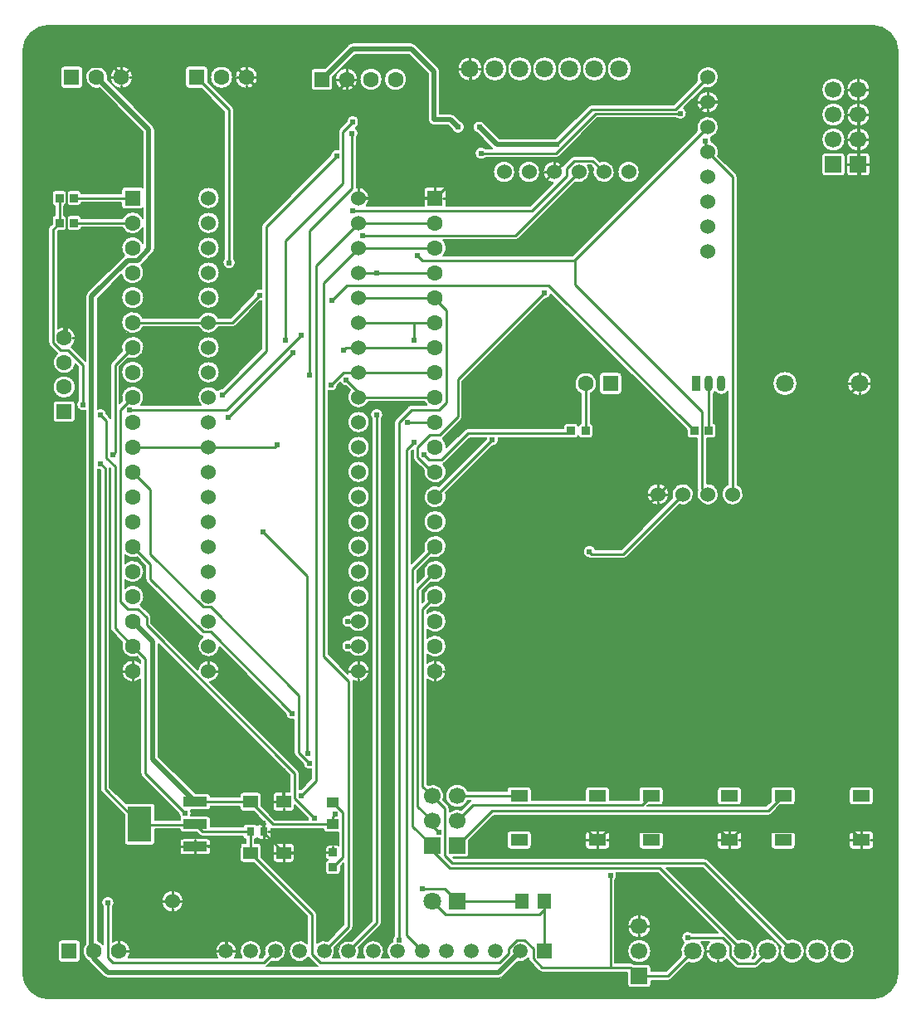
<source format=gtl>
G04 Layer: TopLayer*
G04 EasyEDA Pro v2.2.40.8, 2025-08-04 00:28:17*
G04 Gerber Generator version 0.3*
G04 Scale: 100 percent, Rotated: No, Reflected: No*
G04 Dimensions in millimeters*
G04 Leading zeros omitted, absolute positions, 4 integers and 5 decimals*
G04 Generated by one-click*
%FSLAX45Y45*%
%MOMM*%
%ADD10C,0.2032*%
%ADD11C,0.254*%
%ADD12C,1.524*%
%ADD13C,1.6*%
%ADD14R,1.6X1.524*%
%ADD15R,0.80648X0.86401*%
%ADD16R,1.6X1.6*%
%ADD17R,2.4732X0.98001*%
%ADD18R,2.47X0.98001*%
%ADD19R,2.47X3.59999*%
%ADD20R,0.8X0.9*%
%ADD21R,1.5X1.29601*%
%ADD22R,0.86401X0.80648*%
%ADD23R,1.25001X1.0*%
%ADD24R,1.524X1.6*%
%ADD25C,1.5*%
%ADD26R,1.5X1.5*%
%ADD27R,1.7X1.7*%
%ADD28C,1.7*%
%ADD29C,1.8*%
%ADD30R,1.8X1.8*%
%ADD31R,1.335X1.5*%
%ADD32R,1.8X1.2*%
%ADD33R,0.9X1.6*%
%ADD34O,0.9X1.6*%
%ADD35C,0.61*%
%ADD36C,0.5*%
G75*


G04 Copper Start*
G36*
G01X-4436391Y4628899D02*
G01X-4434465Y4660743D01*
G01X-4428714Y4692123D01*
G01X-4419223Y4722580D01*
G01X-4406130Y4751672D01*
G01X-4389626Y4778974D01*
G01X-4369951Y4804087D01*
G01X-4347393Y4826645D01*
G01X-4322280Y4846320D01*
G01X-4294979Y4862824D01*
G01X-4265887Y4875917D01*
G01X-4235429Y4885408D01*
G01X-4204049Y4891159D01*
G01X-4172205Y4893085D01*
G01X4227795Y4893085D01*
G01X4259639Y4891159D01*
G01X4291019Y4885408D01*
G01X4321477Y4875917D01*
G01X4350568Y4862824D01*
G01X4377870Y4846320D01*
G01X4402983Y4826645D01*
G01X4425541Y4804087D01*
G01X4445216Y4778974D01*
G01X4461720Y4751672D01*
G01X4474813Y4722580D01*
G01X4484304Y4692123D01*
G01X4490055Y4660743D01*
G01X4491981Y4628899D01*
G01X4491981Y-4771101D01*
G01X4490055Y-4802946D01*
G01X4484304Y-4834325D01*
G01X4474813Y-4864783D01*
G01X4461720Y-4893875D01*
G01X4445216Y-4921176D01*
G01X4425541Y-4946289D01*
G01X4402983Y-4968847D01*
G01X4377870Y-4988522D01*
G01X4350568Y-5005026D01*
G01X4321477Y-5018120D01*
G01X4291019Y-5027611D01*
G01X4259639Y-5033361D01*
G01X4227795Y-5035287D01*
G01X-4172205Y-5035287D01*
G01X-4204049Y-5033361D01*
G01X-4235429Y-5027611D01*
G01X-4265887Y-5018120D01*
G01X-4294979Y-5005026D01*
G01X-4322280Y-4988522D01*
G01X-4347393Y-4968847D01*
G01X-4369951Y-4946289D01*
G01X-4389626Y-4921176D01*
G01X-4406130Y-4893875D01*
G01X-4419223Y-4864783D01*
G01X-4428714Y-4834325D01*
G01X-4434465Y-4802946D01*
G01X-4436391Y-4771101D01*
G01X-4436391Y-4470376D01*
G01X-4080019Y-4470376D01*
G01X-4080019Y-4630376D01*
G01X-4078266Y-4641443D01*
G01X-4073179Y-4651427D01*
G01X-4065256Y-4659350D01*
G01X-4055272Y-4664437D01*
G01X-4044205Y-4666190D01*
G01X-3884205Y-4666190D01*
G01X-3884205Y-4666190D01*
G01X-3873138Y-4664437D01*
G01X-3863154Y-4659350D01*
G01X-3855231Y-4651427D01*
G01X-3850144Y-4641443D01*
G01X-3848391Y-4630376D01*
G01X-3848391Y-4470376D01*
G01X-3850144Y-4459309D01*
G01X-3855231Y-4449325D01*
G01X-3863154Y-4441402D01*
G01X-3873138Y-4436315D01*
G01X-3884205Y-4434562D01*
G01X-4044205Y-4434562D01*
G01X-4055272Y-4436315D01*
G01X-4065256Y-4441402D01*
G01X-4073179Y-4449325D01*
G01X-4078266Y-4459309D01*
G01X-4080019Y-4470376D01*
G01X-4436391Y-4470376D01*
G01X-4436391Y1030893D01*
G01X-4130819Y1030893D01*
G01X-4130819Y878493D01*
G01X-4129066Y867426D01*
G01X-4123979Y857442D01*
G01X-4116056Y849519D01*
G01X-4106072Y844432D01*
G01X-4095005Y842679D01*
G01X-3935005Y842679D01*
G01X-3923938Y844432D01*
G01X-3913954Y849519D01*
G01X-3906031Y857442D01*
G01X-3900944Y867426D01*
G01X-3899191Y878493D01*
G01X-3899191Y1030893D01*
G01X-3899191Y1030893D01*
G01X-3900944Y1041960D01*
G01X-3906031Y1051944D01*
G01X-3913954Y1059867D01*
G01X-3923938Y1064954D01*
G01X-3935005Y1066707D01*
G01X-4095005Y1066707D01*
G01X-4106072Y1064954D01*
G01X-4116056Y1059867D01*
G01X-4123979Y1051944D01*
G01X-4129066Y1041960D01*
G01X-4130819Y1030893D01*
G01X-4436391Y1030893D01*
G01X-4436391Y1215391D01*
G01X-4130325Y1215391D01*
G01X-4130325Y1194019D01*
G01X-4126398Y1173011D01*
G01X-4118677Y1153083D01*
G01X-4107427Y1134912D01*
G01X-4093028Y1119118D01*
G01X-4075973Y1106238D01*
G01X-4056842Y1096712D01*
G01X-4036286Y1090863D01*
G01X-4015005Y1088891D01*
G01X-4015005Y1088891D01*
G01X-3993724Y1090863D01*
G01X-3973168Y1096712D01*
G01X-3954037Y1106238D01*
G01X-3936982Y1119118D01*
G01X-3922584Y1134912D01*
G01X-3911333Y1153083D01*
G01X-3903612Y1173011D01*
G01X-3899685Y1194019D01*
G01X-3899685Y1215391D01*
G01X-3903612Y1236399D01*
G01X-3911333Y1256328D01*
G01X-3922584Y1274499D01*
G01X-3936982Y1290293D01*
G01X-3954037Y1303172D01*
G01X-3973168Y1312698D01*
G01X-3993724Y1318547D01*
G01X-4015005Y1320519D01*
G01X-4036286Y1318547D01*
G01X-4056842Y1312698D01*
G01X-4075973Y1303172D01*
G01X-4093028Y1290293D01*
G01X-4107427Y1274499D01*
G01X-4118677Y1256328D01*
G01X-4126398Y1236399D01*
G01X-4130325Y1215391D01*
G01X-4436391Y1215391D01*
G01X-4436391Y2814735D01*
G01X-4177819Y2814735D01*
G01X-4177819Y1659899D01*
G01X-4176166Y1647342D01*
G01X-4171320Y1635642D01*
G01X-4163610Y1625594D01*
G01X-4087410Y1549394D01*
G01X-4084888Y1547046D01*
G01X-4100167Y1533180D01*
G01X-4112742Y1516824D01*
G01X-4122216Y1498495D01*
G01X-4128287Y1478777D01*
G01X-4130763Y1458294D01*
G01X-4129565Y1437697D01*
G01X-4124732Y1417639D01*
G01X-4116416Y1398757D01*
G01X-4104882Y1381651D01*
G01X-4090495Y1366862D01*
G01X-4073713Y1354861D01*
G01X-4055067Y1346028D01*
G01X-4035150Y1340644D01*
G01X-4014594Y1338879D01*
G01X-3994050Y1340790D01*
G01X-3974172Y1346315D01*
G01X-3955590Y1355281D01*
G01X-3938893Y1367401D01*
G01X-3924612Y1382291D01*
G01X-3913199Y1399479D01*
G01X-3905018Y1418420D01*
G01X-3900327Y1438512D01*
G01X-3873019Y1411204D01*
G01X-3873019Y1070109D01*
G01X-3882044Y1057866D01*
G01X-3888042Y1043890D01*
G01X-3890698Y1028914D01*
G01X-3889871Y1013727D01*
G01X-3885607Y999128D01*
G01X-3878128Y985884D01*
G01X-3867829Y974693D01*
G01X-3855251Y966143D01*
G01X-3841055Y960683D01*
G01X-3825989Y958601D01*
G01X-3810845Y960007D01*
G01X-3796419Y964826D01*
G01X-3796419Y-4473071D01*
G01X-3796419Y-4473071D01*
G01X-3808905Y-4489811D01*
G01X-3818182Y-4508521D01*
G01X-3823947Y-4528594D01*
G01X-3826014Y-4549375D01*
G01X-3824316Y-4570190D01*
G01X-3818907Y-4590361D01*
G01X-3809964Y-4609233D01*
G01X-3797776Y-4626192D01*
G01X-3782741Y-4640686D01*
G01X-3765348Y-4652245D01*
G01X-3760039Y-4661457D01*
G01X-3753207Y-4669603D01*
G01X-3613507Y-4809303D01*
G01X-3604292Y-4816866D01*
G01X-3593778Y-4822486D01*
G01X-3582369Y-4825947D01*
G01X-3570505Y-4827115D01*
G01X420686Y-4827115D01*
G01X432550Y-4825947D01*
G01X443958Y-4822486D01*
G01X454472Y-4816866D01*
G01X463688Y-4809303D01*
G01X614084Y-4658907D01*
G01X633893Y-4661182D01*
G01X653789Y-4659872D01*
G01X673128Y-4655017D01*
G01X691284Y-4646775D01*
G01X707669Y-4635412D01*
G01X721753Y-4621298D01*
G01X721753Y-4627504D01*
G01X723406Y-4640060D01*
G01X728252Y-4651761D01*
G01X735962Y-4661808D01*
G01X825765Y-4751611D01*
G01X835812Y-4759321D01*
G01X847513Y-4764167D01*
G01X860069Y-4765820D01*
G01X1731581Y-4765820D01*
G01X1731581Y-4889401D01*
G01X1733334Y-4900468D01*
G01X1738421Y-4910452D01*
G01X1746344Y-4918375D01*
G01X1756328Y-4923462D01*
G01X1767395Y-4925215D01*
G01X1937395Y-4925215D01*
G01X1948462Y-4923462D01*
G01X1958446Y-4918375D01*
G01X1966369Y-4910452D01*
G01X1971456Y-4900468D01*
G01X1973209Y-4889401D01*
G01X1973209Y-4852915D01*
G01X2144495Y-4852915D01*
G01X2157051Y-4851262D01*
G01X2168752Y-4846416D01*
G01X2178799Y-4838706D01*
G01X2350716Y-4666790D01*
G01X2371487Y-4673282D01*
G01X2393066Y-4676098D01*
G01X2414808Y-4675153D01*
G01X2436062Y-4670476D01*
G01X2456192Y-4662205D01*
G01X2474596Y-4650590D01*
G01X2490722Y-4635977D01*
G01X2504089Y-4618804D01*
G01X2514297Y-4599584D01*
G01X2521040Y-4578893D01*
G01X2524117Y-4557349D01*
G01X2523435Y-4535597D01*
G01X2519014Y-4514288D01*
G01X2510988Y-4494060D01*
G01X2499596Y-4475517D01*
G01X2485179Y-4459215D01*
G01X2565810Y-4459215D01*
G01X2551011Y-4476036D01*
G01X2539430Y-4495215D01*
G01X2531435Y-4516144D01*
G01X2527278Y-4538159D01*
G01X2527092Y-4560562D01*
G01X2530882Y-4582643D01*
G01X2538529Y-4603702D01*
G01X2549790Y-4623070D01*
G01X2564307Y-4640135D01*
G01X2581621Y-4654353D01*
G01X2601182Y-4665276D01*
G01X2622371Y-4672556D01*
G01X2644514Y-4675962D01*
G01X2666911Y-4675386D01*
G01X2688851Y-4670848D01*
G01X2709637Y-4662490D01*
G01X2728612Y-4650578D01*
G01X2745173Y-4635489D01*
G01X2821390Y-4711706D01*
G01X2831438Y-4719416D01*
G01X2843138Y-4724262D01*
G01X2855695Y-4725915D01*
G01X3033495Y-4725915D01*
G01X3046051Y-4724262D01*
G01X3057752Y-4719416D01*
G01X3067799Y-4711706D01*
G01X3112716Y-4666790D01*
G01X3133293Y-4673239D01*
G01X3154669Y-4676080D01*
G01X3176216Y-4675229D01*
G01X3197302Y-4670711D01*
G01X3217306Y-4662658D01*
G01X3235642Y-4651308D01*
G01X3251769Y-4636993D01*
G01X3265216Y-4620134D01*
G01X3275585Y-4601227D01*
G01X3282574Y-4580827D01*
G01X3285977Y-4559533D01*
G01X3285693Y-4537970D01*
G01X3281731Y-4516773D01*
G01X3274208Y-4496564D01*
G01X3263344Y-4477936D01*
G01X3249459Y-4461438D01*
G01X3232960Y-4447552D01*
G01X3214332Y-4436688D01*
G01X3194123Y-4429165D01*
G01X3172926Y-4425203D01*
G01X3151363Y-4424919D01*
G01X3130069Y-4428322D01*
G01X3109669Y-4435311D01*
G01X3090762Y-4445681D01*
G01X3073903Y-4459127D01*
G01X3059588Y-4475255D01*
G01X3048238Y-4493590D01*
G01X3040185Y-4513594D01*
G01X3035667Y-4534680D01*
G01X3034816Y-4556227D01*
G01X3037657Y-4577603D01*
G01X3044106Y-4598181D01*
G01X3013400Y-4628887D01*
G01X3004826Y-4628887D01*
G01X3016359Y-4611712D01*
G01X3024921Y-4592878D01*
G01X3030281Y-4572896D01*
G01X3032294Y-4552306D01*
G01X3030906Y-4531664D01*
G01X3026153Y-4511529D01*
G01X3018165Y-4492445D01*
G01X3007157Y-4474928D01*
G01X2993428Y-4459452D01*
G01X2977347Y-4446435D01*
G01X2959351Y-4436229D01*
G01X2939926Y-4429111D01*
G01X2919597Y-4425272D01*
G01X2898914Y-4424816D01*
G01X2878435Y-4427756D01*
G01X2858716Y-4434013D01*
G01X2126118Y-3701415D01*
G01X2496900Y-3701415D01*
G01X3298106Y-4502622D01*
G01X3291657Y-4523199D01*
G01X3288816Y-4544575D01*
G01X3289667Y-4566123D01*
G01X3294185Y-4587208D01*
G01X3302238Y-4607213D01*
G01X3313588Y-4625548D01*
G01X3327903Y-4641676D01*
G01X3344762Y-4655122D01*
G01X3363669Y-4665492D01*
G01X3384069Y-4672481D01*
G01X3405363Y-4675883D01*
G01X3426926Y-4675600D01*
G01X3448123Y-4671638D01*
G01X3468332Y-4664114D01*
G01X3486960Y-4653250D01*
G01X3503459Y-4639365D01*
G01X3517344Y-4622866D01*
G01X3528208Y-4604239D01*
G01X3535731Y-4584029D01*
G01X3539693Y-4562832D01*
G01X3539857Y-4550401D01*
G01X3542681Y-4550401D01*
G01X3544592Y-4572249D01*
G01X3550269Y-4593432D01*
G01X3559537Y-4613308D01*
G01X3572116Y-4631273D01*
G01X3587623Y-4646780D01*
G01X3605588Y-4659359D01*
G01X3625464Y-4668628D01*
G01X3646647Y-4674304D01*
G01X3668495Y-4676215D01*
G01X3690342Y-4674304D01*
G01X3711526Y-4668628D01*
G01X3731402Y-4659359D01*
G01X3749366Y-4646780D01*
G01X3764874Y-4631273D01*
G01X3777453Y-4613308D01*
G01X3786721Y-4593432D01*
G01X3792397Y-4572249D01*
G01X3794309Y-4550401D01*
G01X3796681Y-4550401D01*
G01X3798592Y-4572249D01*
G01X3804269Y-4593432D01*
G01X3813537Y-4613308D01*
G01X3826116Y-4631273D01*
G01X3841623Y-4646780D01*
G01X3859588Y-4659359D01*
G01X3879464Y-4668628D01*
G01X3900647Y-4674304D01*
G01X3922495Y-4676215D01*
G01X3944342Y-4674304D01*
G01X3965526Y-4668628D01*
G01X3985402Y-4659359D01*
G01X4003366Y-4646780D01*
G01X4018874Y-4631273D01*
G01X4031453Y-4613308D01*
G01X4040721Y-4593432D01*
G01X4046397Y-4572249D01*
G01X4048309Y-4550401D01*
G01X4046397Y-4528554D01*
G01X4040721Y-4507370D01*
G01X4031453Y-4487494D01*
G01X4018874Y-4469530D01*
G01X4003366Y-4454022D01*
G01X3985402Y-4441443D01*
G01X3965526Y-4432175D01*
G01X3944342Y-4426499D01*
G01X3922495Y-4424587D01*
G01X3900647Y-4426499D01*
G01X3879464Y-4432175D01*
G01X3859588Y-4441443D01*
G01X3841623Y-4454022D01*
G01X3826116Y-4469530D01*
G01X3813537Y-4487494D01*
G01X3804269Y-4507370D01*
G01X3798592Y-4528554D01*
G01X3796681Y-4550401D01*
G01X3796681Y-4550401D01*
G01X3794309Y-4550401D01*
G01X3792397Y-4528554D01*
G01X3786721Y-4507370D01*
G01X3777453Y-4487494D01*
G01X3764874Y-4469530D01*
G01X3749366Y-4454022D01*
G01X3731402Y-4441443D01*
G01X3711526Y-4432175D01*
G01X3690342Y-4426499D01*
G01X3668495Y-4424587D01*
G01X3646647Y-4426499D01*
G01X3625464Y-4432175D01*
G01X3605588Y-4441443D01*
G01X3587623Y-4454022D01*
G01X3572116Y-4469530D01*
G01X3559537Y-4487494D01*
G01X3550269Y-4507370D01*
G01X3544592Y-4528554D01*
G01X3542681Y-4550401D01*
G01X3542681Y-4550401D01*
G01X3539857Y-4550401D01*
G01X3539977Y-4541270D01*
G01X3536574Y-4519976D01*
G01X3529585Y-4499575D01*
G01X3519216Y-4480668D01*
G01X3505769Y-4463810D01*
G01X3489642Y-4449495D01*
G01X3471306Y-4438145D01*
G01X3451302Y-4430092D01*
G01X3430216Y-4425574D01*
G01X3408669Y-4424722D01*
G01X3387293Y-4427563D01*
G01X3366716Y-4434013D01*
G01X2551299Y-3618597D01*
G01X2541252Y-3610887D01*
G01X2529551Y-3606040D01*
G01X2516995Y-3604387D01*
G01X-36014Y-3604387D01*
G01X-44486Y-3595915D01*
G01X79695Y-3595915D01*
G01X90762Y-3594162D01*
G01X100745Y-3589075D01*
G01X108669Y-3581152D01*
G01X113756Y-3571168D01*
G01X115509Y-3560101D01*
G01X115509Y-3477087D01*
G01X501095Y-3477087D01*
G01X502847Y-3488155D01*
G01X507934Y-3498138D01*
G01X515858Y-3506062D01*
G01X525841Y-3511149D01*
G01X536909Y-3512901D01*
G01X716908Y-3512901D01*
G01X727975Y-3511149D01*
G01X737959Y-3506062D01*
G01X745882Y-3498138D01*
G01X750969Y-3488155D01*
G01X752722Y-3477087D01*
G01X1301093Y-3477087D01*
G01X1302846Y-3488155D01*
G01X1307933Y-3498138D01*
G01X1315856Y-3506062D01*
G01X1325840Y-3511149D01*
G01X1336907Y-3512901D01*
G01X1516907Y-3512901D01*
G01X1527974Y-3511149D01*
G01X1537957Y-3506062D01*
G01X1545881Y-3498138D01*
G01X1550968Y-3488155D01*
G01X1552721Y-3477087D01*
G01X1847295Y-3477087D01*
G01X1849047Y-3488155D01*
G01X1854134Y-3498138D01*
G01X1862058Y-3506062D01*
G01X1872041Y-3511149D01*
G01X1883109Y-3512901D01*
G01X2063108Y-3512901D01*
G01X2074175Y-3511149D01*
G01X2084159Y-3506062D01*
G01X2092082Y-3498138D01*
G01X2097169Y-3488155D01*
G01X2098922Y-3477087D01*
G01X2647293Y-3477087D01*
G01X2649046Y-3488155D01*
G01X2654133Y-3498138D01*
G01X2662056Y-3506062D01*
G01X2672040Y-3511149D01*
G01X2683107Y-3512901D01*
G01X2863107Y-3512901D01*
G01X2874174Y-3511149D01*
G01X2884157Y-3506062D01*
G01X2892081Y-3498138D01*
G01X2897168Y-3488155D01*
G01X2898921Y-3477087D01*
G01X3193483Y-3477087D01*
G01X3195235Y-3488155D01*
G01X3200322Y-3498138D01*
G01X3208246Y-3506062D01*
G01X3218229Y-3511149D01*
G01X3229297Y-3512901D01*
G01X3409296Y-3512901D01*
G01X3420363Y-3511149D01*
G01X3430347Y-3506062D01*
G01X3438270Y-3498138D01*
G01X3443357Y-3488155D01*
G01X3445110Y-3477087D01*
G01X3445110Y-3357088D01*
G01X3993481Y-3357088D01*
G01X3993481Y-3477087D01*
G01X3993481Y-3477087D01*
G01X3995234Y-3488155D01*
G01X4000321Y-3498138D01*
G01X4008244Y-3506062D01*
G01X4018228Y-3511149D01*
G01X4029295Y-3512901D01*
G01X4209295Y-3512901D01*
G01X4220362Y-3511149D01*
G01X4230346Y-3506062D01*
G01X4238269Y-3498138D01*
G01X4243356Y-3488155D01*
G01X4245109Y-3477087D01*
G01X4245109Y-3357088D01*
G01X4243356Y-3346021D01*
G01X4238269Y-3336037D01*
G01X4230346Y-3328114D01*
G01X4220362Y-3323027D01*
G01X4209295Y-3321274D01*
G01X4029295Y-3321274D01*
G01X4018228Y-3323027D01*
G01X4008244Y-3328114D01*
G01X4000321Y-3336037D01*
G01X3995234Y-3346021D01*
G01X3993481Y-3357088D01*
G01X3445110Y-3357088D01*
G01X3443357Y-3346021D01*
G01X3438270Y-3336037D01*
G01X3430347Y-3328114D01*
G01X3420363Y-3323027D01*
G01X3409296Y-3321274D01*
G01X3229297Y-3321274D01*
G01X3218229Y-3323027D01*
G01X3208246Y-3328114D01*
G01X3200322Y-3336037D01*
G01X3195235Y-3346021D01*
G01X3193483Y-3357088D01*
G01X3193483Y-3477087D01*
G01X3193483Y-3477087D01*
G01X2898921Y-3477087D01*
G01X2898921Y-3357088D01*
G01X2897168Y-3346021D01*
G01X2892081Y-3336037D01*
G01X2884157Y-3328114D01*
G01X2874174Y-3323027D01*
G01X2863107Y-3321274D01*
G01X2683107Y-3321274D01*
G01X2672040Y-3323027D01*
G01X2662056Y-3328114D01*
G01X2654133Y-3336037D01*
G01X2649046Y-3346021D01*
G01X2647293Y-3357088D01*
G01X2647293Y-3477087D01*
G01X2647293Y-3477087D01*
G01X2098922Y-3477087D01*
G01X2098922Y-3357088D01*
G01X2097169Y-3346021D01*
G01X2092082Y-3336037D01*
G01X2084159Y-3328114D01*
G01X2074175Y-3323027D01*
G01X2063108Y-3321274D01*
G01X1883109Y-3321274D01*
G01X1872041Y-3323027D01*
G01X1862058Y-3328114D01*
G01X1854134Y-3336037D01*
G01X1849047Y-3346021D01*
G01X1847295Y-3357088D01*
G01X1847295Y-3477087D01*
G01X1847295Y-3477087D01*
G01X1552721Y-3477087D01*
G01X1552721Y-3357088D01*
G01X1550968Y-3346021D01*
G01X1545881Y-3336037D01*
G01X1537957Y-3328114D01*
G01X1527974Y-3323027D01*
G01X1516907Y-3321274D01*
G01X1336907Y-3321274D01*
G01X1325840Y-3323027D01*
G01X1315856Y-3328114D01*
G01X1307933Y-3336037D01*
G01X1302846Y-3346021D01*
G01X1301093Y-3357088D01*
G01X1301093Y-3477087D01*
G01X1301093Y-3477087D01*
G01X752722Y-3477087D01*
G01X752722Y-3357088D01*
G01X750969Y-3346021D01*
G01X745882Y-3336037D01*
G01X737959Y-3328114D01*
G01X727975Y-3323027D01*
G01X716908Y-3321274D01*
G01X536909Y-3321274D01*
G01X525841Y-3323027D01*
G01X515858Y-3328114D01*
G01X507934Y-3336037D01*
G01X502847Y-3346021D01*
G01X501095Y-3357088D01*
G01X501095Y-3477087D01*
G01X501095Y-3477087D01*
G01X115509Y-3477087D01*
G01X115509Y-3422897D01*
G01X370390Y-3168015D01*
G01X3166896Y-3168015D01*
G01X3179453Y-3166362D01*
G01X3191153Y-3161516D01*
G01X3201201Y-3153806D01*
G01X3292092Y-3062915D01*
G01X3409296Y-3062915D01*
G01X3420363Y-3061162D01*
G01X3430347Y-3056075D01*
G01X3438270Y-3048152D01*
G01X3443357Y-3038168D01*
G01X3445110Y-3027101D01*
G01X3445110Y-2907101D01*
G01X3993481Y-2907101D01*
G01X3993481Y-3027101D01*
G01X3993481Y-3027101D01*
G01X3995234Y-3038168D01*
G01X4000321Y-3048152D01*
G01X4008244Y-3056075D01*
G01X4018228Y-3061162D01*
G01X4029295Y-3062915D01*
G01X4209295Y-3062915D01*
G01X4220362Y-3061162D01*
G01X4230346Y-3056075D01*
G01X4238269Y-3048152D01*
G01X4243356Y-3038168D01*
G01X4245109Y-3027101D01*
G01X4245109Y-2907101D01*
G01X4243356Y-2896034D01*
G01X4238269Y-2886050D01*
G01X4230346Y-2878127D01*
G01X4220362Y-2873040D01*
G01X4209295Y-2871287D01*
G01X4029295Y-2871287D01*
G01X4018228Y-2873040D01*
G01X4008244Y-2878127D01*
G01X4000321Y-2886050D01*
G01X3995234Y-2896034D01*
G01X3993481Y-2907101D01*
G01X3445110Y-2907101D01*
G01X3443357Y-2896034D01*
G01X3438270Y-2886050D01*
G01X3430347Y-2878127D01*
G01X3420363Y-2873040D01*
G01X3409296Y-2871287D01*
G01X3229297Y-2871287D01*
G01X3218229Y-2873040D01*
G01X3208246Y-2878127D01*
G01X3200322Y-2886050D01*
G01X3195235Y-2896034D01*
G01X3193483Y-2907101D01*
G01X3193483Y-3024306D01*
G01X3146801Y-3070987D01*
G01X1937831Y-3070987D01*
G01X1945904Y-3062915D01*
G01X2063108Y-3062915D01*
G01X2074175Y-3061162D01*
G01X2084159Y-3056075D01*
G01X2092082Y-3048152D01*
G01X2097169Y-3038168D01*
G01X2098922Y-3027101D01*
G01X2647293Y-3027101D01*
G01X2649046Y-3038168D01*
G01X2654133Y-3048152D01*
G01X2662056Y-3056075D01*
G01X2672040Y-3061162D01*
G01X2683107Y-3062915D01*
G01X2863107Y-3062915D01*
G01X2874174Y-3061162D01*
G01X2884157Y-3056075D01*
G01X2892081Y-3048152D01*
G01X2897168Y-3038168D01*
G01X2898921Y-3027101D01*
G01X2898921Y-2907101D01*
G01X2897168Y-2896034D01*
G01X2892081Y-2886050D01*
G01X2884157Y-2878127D01*
G01X2874174Y-2873040D01*
G01X2863107Y-2871287D01*
G01X2683107Y-2871287D01*
G01X2672040Y-2873040D01*
G01X2662056Y-2878127D01*
G01X2654133Y-2886050D01*
G01X2649046Y-2896034D01*
G01X2647293Y-2907101D01*
G01X2647293Y-3027101D01*
G01X2647293Y-3027101D01*
G01X2098922Y-3027101D01*
G01X2098922Y-2907101D01*
G01X2097169Y-2896034D01*
G01X2092082Y-2886050D01*
G01X2084159Y-2878127D01*
G01X2074175Y-2873040D01*
G01X2063108Y-2871287D01*
G01X1883109Y-2871287D01*
G01X1872041Y-2873040D01*
G01X1862058Y-2878127D01*
G01X1854134Y-2886050D01*
G01X1849047Y-2896034D01*
G01X1847295Y-2907101D01*
G01X1847295Y-3008390D01*
G01X1552721Y-3008390D01*
G01X1552721Y-2907101D01*
G01X1550968Y-2896034D01*
G01X1545881Y-2886050D01*
G01X1537957Y-2878127D01*
G01X1527974Y-2873040D01*
G01X1516907Y-2871287D01*
G01X1336907Y-2871287D01*
G01X1325840Y-2873040D01*
G01X1315856Y-2878127D01*
G01X1307933Y-2886050D01*
G01X1302846Y-2896034D01*
G01X1301093Y-2907101D01*
G01X1301093Y-3008390D01*
G01X752722Y-3008390D01*
G01X752722Y-2907101D01*
G01X750969Y-2896034D01*
G01X745882Y-2886050D01*
G01X737959Y-2878127D01*
G01X727975Y-2873040D01*
G01X716908Y-2871287D01*
G01X536909Y-2871287D01*
G01X525841Y-2873040D01*
G01X515858Y-2878127D01*
G01X507934Y-2886050D01*
G01X502847Y-2896034D01*
G01X501095Y-2907101D01*
G01X501095Y-2918587D01*
G01X105340Y-2918587D01*
G01X94739Y-2899373D01*
G01X80837Y-2882393D01*
G01X64093Y-2868208D01*
G01X45060Y-2857286D01*
G01X24364Y-2849987D01*
G01X2690Y-2846552D01*
G01X-19248Y-2847095D01*
G01X-40726Y-2851596D01*
G01X-61035Y-2859909D01*
G01X-79506Y-2871758D01*
G01X-95528Y-2886753D01*
G01X-108574Y-2904399D01*
G01X-118213Y-2924114D01*
G01X-124126Y-2945247D01*
G01X-126119Y-2967101D01*
G01X-124126Y-2988955D01*
G01X-118213Y-3010088D01*
G01X-108574Y-3029803D01*
G01X-95528Y-3047449D01*
G01X-79506Y-3062444D01*
G01X-61035Y-3074293D01*
G01X-40726Y-3082606D01*
G01X-19248Y-3087108D01*
G01X2690Y-3087650D01*
G01X24364Y-3084215D01*
G01X45060Y-3076916D01*
G01X64093Y-3065994D01*
G01X80837Y-3051809D01*
G01X94739Y-3034830D01*
G01X105340Y-3015615D01*
G01X133419Y-3015615D01*
G01X124588Y-3022599D01*
G01X38628Y-3108559D01*
G01X17783Y-3102514D01*
G01X-3807Y-3100297D01*
G01X-25446Y-3101978D01*
G01X-46434Y-3107504D01*
G01X-66096Y-3116696D01*
G01X-83795Y-3129257D01*
G01X-83795Y-3094101D01*
G01X-85448Y-3081545D01*
G01X-90295Y-3069844D01*
G01X-98005Y-3059797D01*
G01X-146767Y-3011035D01*
G01X-141070Y-2991909D01*
G01X-138599Y-2972107D01*
G01X-139422Y-2952168D01*
G01X-143516Y-2932636D01*
G01X-150769Y-2914045D01*
G01X-160983Y-2896901D01*
G01X-173881Y-2881673D01*
G01X-189109Y-2868776D01*
G01X-206253Y-2858561D01*
G01X-224844Y-2851308D01*
G01X-244375Y-2847214D01*
G01X-264314Y-2846391D01*
G01X-284117Y-2848862D01*
G01X-303243Y-2854559D01*
G01X-308891Y-2848910D01*
G01X-308891Y-1778065D01*
G01X-292561Y-1790623D01*
G01X-274265Y-1800089D01*
G01X-254581Y-1806164D01*
G01X-234132Y-1808655D01*
G01X-213565Y-1807484D01*
G01X-193531Y-1802688D01*
G01X-174663Y-1794418D01*
G01X-157560Y-1782937D01*
G01X-142760Y-1768606D01*
G01X-130734Y-1751881D01*
G01X-121862Y-1733289D01*
G01X-116423Y-1713420D01*
G01X-114591Y-1692901D01*
G01X-116423Y-1672383D01*
G01X-121862Y-1652513D01*
G01X-130734Y-1633922D01*
G01X-142760Y-1617196D01*
G01X-157560Y-1602866D01*
G01X-174663Y-1591384D01*
G01X-193531Y-1583115D01*
G01X-213565Y-1578318D01*
G01X-234132Y-1577147D01*
G01X-254581Y-1579639D01*
G01X-274265Y-1585714D01*
G01X-292561Y-1595180D01*
G01X-308891Y-1607738D01*
G01X-308891Y-1524065D01*
G01X-292561Y-1536623D01*
G01X-274265Y-1546089D01*
G01X-254581Y-1552164D01*
G01X-234132Y-1554655D01*
G01X-213565Y-1553484D01*
G01X-193531Y-1548688D01*
G01X-174663Y-1540418D01*
G01X-157560Y-1528937D01*
G01X-142760Y-1514606D01*
G01X-130734Y-1497881D01*
G01X-121862Y-1479289D01*
G01X-116423Y-1459420D01*
G01X-114591Y-1438901D01*
G01X-116423Y-1418383D01*
G01X-121862Y-1398513D01*
G01X-130734Y-1379922D01*
G01X-142760Y-1363196D01*
G01X-157560Y-1348866D01*
G01X-174663Y-1337384D01*
G01X-193531Y-1329115D01*
G01X-213565Y-1324318D01*
G01X-234132Y-1323147D01*
G01X-254581Y-1325639D01*
G01X-274265Y-1331714D01*
G01X-292561Y-1341180D01*
G01X-308891Y-1353738D01*
G01X-308891Y-1270065D01*
G01X-292561Y-1282623D01*
G01X-274265Y-1292089D01*
G01X-254581Y-1298164D01*
G01X-234132Y-1300655D01*
G01X-213565Y-1299484D01*
G01X-193531Y-1294688D01*
G01X-174663Y-1286418D01*
G01X-157560Y-1274937D01*
G01X-142760Y-1260606D01*
G01X-130734Y-1243881D01*
G01X-121862Y-1225289D01*
G01X-116423Y-1205420D01*
G01X-114591Y-1184901D01*
G01X-116423Y-1164383D01*
G01X-121862Y-1144513D01*
G01X-130734Y-1125922D01*
G01X-142760Y-1109196D01*
G01X-157560Y-1094866D01*
G01X-174663Y-1083384D01*
G01X-193531Y-1075115D01*
G01X-213565Y-1070318D01*
G01X-234132Y-1069147D01*
G01X-254581Y-1071639D01*
G01X-274265Y-1077714D01*
G01X-292561Y-1087180D01*
G01X-308891Y-1099738D01*
G01X-308891Y-1077996D01*
G01X-270462Y-1039567D01*
G01X-250289Y-1044995D01*
G01X-229469Y-1046711D01*
G01X-208680Y-1044659D01*
G01X-188598Y-1038906D01*
G01X-169875Y-1029638D01*
G01X-153123Y-1017158D01*
G01X-138884Y-1001872D01*
G01X-127624Y-984276D01*
G01X-119708Y-964944D01*
G01X-115393Y-944504D01*
G01X-114820Y-923621D01*
G01X-118009Y-902976D01*
G01X-124854Y-883239D01*
G01X-135133Y-865052D01*
G01X-148512Y-849009D01*
G01X-164556Y-835629D01*
G01X-182742Y-825350D01*
G01X-202479Y-818505D01*
G01X-223125Y-815317D01*
G01X-244008Y-815889D01*
G01X-264448Y-820204D01*
G01X-283780Y-828120D01*
G01X-301376Y-839381D01*
G01X-316662Y-853619D01*
G01X-329142Y-870372D01*
G01X-338410Y-889094D01*
G01X-344163Y-909176D01*
G01X-346215Y-929966D01*
G01X-344499Y-950785D01*
G01X-339071Y-970958D01*
G01X-359691Y-991578D01*
G01X-359691Y-874796D01*
G01X-270462Y-785567D01*
G01X-250289Y-790995D01*
G01X-229469Y-792711D01*
G01X-208680Y-790659D01*
G01X-188598Y-784906D01*
G01X-169875Y-775638D01*
G01X-153123Y-763158D01*
G01X-138884Y-747872D01*
G01X-127624Y-730276D01*
G01X-119708Y-710944D01*
G01X-115393Y-690504D01*
G01X-114820Y-669621D01*
G01X-118009Y-648976D01*
G01X-124854Y-629239D01*
G01X-135133Y-611052D01*
G01X-148512Y-595009D01*
G01X-164556Y-581629D01*
G01X-182742Y-571350D01*
G01X-202479Y-564505D01*
G01X-223125Y-561317D01*
G01X-244008Y-561889D01*
G01X-264448Y-566204D01*
G01X-283780Y-574120D01*
G01X-301376Y-585381D01*
G01X-316662Y-599619D01*
G01X-329142Y-616372D01*
G01X-338410Y-635094D01*
G01X-344163Y-655176D01*
G01X-346215Y-675966D01*
G01X-344499Y-696785D01*
G01X-339071Y-716958D01*
G01X-410491Y-788378D01*
G01X-410491Y-671596D01*
G01X-270462Y-531567D01*
G01X-250289Y-536995D01*
G01X-229469Y-538711D01*
G01X-208680Y-536659D01*
G01X-188598Y-530906D01*
G01X-169875Y-521638D01*
G01X-153123Y-509158D01*
G01X-138884Y-493872D01*
G01X-130715Y-481105D01*
G01X1278495Y-481105D01*
G01X1282177Y-496648D01*
G01X1289469Y-510860D01*
G01X1299948Y-522915D01*
G01X1313005Y-532116D01*
G01X1327883Y-537927D01*
G01X1343719Y-540012D01*
G01X1356214Y-545676D01*
G01X1369795Y-547615D01*
G01X1687295Y-547615D01*
G01X1699851Y-545962D01*
G01X1711552Y-541116D01*
G01X1721599Y-533406D01*
G01X2259808Y4802D01*
G01X2279283Y-122D01*
G01X2299324Y-1489D01*
G01X2319288Y746D01*
G01X2338531Y6510D01*
G01X2356435Y15619D01*
G01X2372425Y27780D01*
G01X2385985Y42601D01*
G01X2396680Y59605D01*
G01X2404165Y78247D01*
G01X2408201Y97925D01*
G01X2408657Y118008D01*
G01X2405518Y137849D01*
G01X2398886Y156811D01*
G01X2388974Y174284D01*
G01X2376101Y189705D01*
G01X2360680Y202578D01*
G01X2343207Y212490D01*
G01X2324246Y219122D01*
G01X2304404Y222261D01*
G01X2284321Y221805D01*
G01X2264643Y217769D01*
G01X2246001Y210283D01*
G01X2228997Y199589D01*
G01X2214176Y186028D01*
G01X2202016Y170039D01*
G01X2192907Y152135D01*
G01X2187142Y132892D01*
G01X2184907Y112928D01*
G01X2186274Y92887D01*
G01X2191199Y73412D01*
G01X1667200Y-450587D01*
G01X1667200Y-450587D01*
G01X1406550Y-450587D01*
G01X1399220Y-436396D01*
G01X1388710Y-424368D01*
G01X1375628Y-415203D01*
G01X1360734Y-409432D01*
G01X1344892Y-407389D01*
G01X1329021Y-409194D01*
G01X1314043Y-414741D01*
G01X1300825Y-423709D01*
G01X1290135Y-435578D01*
G01X1282593Y-449658D01*
G01X1278637Y-465133D01*
G01X1278495Y-481105D01*
G01X-130715Y-481105D01*
G01X-127624Y-476276D01*
G01X-119708Y-456944D01*
G01X-115393Y-436504D01*
G01X-114820Y-415621D01*
G01X-118009Y-394976D01*
G01X-124854Y-375239D01*
G01X-135133Y-357052D01*
G01X-148512Y-341009D01*
G01X-164556Y-327629D01*
G01X-182742Y-317350D01*
G01X-202479Y-310505D01*
G01X-223125Y-307317D01*
G01X-244008Y-307889D01*
G01X-264448Y-312204D01*
G01X-283780Y-320120D01*
G01X-301376Y-331381D01*
G01X-316662Y-345619D01*
G01X-329142Y-362372D01*
G01X-338410Y-381094D01*
G01X-344163Y-401176D01*
G01X-346215Y-421966D01*
G01X-344499Y-442785D01*
G01X-339071Y-462958D01*
G01X-473991Y-597878D01*
G01X-473991Y-158215D01*
G01X-345725Y-158215D01*
G01X-345725Y-179587D01*
G01X-341798Y-200595D01*
G01X-334077Y-220524D01*
G01X-322827Y-238695D01*
G01X-308428Y-254489D01*
G01X-291373Y-267368D01*
G01X-272242Y-276895D01*
G01X-251686Y-282743D01*
G01X-230405Y-284715D01*
G01X-209124Y-282743D01*
G01X-188568Y-276895D01*
G01X-169437Y-267368D01*
G01X-152382Y-254489D01*
G01X-137984Y-238695D01*
G01X-126733Y-220524D01*
G01X-119012Y-200595D01*
G01X-115085Y-179587D01*
G01X-115085Y-158215D01*
G01X-119012Y-137207D01*
G01X-126733Y-117279D01*
G01X-137984Y-99108D01*
G01X-152382Y-83314D01*
G01X-169437Y-70434D01*
G01X-188568Y-60908D01*
G01X-209124Y-55059D01*
G01X-230405Y-53087D01*
G01X-230405Y-53087D01*
G01X-251686Y-55059D01*
G01X-272242Y-60908D01*
G01X-291373Y-70434D01*
G01X-308428Y-83314D01*
G01X-322827Y-99108D01*
G01X-334077Y-117279D01*
G01X-341798Y-137207D01*
G01X-345725Y-158215D01*
G01X-473991Y-158215D01*
G01X-473991Y547604D01*
G01X-456719Y564876D01*
G01X-456719Y491499D01*
G01X-455066Y478942D01*
G01X-450220Y467242D01*
G01X-442510Y457194D01*
G01X-344469Y359154D01*
G01X-346210Y337657D01*
G01X-343935Y316210D01*
G01X-337722Y295556D01*
G01X-327788Y276413D01*
G01X-314476Y259444D01*
G01X-298249Y245237D01*
G01X-279669Y234285D01*
G01X-259381Y226968D01*
G01X-238087Y223540D01*
G01X-216528Y224119D01*
G01X-195449Y228686D01*
G01X-175583Y237082D01*
G01X-157618Y249016D01*
G01X-142177Y264074D01*
G01X-129797Y281734D01*
G01X-120905Y301383D01*
G01X-115810Y322340D01*
G01X-114690Y343878D01*
G01X-117583Y365251D01*
G01X-124388Y385717D01*
G01X-134870Y404566D01*
G01X-148665Y421144D01*
G01X-140099Y425663D01*
G01X-132601Y431794D01*
G01X122598Y686992D01*
G01X289885Y686992D01*
G01X287522Y671635D01*
G01X-190348Y193765D01*
G01X-210521Y199193D01*
G01X-231341Y200909D01*
G01X-252130Y198857D01*
G01X-272213Y193103D01*
G01X-290935Y183836D01*
G01X-307688Y171356D01*
G01X-321926Y156069D01*
G01X-333186Y138473D01*
G01X-341103Y119141D01*
G01X-345417Y98701D01*
G01X-345990Y77819D01*
G01X-342802Y57173D01*
G01X-335957Y37436D01*
G01X-325677Y19250D01*
G01X-312298Y3206D01*
G01X-296254Y-10173D01*
G01X-278068Y-20453D01*
G01X-258331Y-27298D01*
G01X-237685Y-30486D01*
G01X-216803Y-29914D01*
G01X-196363Y-25599D01*
G01X-177030Y-17683D01*
G01X-159435Y-6422D01*
G01X-144148Y7816D01*
G01X-131668Y24569D01*
G01X-122401Y43291D01*
G01X-116647Y63374D01*
G01X-114595Y84163D01*
G01X-116311Y104983D01*
G01X-117795Y110499D01*
G01X1930881Y110499D01*
G01X1932788Y89916D01*
G01X1938445Y70035D01*
G01X1947659Y51531D01*
G01X1960115Y35035D01*
G01X1975391Y21110D01*
G01X1992966Y10228D01*
G01X2012241Y2761D01*
G01X2032559Y-1037D01*
G01X2053230Y-1037D01*
G01X2073549Y2761D01*
G01X2092824Y10228D01*
G01X2110398Y21110D01*
G01X2125674Y35035D01*
G01X2138131Y51531D01*
G01X2147345Y70035D01*
G01X2153002Y89916D01*
G01X2154909Y110499D01*
G01X2153002Y131081D01*
G01X2147345Y150963D01*
G01X2138131Y169466D01*
G01X2125674Y185962D01*
G01X2110398Y199888D01*
G01X2092824Y210770D01*
G01X2073549Y218237D01*
G01X2053230Y222035D01*
G01X2032559Y222035D01*
G01X2012241Y218237D01*
G01X1992966Y210770D01*
G01X1975391Y199888D01*
G01X1960115Y185962D01*
G01X1947659Y169466D01*
G01X1938445Y150963D01*
G01X1932788Y131081D01*
G01X1930881Y110499D01*
G01X1930881Y110499D01*
G01X-117795Y110499D01*
G01X-121739Y125156D01*
G01X356131Y603026D01*
G01X370903Y605230D01*
G01X384808Y610683D01*
G01X397139Y619111D01*
G01X407271Y630084D01*
G01X414691Y643046D01*
G01X419022Y657340D01*
G01X420044Y672241D01*
G01X417705Y686992D01*
G01X1092976Y686992D01*
G01X1103474Y681193D01*
G01X1115298Y679184D01*
G01X1195946Y679184D01*
G01X1205560Y680499D01*
G01X1214468Y684346D01*
G01X1222016Y690443D01*
G01X1227651Y698342D01*
G01X1230958Y707465D01*
G01X1234266Y698342D01*
G01X1239901Y690443D01*
G01X1247449Y684346D01*
G01X1256357Y680499D01*
G01X1265971Y679184D01*
G01X1346619Y679184D01*
G01X1357686Y680937D01*
G01X1367670Y686024D01*
G01X1375593Y693947D01*
G01X1380680Y703931D01*
G01X1382433Y714998D01*
G01X1382433Y801399D01*
G01X1380442Y813174D01*
G01X1374690Y823640D01*
G01X1365817Y831633D01*
G01X1354809Y836264D01*
G01X1354809Y1135636D01*
G01X1372911Y1146062D01*
G01X1388847Y1159570D01*
G01X1402096Y1175722D01*
G01X1412228Y1193990D01*
G01X1418913Y1213782D01*
G01X1421935Y1234453D01*
G01X1421193Y1255330D01*
G01X1416714Y1275734D01*
G01X1408641Y1295002D01*
G01X1397239Y1312506D01*
G01X1389389Y1320799D01*
G01X1444481Y1320799D01*
G01X1444481Y1160799D01*
G01X1446234Y1149732D01*
G01X1451321Y1139748D01*
G01X1459244Y1131825D01*
G01X1469228Y1126738D01*
G01X1480295Y1124985D01*
G01X1640295Y1124985D01*
G01X1651362Y1126738D01*
G01X1661346Y1131825D01*
G01X1669269Y1139748D01*
G01X1674356Y1149732D01*
G01X1676109Y1160799D01*
G01X1676109Y1320799D01*
G01X1674356Y1331866D01*
G01X1669269Y1341849D01*
G01X1661346Y1349773D01*
G01X1651362Y1354860D01*
G01X1640295Y1356613D01*
G01X1480295Y1356613D01*
G01X1480295Y1356613D01*
G01X1469228Y1354860D01*
G01X1459244Y1349773D01*
G01X1451321Y1341849D01*
G01X1446234Y1331866D01*
G01X1444481Y1320799D01*
G01X1389389Y1320799D01*
G01X1382878Y1327677D01*
G01X1366025Y1340022D01*
G01X1347228Y1349137D01*
G01X1327100Y1354728D01*
G01X1306295Y1356613D01*
G01X1285490Y1354728D01*
G01X1265361Y1349137D01*
G01X1246565Y1340022D01*
G01X1229712Y1327677D01*
G01X1215350Y1312506D01*
G01X1203948Y1295002D01*
G01X1195876Y1275734D01*
G01X1191396Y1255330D01*
G01X1190655Y1234453D01*
G01X1193676Y1213782D01*
G01X1200362Y1193990D01*
G01X1210494Y1175722D01*
G01X1223743Y1159570D01*
G01X1239678Y1146062D01*
G01X1257781Y1135636D01*
G01X1257781Y836264D01*
G01X1248401Y832607D01*
G01X1240410Y826484D01*
G01X1234438Y818379D01*
G01X1230958Y808933D01*
G01X1227651Y818055D01*
G01X1222016Y825955D01*
G01X1214468Y832052D01*
G01X1205560Y835899D01*
G01X1195946Y837213D01*
G01X1115298Y837213D01*
G01X1104231Y835460D01*
G01X1094247Y830373D01*
G01X1086324Y822450D01*
G01X1081237Y812466D01*
G01X1079484Y801399D01*
G01X1079484Y784020D01*
G01X102502Y784020D01*
G01X89946Y782367D01*
G01X78245Y777521D01*
G01X68198Y769811D01*
G01X-114760Y586853D01*
G01X-115495Y607540D01*
G01X-119902Y627766D01*
G01X-127839Y646885D01*
G01X-139052Y664285D01*
G01X-153184Y679411D01*
G01X-145301Y685794D01*
G01X34305Y865399D01*
G01X42014Y875447D01*
G01X46861Y887148D01*
G01X48514Y899704D01*
G01X48514Y1260609D01*
G01X889531Y2101626D01*
G01X903512Y2103623D01*
G01X916753Y2108537D01*
G01X928653Y2116142D01*
G01X938673Y2126095D01*
G01X946358Y2137944D01*
G01X951359Y2151152D01*
G01X2336784Y765727D01*
G01X2336784Y714998D01*
G01X2338537Y703931D01*
G01X2343624Y693947D01*
G01X2351547Y686024D01*
G01X2361531Y680937D01*
G01X2372598Y679184D01*
G01X2443371Y679184D01*
G01X2443371Y169508D01*
G01X2444222Y160461D01*
G01X2446746Y151731D01*
G01X2440936Y131857D01*
G01X2438883Y111253D01*
G01X2440658Y90624D01*
G01X2446200Y70673D01*
G01X2455319Y52083D01*
G01X2467703Y35490D01*
G01X2482931Y21459D01*
G01X2500480Y10471D01*
G01X2519753Y2901D01*
G01X2540089Y-993D01*
G01X2560794Y-1077D01*
G01X2581162Y2651D01*
G01X2600495Y10065D01*
G01X2618133Y20910D01*
G01X2633474Y34816D01*
G01X2645993Y51309D01*
G01X2655263Y69824D01*
G01X2660966Y89728D01*
G01X2662909Y110343D01*
G01X2661024Y130963D01*
G01X2655376Y150883D01*
G01X2646157Y169424D01*
G01X2633684Y185951D01*
G01X2618382Y199900D01*
G01X2600774Y210794D01*
G01X2581462Y218261D01*
G01X2561105Y222046D01*
G01X2540399Y222020D01*
G01X2540399Y679184D01*
G01X2603919Y679184D01*
G01X2614986Y680937D01*
G01X2624970Y686024D01*
G01X2632893Y693947D01*
G01X2637980Y703931D01*
G01X2639733Y714998D01*
G01X2639733Y801399D01*
G01X2637742Y813174D01*
G01X2631990Y823640D01*
G01X2623117Y831633D01*
G01X2612109Y836264D01*
G01X2612109Y1141167D01*
G01X2620079Y1148002D01*
G01X2627095Y1155812D01*
G01X2638669Y1143875D01*
G01X2652441Y1134559D01*
G01X2667828Y1128258D01*
G01X2684179Y1125240D01*
G01X2700801Y1125632D01*
G01X2716992Y1129418D01*
G01X2732065Y1136437D01*
G01X2745383Y1146392D01*
G01X2756381Y1158862D01*
G01X2756381Y211462D01*
G01X2739128Y201173D01*
G01X2723990Y187968D01*
G01X2711454Y172271D01*
G01X2701923Y154588D01*
G01X2695704Y135487D01*
G01X2692996Y115582D01*
G01X2693888Y95514D01*
G01X2698349Y75927D01*
G01X2706237Y57453D01*
G01X2717299Y40684D01*
G01X2731177Y26161D01*
G01X2747426Y14350D01*
G01X2765524Y5632D01*
G01X2784888Y286D01*
G01X2804895Y-1515D01*
G01X2824902Y286D01*
G01X2844266Y5632D01*
G01X2862363Y14350D01*
G01X2878613Y26161D01*
G01X2892491Y40684D01*
G01X2903552Y57453D01*
G01X2911440Y75927D01*
G01X2915902Y95514D01*
G01X2916793Y115582D01*
G01X2914086Y135487D01*
G01X2907867Y154588D01*
G01X2898336Y172271D01*
G01X2885800Y187968D01*
G01X2870662Y201173D01*
G01X2853409Y211462D01*
G01X2853409Y1240799D01*
G01X3213484Y1240799D01*
G01X3215396Y1218951D01*
G01X3221072Y1197768D01*
G01X3230340Y1177892D01*
G01X3242919Y1159927D01*
G01X3258427Y1144420D01*
G01X3276391Y1131841D01*
G01X3296267Y1122572D01*
G01X3317451Y1116896D01*
G01X3339298Y1114985D01*
G01X3361145Y1116896D01*
G01X3382329Y1122572D01*
G01X3402205Y1131841D01*
G01X3420170Y1144420D01*
G01X3435677Y1159927D01*
G01X3448256Y1177892D01*
G01X3457524Y1197768D01*
G01X3463201Y1218951D01*
G01X3465112Y1240799D01*
G01X3973478Y1240799D01*
G01X3975389Y1218951D01*
G01X3981065Y1197768D01*
G01X3990334Y1177892D01*
G01X4002913Y1159927D01*
G01X4018420Y1144420D01*
G01X4036385Y1131841D01*
G01X4056261Y1122572D01*
G01X4077444Y1116896D01*
G01X4099292Y1114985D01*
G01X4121139Y1116896D01*
G01X4142322Y1122572D01*
G01X4162198Y1131841D01*
G01X4180163Y1144420D01*
G01X4195670Y1159927D01*
G01X4208249Y1177892D01*
G01X4217518Y1197768D01*
G01X4223194Y1218951D01*
G01X4225105Y1240799D01*
G01X4223194Y1262646D01*
G01X4217518Y1283830D01*
G01X4208249Y1303706D01*
G01X4195670Y1321670D01*
G01X4180163Y1337178D01*
G01X4162198Y1349757D01*
G01X4142322Y1359025D01*
G01X4121139Y1364701D01*
G01X4099292Y1366613D01*
G01X4077444Y1364701D01*
G01X4056261Y1359025D01*
G01X4036385Y1349757D01*
G01X4018420Y1337178D01*
G01X4002913Y1321670D01*
G01X3990334Y1303706D01*
G01X3981065Y1283830D01*
G01X3975389Y1262646D01*
G01X3973478Y1240799D01*
G01X3973478Y1240799D01*
G01X3465112Y1240799D01*
G01X3463201Y1262646D01*
G01X3457524Y1283830D01*
G01X3448256Y1303706D01*
G01X3435677Y1321670D01*
G01X3420170Y1337178D01*
G01X3402205Y1349757D01*
G01X3382329Y1359025D01*
G01X3361145Y1364701D01*
G01X3339298Y1366613D01*
G01X3317451Y1364701D01*
G01X3296267Y1359025D01*
G01X3276391Y1349757D01*
G01X3258427Y1337178D01*
G01X3242919Y1321670D01*
G01X3230340Y1303706D01*
G01X3221072Y1283830D01*
G01X3215396Y1262646D01*
G01X3213484Y1240799D01*
G01X3213484Y1240799D01*
G01X2853409Y1240799D01*
G01X2853409Y3348999D01*
G01X2851756Y3361555D01*
G01X2846909Y3373256D01*
G01X2839199Y3383303D01*
G01X2661504Y3560999D01*
G01X3712781Y3560999D01*
G01X3712781Y3390999D01*
G01X3714534Y3379932D01*
G01X3719621Y3369948D01*
G01X3727544Y3362025D01*
G01X3737528Y3356938D01*
G01X3748595Y3355185D01*
G01X3918595Y3355185D01*
G01X3929662Y3356938D01*
G01X3939646Y3362025D01*
G01X3947569Y3369948D01*
G01X3952656Y3379932D01*
G01X3954409Y3390999D01*
G01X3954409Y3560999D01*
G01X3954409Y3560999D01*
G01X3966781Y3560999D01*
G01X3966781Y3390999D01*
G01X3968534Y3379932D01*
G01X3973621Y3369948D01*
G01X3981544Y3362025D01*
G01X3991528Y3356938D01*
G01X4002595Y3355185D01*
G01X4172595Y3355185D01*
G01X4183662Y3356938D01*
G01X4193646Y3362025D01*
G01X4201569Y3369948D01*
G01X4206656Y3379932D01*
G01X4208409Y3390999D01*
G01X4208409Y3560999D01*
G01X4208409Y3560999D01*
G01X4206656Y3572066D01*
G01X4201569Y3582049D01*
G01X4193646Y3589973D01*
G01X4183662Y3595060D01*
G01X4172595Y3596813D01*
G01X4002595Y3596813D01*
G01X3991528Y3595060D01*
G01X3981544Y3589973D01*
G01X3973621Y3582049D01*
G01X3968534Y3572066D01*
G01X3966781Y3560999D01*
G01X3954409Y3560999D01*
G01X3952656Y3572066D01*
G01X3947569Y3582049D01*
G01X3939646Y3589973D01*
G01X3929662Y3595060D01*
G01X3918595Y3596813D01*
G01X3748595Y3596813D01*
G01X3737528Y3595060D01*
G01X3727544Y3589973D01*
G01X3719621Y3582049D01*
G01X3714534Y3572066D01*
G01X3712781Y3560999D01*
G01X2661504Y3560999D01*
G01X2656591Y3565912D01*
G01X2661365Y3584466D01*
G01X2662907Y3603563D01*
G01X2661173Y3622643D01*
G01X2656212Y3641149D01*
G01X2648170Y3658538D01*
G01X2637283Y3674303D01*
G01X2623868Y3687981D01*
G01X2608318Y3699174D01*
G01X2591089Y3707553D01*
G01X2591636Y3722088D01*
G01X2590178Y3729999D01*
G01X3712781Y3729999D01*
G01X3714616Y3709020D01*
G01X3720067Y3688678D01*
G01X3728967Y3669592D01*
G01X3741046Y3652341D01*
G01X3755937Y3637450D01*
G01X3773188Y3625371D01*
G01X3792274Y3616471D01*
G01X3812616Y3611020D01*
G01X3833595Y3609185D01*
G01X3833595Y3609185D01*
G01X3854574Y3611020D01*
G01X3874916Y3616471D01*
G01X3894002Y3625371D01*
G01X3911252Y3637450D01*
G01X3926144Y3652341D01*
G01X3938223Y3669592D01*
G01X3947123Y3688678D01*
G01X3952573Y3709020D01*
G01X3954409Y3729999D01*
G01X3966781Y3729999D01*
G01X3968616Y3709020D01*
G01X3974067Y3688678D01*
G01X3982967Y3669592D01*
G01X3995046Y3652341D01*
G01X4009937Y3637450D01*
G01X4027188Y3625371D01*
G01X4046274Y3616471D01*
G01X4066616Y3611020D01*
G01X4087595Y3609185D01*
G01X4087595Y3609185D01*
G01X4108574Y3611020D01*
G01X4128916Y3616471D01*
G01X4148002Y3625371D01*
G01X4165252Y3637450D01*
G01X4180144Y3652341D01*
G01X4192223Y3669592D01*
G01X4201123Y3688678D01*
G01X4206573Y3709020D01*
G01X4208409Y3729999D01*
G01X4206573Y3750978D01*
G01X4201123Y3771319D01*
G01X4192223Y3790406D01*
G01X4180144Y3807656D01*
G01X4165252Y3822547D01*
G01X4148002Y3834627D01*
G01X4128916Y3843527D01*
G01X4108574Y3848977D01*
G01X4087595Y3850813D01*
G01X4066616Y3848977D01*
G01X4046274Y3843527D01*
G01X4027188Y3834627D01*
G01X4009937Y3822547D01*
G01X3995046Y3807656D01*
G01X3982967Y3790406D01*
G01X3974067Y3771319D01*
G01X3968616Y3750978D01*
G01X3966781Y3729999D01*
G01X3954409Y3729999D01*
G01X3952573Y3750978D01*
G01X3947123Y3771319D01*
G01X3938223Y3790406D01*
G01X3926144Y3807656D01*
G01X3911252Y3822547D01*
G01X3894002Y3834627D01*
G01X3874916Y3843527D01*
G01X3854574Y3848977D01*
G01X3833595Y3850813D01*
G01X3812616Y3848977D01*
G01X3792274Y3843527D01*
G01X3773188Y3834627D01*
G01X3755937Y3822547D01*
G01X3741046Y3807656D01*
G01X3728967Y3790406D01*
G01X3720067Y3771319D01*
G01X3714616Y3750978D01*
G01X3712781Y3729999D01*
G01X2590178Y3729999D01*
G01X2589001Y3736392D01*
G01X2583311Y3749778D01*
G01X2602275Y3757464D01*
G01X2619524Y3768471D01*
G01X2634484Y3782433D01*
G01X2646654Y3798883D01*
G01X2655628Y3817273D01*
G01X2661107Y3836988D01*
G01X2662908Y3857371D01*
G01X2660971Y3877742D01*
G01X2655361Y3897420D01*
G01X2646265Y3915750D01*
G01X2633986Y3932119D01*
G01X2618934Y3945981D01*
G01X2601612Y3956873D01*
G01X2582597Y3964433D01*
G01X2562524Y3968407D01*
G01X2542063Y3968664D01*
G01X2521897Y3965194D01*
G01X2502698Y3958114D01*
G01X2485108Y3947659D01*
G01X2469714Y3934179D01*
G01X2457028Y3918123D01*
G01X2447475Y3900027D01*
G01X2441373Y3880496D01*
G01X2438926Y3860180D01*
G01X2440216Y3839758D01*
G01X2445199Y3819912D01*
G01X1171900Y2546613D01*
G01X-145242Y2546613D01*
G01X-132187Y2563731D01*
G01X-122526Y2582969D01*
G01X-116592Y2603664D01*
G01X-114591Y2625099D01*
G01X-116592Y2646534D01*
G01X-122526Y2667228D01*
G01X-132187Y2686467D01*
G01X-145242Y2703585D01*
G01X587995Y2703585D01*
G01X600551Y2705238D01*
G01X612252Y2710084D01*
G01X622300Y2717794D01*
G01X1198608Y3294102D01*
G01X1218256Y3289150D01*
G01X1238475Y3287819D01*
G01X1258603Y3290152D01*
G01X1277981Y3296073D01*
G01X1295976Y3305388D01*
G01X1311998Y3317792D01*
G01X1325523Y3332880D01*
G01X1336109Y3350158D01*
G01X1343409Y3369060D01*
G01X1347184Y3388968D01*
G01X1347311Y3409230D01*
G01X1343786Y3429184D01*
G01X1336724Y3448176D01*
G01X1326356Y3465585D01*
G01X1355300Y3465585D01*
G01X1383999Y3436886D01*
G01X1379074Y3417411D01*
G01X1377707Y3397369D01*
G01X1379942Y3377406D01*
G01X1385707Y3358162D01*
G01X1394816Y3340258D01*
G01X1406976Y3324269D01*
G01X1421797Y3310709D01*
G01X1438802Y3300014D01*
G01X1457443Y3292528D01*
G01X1477121Y3288493D01*
G01X1497204Y3288037D01*
G01X1517046Y3291175D01*
G01X1536008Y3297807D01*
G01X1553480Y3307719D01*
G01X1568901Y3320593D01*
G01X1581774Y3336014D01*
G01X1591687Y3353486D01*
G01X1598319Y3372448D01*
G01X1601457Y3392289D01*
G01X1601287Y3399799D01*
G01X1631681Y3399799D01*
G01X1633588Y3379216D01*
G01X1639245Y3359335D01*
G01X1648459Y3340831D01*
G01X1660916Y3324335D01*
G01X1676191Y3310410D01*
G01X1693766Y3299528D01*
G01X1713041Y3292061D01*
G01X1733360Y3288263D01*
G01X1754030Y3288263D01*
G01X1774349Y3292061D01*
G01X1793624Y3299528D01*
G01X1811199Y3310410D01*
G01X1826474Y3324335D01*
G01X1838931Y3340831D01*
G01X1848145Y3359335D01*
G01X1853802Y3379216D01*
G01X1855709Y3399799D01*
G01X1855709Y3399799D01*
G01X1853802Y3420381D01*
G01X1848145Y3440263D01*
G01X1838931Y3458766D01*
G01X1826474Y3475262D01*
G01X1811199Y3489188D01*
G01X1793624Y3500070D01*
G01X1774349Y3507537D01*
G01X1754030Y3511335D01*
G01X1733360Y3511335D01*
G01X1713041Y3507537D01*
G01X1693766Y3500070D01*
G01X1676191Y3489188D01*
G01X1660916Y3475262D01*
G01X1648459Y3458766D01*
G01X1639245Y3440263D01*
G01X1633588Y3420381D01*
G01X1631681Y3399799D01*
G01X1601287Y3399799D01*
G01X1601001Y3412372D01*
G01X1596965Y3432051D01*
G01X1589480Y3450692D01*
G01X1578785Y3467697D01*
G01X1565225Y3482517D01*
G01X1549236Y3494678D01*
G01X1531331Y3503787D01*
G01X1512088Y3509552D01*
G01X1492125Y3511786D01*
G01X1472083Y3510419D01*
G01X1452608Y3505495D01*
G01X1409700Y3548403D01*
G01X1399652Y3556113D01*
G01X1387951Y3560960D01*
G01X1375395Y3562613D01*
G01X1191995Y3562613D01*
G01X1179438Y3560960D01*
G01X1167738Y3556113D01*
G01X1157690Y3548403D01*
G01X1081490Y3472203D01*
G01X1074231Y3462920D01*
G01X1061145Y3478760D01*
G01X1045385Y3491944D01*
G01X1027483Y3502027D01*
G01X1008040Y3508671D01*
G01X987711Y3511651D01*
G01X967179Y3510868D01*
G01X947135Y3506348D01*
G01X928255Y3498243D01*
G01X911172Y3486826D01*
G01X896463Y3472480D01*
G01X884621Y3455689D01*
G01X876045Y3437018D01*
G01X871024Y3417094D01*
G01X869727Y3396588D01*
G01X872197Y3376190D01*
G01X878351Y3356587D01*
G01X887983Y3338438D01*
G01X900767Y3322353D01*
G01X916275Y3308874D01*
G01X933984Y3298454D01*
G01X953298Y3291444D01*
G01X973567Y3288080D01*
G01X740100Y3054613D01*
G01X-114591Y3054613D01*
G01X-114591Y3213099D01*
G01X-116344Y3224166D01*
G01X-121431Y3234149D01*
G01X-129354Y3242073D01*
G01X-139338Y3247160D01*
G01X-150405Y3248913D01*
G01X-310405Y3248913D01*
G01X-321472Y3247160D01*
G01X-331456Y3242073D01*
G01X-339379Y3234149D01*
G01X-344466Y3224166D01*
G01X-346219Y3213099D01*
G01X-346219Y3054613D01*
G01X-931886Y3054613D01*
G01X-919056Y3070292D01*
G01X-909260Y3088026D01*
G01X-902818Y3107234D01*
G01X-899942Y3127289D01*
G01X-900725Y3147533D01*
G01X-905142Y3167306D01*
G01X-913048Y3185959D01*
G01X-924185Y3202883D01*
G01X-938189Y3217525D01*
G01X-954600Y3229404D01*
G01X-972883Y3238133D01*
G01X-992439Y3243426D01*
G01X-1012628Y3245110D01*
G01X-1032791Y3243129D01*
G01X-1032791Y3399799D01*
G01X361681Y3399799D01*
G01X363588Y3379216D01*
G01X369245Y3359335D01*
G01X378459Y3340831D01*
G01X390916Y3324335D01*
G01X406191Y3310410D01*
G01X423766Y3299528D01*
G01X443041Y3292061D01*
G01X463360Y3288263D01*
G01X484030Y3288263D01*
G01X504349Y3292061D01*
G01X523624Y3299528D01*
G01X541199Y3310410D01*
G01X556474Y3324335D01*
G01X568931Y3340831D01*
G01X578145Y3359335D01*
G01X583802Y3379216D01*
G01X585709Y3399799D01*
G01X585709Y3399799D01*
G01X615681Y3399799D01*
G01X617588Y3379216D01*
G01X623245Y3359335D01*
G01X632459Y3340831D01*
G01X644916Y3324335D01*
G01X660191Y3310410D01*
G01X677766Y3299528D01*
G01X697041Y3292061D01*
G01X717360Y3288263D01*
G01X738030Y3288263D01*
G01X758349Y3292061D01*
G01X777624Y3299528D01*
G01X795199Y3310410D01*
G01X810474Y3324335D01*
G01X822931Y3340831D01*
G01X832145Y3359335D01*
G01X837802Y3379216D01*
G01X839709Y3399799D01*
G01X839709Y3399799D01*
G01X837802Y3420381D01*
G01X832145Y3440263D01*
G01X822931Y3458766D01*
G01X810474Y3475262D01*
G01X795199Y3489188D01*
G01X777624Y3500070D01*
G01X758349Y3507537D01*
G01X738030Y3511335D01*
G01X717360Y3511335D01*
G01X697041Y3507537D01*
G01X677766Y3500070D01*
G01X660191Y3489188D01*
G01X644916Y3475262D01*
G01X632459Y3458766D01*
G01X623245Y3440263D01*
G01X617588Y3420381D01*
G01X615681Y3399799D01*
G01X585709Y3399799D01*
G01X583802Y3420381D01*
G01X578145Y3440263D01*
G01X568931Y3458766D01*
G01X556474Y3475262D01*
G01X541199Y3489188D01*
G01X523624Y3500070D01*
G01X504349Y3507537D01*
G01X484030Y3511335D01*
G01X463360Y3511335D01*
G01X443041Y3507537D01*
G01X423766Y3500070D01*
G01X406191Y3489188D01*
G01X390916Y3475262D01*
G01X378459Y3458766D01*
G01X369245Y3440263D01*
G01X363588Y3420381D01*
G01X361681Y3399799D01*
G01X-1032791Y3399799D01*
G01X-1032791Y3748289D01*
G01X-1024166Y3759844D01*
G01X-1018242Y3772990D01*
G01X-1015300Y3787106D01*
G01X-1015478Y3801524D01*
G01X-1018769Y3815562D01*
G01X-1025017Y3828558D01*
G01X-1033925Y3839896D01*
G01X-1045074Y3849040D01*
G01X-1031028Y3856399D01*
G01X-1019131Y3866882D01*
G01X-1010062Y3879889D01*
G01X-1004341Y3894678D01*
G01X-1002294Y3910402D01*
G01X-1004039Y3926163D01*
G01X-1009475Y3941058D01*
G01X-1018292Y3954238D01*
G01X-1029986Y3964947D01*
G01X-1043888Y3972574D01*
G01X-1059203Y3976683D01*
G01X-1075056Y3977039D01*
G01X-1090539Y3973620D01*
G01X-1104769Y3966624D01*
G01X-1116931Y3956450D01*
G01X-1126330Y3943679D01*
G01X-1132429Y3929042D01*
G01X-1134878Y3913375D01*
G01X-1204510Y3843744D01*
G01X-1212220Y3833696D01*
G01X-1217066Y3821995D01*
G01X-1218719Y3809439D01*
G01X-1218719Y3629497D01*
G01X-1233207Y3631211D01*
G01X-1247719Y3629715D01*
G01X-1261552Y3625083D01*
G01X-1274038Y3617537D01*
G01X-1284572Y3607444D01*
G01X-1292644Y3595292D01*
G01X-1297864Y3581670D01*
G01X-1299978Y3567235D01*
G01X-1987397Y2879816D01*
G01X-1995107Y2869769D01*
G01X-1999953Y2858068D01*
G01X-2001606Y2845512D01*
G01X-2001606Y2205881D01*
G01X-2016520Y2208654D01*
G01X-2031674Y2207965D01*
G01X-2046274Y2203851D01*
G01X-2059558Y2196526D01*
G01X-2070830Y2186374D01*
G01X-2079499Y2173926D01*
G01X-2085113Y2159834D01*
G01X-2087378Y2144835D01*
G01X-2320600Y1911613D01*
G01X-2440842Y1911613D01*
G01X-2451631Y1929550D01*
G01X-2465569Y1945167D01*
G01X-2482169Y1957918D01*
G01X-2500852Y1967358D01*
G01X-2520965Y1973157D01*
G01X-2541805Y1975113D01*
G01X-2562646Y1973157D01*
G01X-2582758Y1967358D01*
G01X-2601441Y1957918D01*
G01X-2618041Y1945167D01*
G01X-2631979Y1929550D01*
G01X-2642768Y1911613D01*
G01X-3211342Y1911613D01*
G01X-3221768Y1929715D01*
G01X-3235277Y1945650D01*
G01X-3251428Y1958900D01*
G01X-3269697Y1969032D01*
G01X-3289489Y1975717D01*
G01X-3310159Y1978739D01*
G01X-3331036Y1977997D01*
G01X-3351441Y1973518D01*
G01X-3370709Y1965445D01*
G01X-3388213Y1954043D01*
G01X-3403384Y1939682D01*
G01X-3415728Y1922829D01*
G01X-3424844Y1904032D01*
G01X-3430435Y1883904D01*
G01X-3432319Y1863099D01*
G01X-3430435Y1842293D01*
G01X-3424844Y1822165D01*
G01X-3415728Y1803369D01*
G01X-3403384Y1786516D01*
G01X-3388213Y1772154D01*
G01X-3370709Y1760752D01*
G01X-3351441Y1752680D01*
G01X-3331036Y1748200D01*
G01X-3310159Y1747459D01*
G01X-3289489Y1750480D01*
G01X-3269697Y1757166D01*
G01X-3251428Y1767298D01*
G01X-3235277Y1780547D01*
G01X-3221768Y1796482D01*
G01X-3211342Y1814585D01*
G01X-2642768Y1814585D01*
G01X-2631979Y1796647D01*
G01X-2618041Y1781030D01*
G01X-2601441Y1768279D01*
G01X-2582758Y1758840D01*
G01X-2562646Y1753040D01*
G01X-2541805Y1751085D01*
G01X-2520965Y1753040D01*
G01X-2500852Y1758840D01*
G01X-2482169Y1768279D01*
G01X-2465569Y1781030D01*
G01X-2451631Y1796647D01*
G01X-2440842Y1814585D01*
G01X-2300505Y1814585D01*
G01X-2287949Y1816238D01*
G01X-2276248Y1821084D01*
G01X-2266201Y1828794D01*
G01X-2018769Y2076226D01*
G01X-2010092Y2077105D01*
G01X-2001606Y2079116D01*
G01X-2001606Y1595607D01*
G01X-2404441Y1192772D01*
G01X-2418146Y1190843D01*
G01X-2431152Y1186113D01*
G01X-2442892Y1178786D01*
G01X-2452857Y1169182D01*
G01X-2466596Y1184109D01*
G01X-2482803Y1196314D01*
G01X-2500945Y1205394D01*
G01X-2520428Y1211054D01*
G01X-2540612Y1213106D01*
G01X-2560835Y1211484D01*
G01X-2580434Y1206241D01*
G01X-2598766Y1197549D01*
G01X-2615229Y1185693D01*
G01X-2629283Y1171061D01*
G01X-2640468Y1154135D01*
G01X-2648416Y1135468D01*
G01X-2652867Y1115675D01*
G01X-2653674Y1095403D01*
G01X-2650812Y1075317D01*
G01X-2644374Y1056078D01*
G01X-2634571Y1038316D01*
G01X-2621724Y1022613D01*
G01X-3231342Y1022613D01*
G01X-3218875Y1038799D01*
G01X-3209447Y1056924D01*
G01X-3203350Y1076425D01*
G01X-3200775Y1096692D01*
G01X-3201802Y1117098D01*
G01X-3206398Y1137005D01*
G01X-3214421Y1155794D01*
G01X-3225621Y1172882D01*
G01X-3239649Y1187736D01*
G01X-3256069Y1199893D01*
G01X-3274370Y1208976D01*
G01X-3293982Y1214701D01*
G01X-3314295Y1216891D01*
G01X-3334677Y1215478D01*
G01X-3354493Y1210505D01*
G01X-3373128Y1202127D01*
G01X-3390000Y1190605D01*
G01X-3404584Y1176298D01*
G01X-3416428Y1159650D01*
G01X-3425162Y1141180D01*
G01X-3430515Y1121463D01*
G01X-3432319Y1101112D01*
G01X-3430519Y1080760D01*
G01X-3425171Y1061042D01*
G01X-3447596Y1038617D01*
G01X-3447596Y1365785D01*
G01X-3431825Y1365785D01*
G01X-3431825Y1344413D01*
G01X-3427898Y1323405D01*
G01X-3420177Y1303476D01*
G01X-3408927Y1285305D01*
G01X-3394528Y1269511D01*
G01X-3377473Y1256632D01*
G01X-3358342Y1247105D01*
G01X-3337786Y1241257D01*
G01X-3316505Y1239285D01*
G01X-3295224Y1241257D01*
G01X-3274668Y1247105D01*
G01X-3255537Y1256632D01*
G01X-3238482Y1269511D01*
G01X-3224084Y1285305D01*
G01X-3212833Y1303476D01*
G01X-3205112Y1323405D01*
G01X-3201185Y1344413D01*
G01X-3201185Y1365434D01*
G01X-2653341Y1365434D01*
G01X-2653341Y1344763D01*
G01X-2649543Y1324445D01*
G01X-2642076Y1305170D01*
G01X-2631194Y1287595D01*
G01X-2617269Y1272319D01*
G01X-2600773Y1259862D01*
G01X-2582269Y1250649D01*
G01X-2562388Y1244992D01*
G01X-2541805Y1243085D01*
G01X-2521223Y1244992D01*
G01X-2501341Y1250649D01*
G01X-2482837Y1259862D01*
G01X-2466342Y1272319D01*
G01X-2452416Y1287595D01*
G01X-2441534Y1305170D01*
G01X-2434067Y1324445D01*
G01X-2430269Y1344763D01*
G01X-2430269Y1365434D01*
G01X-2434067Y1385753D01*
G01X-2441534Y1405028D01*
G01X-2452416Y1422602D01*
G01X-2466342Y1437878D01*
G01X-2482837Y1450335D01*
G01X-2501341Y1459549D01*
G01X-2521223Y1465205D01*
G01X-2541805Y1467113D01*
G01X-2541805Y1467113D01*
G01X-2562388Y1465205D01*
G01X-2582269Y1459549D01*
G01X-2600773Y1450335D01*
G01X-2617269Y1437878D01*
G01X-2631194Y1422602D01*
G01X-2642076Y1405028D01*
G01X-2649543Y1385753D01*
G01X-2653341Y1365434D01*
G01X-3201185Y1365434D01*
G01X-3201185Y1365785D01*
G01X-3205112Y1386793D01*
G01X-3212833Y1406721D01*
G01X-3224084Y1424892D01*
G01X-3238482Y1440686D01*
G01X-3255537Y1453566D01*
G01X-3274668Y1463092D01*
G01X-3295224Y1468941D01*
G01X-3316505Y1470913D01*
G01X-3316505Y1470913D01*
G01X-3337786Y1468941D01*
G01X-3358342Y1463092D01*
G01X-3377473Y1453566D01*
G01X-3394528Y1440686D01*
G01X-3408927Y1424892D01*
G01X-3420177Y1406721D01*
G01X-3427898Y1386793D01*
G01X-3431825Y1365785D01*
G01X-3447596Y1365785D01*
G01X-3447596Y1409398D01*
G01X-3356562Y1500433D01*
G01X-3336389Y1495005D01*
G01X-3315569Y1493289D01*
G01X-3294780Y1495341D01*
G01X-3274698Y1501094D01*
G01X-3255975Y1510362D01*
G01X-3239223Y1522842D01*
G01X-3224984Y1538128D01*
G01X-3213724Y1555724D01*
G01X-3205808Y1575056D01*
G01X-3201493Y1595496D01*
G01X-3200920Y1616379D01*
G01X-3201392Y1619434D01*
G01X-2653341Y1619434D01*
G01X-2653341Y1598763D01*
G01X-2649543Y1578445D01*
G01X-2642076Y1559170D01*
G01X-2631194Y1541595D01*
G01X-2617269Y1526319D01*
G01X-2600773Y1513862D01*
G01X-2582269Y1504649D01*
G01X-2562388Y1498992D01*
G01X-2541805Y1497085D01*
G01X-2521223Y1498992D01*
G01X-2501341Y1504649D01*
G01X-2482837Y1513862D01*
G01X-2466342Y1526319D01*
G01X-2452416Y1541595D01*
G01X-2441534Y1559170D01*
G01X-2434067Y1578445D01*
G01X-2430269Y1598763D01*
G01X-2430269Y1619434D01*
G01X-2434067Y1639753D01*
G01X-2441534Y1659028D01*
G01X-2452416Y1676602D01*
G01X-2466342Y1691878D01*
G01X-2482837Y1704335D01*
G01X-2501341Y1713549D01*
G01X-2521223Y1719205D01*
G01X-2541805Y1721113D01*
G01X-2541805Y1721113D01*
G01X-2562388Y1719205D01*
G01X-2582269Y1713549D01*
G01X-2600773Y1704335D01*
G01X-2617269Y1691878D01*
G01X-2631194Y1676602D01*
G01X-2642076Y1659028D01*
G01X-2649543Y1639753D01*
G01X-2653341Y1619434D01*
G01X-3201392Y1619434D01*
G01X-3204109Y1637024D01*
G01X-3210954Y1656761D01*
G01X-3221233Y1674948D01*
G01X-3234612Y1690991D01*
G01X-3250656Y1704371D01*
G01X-3268842Y1714650D01*
G01X-3288579Y1721495D01*
G01X-3309225Y1724683D01*
G01X-3330108Y1724111D01*
G01X-3350548Y1719796D01*
G01X-3369880Y1711880D01*
G01X-3387476Y1700619D01*
G01X-3402762Y1686381D01*
G01X-3415242Y1669628D01*
G01X-3424510Y1650906D01*
G01X-3430263Y1630824D01*
G01X-3432315Y1610034D01*
G01X-3430599Y1589215D01*
G01X-3425171Y1569042D01*
G01X-3530415Y1463798D01*
G01X-3538125Y1453751D01*
G01X-3542971Y1442050D01*
G01X-3544624Y1429494D01*
G01X-3544624Y887979D01*
G01X-3551608Y896811D01*
G01X-3580432Y925635D01*
G01X-3583008Y941743D01*
G01X-3589437Y956735D01*
G01X-3599332Y969703D01*
G01X-3612094Y979864D01*
G01X-3626950Y986602D01*
G01X-3643001Y989509D01*
G01X-3659277Y988410D01*
G01X-3674791Y983371D01*
G01X-3674791Y2104596D01*
G01X-3651603Y2127785D01*
G01X-3431825Y2127785D01*
G01X-3431825Y2106413D01*
G01X-3427898Y2085405D01*
G01X-3420177Y2065476D01*
G01X-3408927Y2047305D01*
G01X-3394528Y2031511D01*
G01X-3377473Y2018632D01*
G01X-3358342Y2009105D01*
G01X-3337786Y2003257D01*
G01X-3316505Y2001285D01*
G01X-3295224Y2003257D01*
G01X-3274668Y2009105D01*
G01X-3255537Y2018632D01*
G01X-3238482Y2031511D01*
G01X-3224084Y2047305D01*
G01X-3212833Y2065476D01*
G01X-3205112Y2085405D01*
G01X-3201185Y2106413D01*
G01X-3201185Y2127434D01*
G01X-2653341Y2127434D01*
G01X-2653341Y2106763D01*
G01X-2649543Y2086445D01*
G01X-2642076Y2067170D01*
G01X-2631194Y2049595D01*
G01X-2617269Y2034319D01*
G01X-2600773Y2021862D01*
G01X-2582269Y2012649D01*
G01X-2562388Y2006992D01*
G01X-2541805Y2005085D01*
G01X-2521223Y2006992D01*
G01X-2501341Y2012649D01*
G01X-2482837Y2021862D01*
G01X-2466342Y2034319D01*
G01X-2452416Y2049595D01*
G01X-2441534Y2067170D01*
G01X-2434067Y2086445D01*
G01X-2430269Y2106763D01*
G01X-2430269Y2127434D01*
G01X-2434067Y2147753D01*
G01X-2441534Y2167028D01*
G01X-2452416Y2184602D01*
G01X-2466342Y2199878D01*
G01X-2482837Y2212335D01*
G01X-2501341Y2221549D01*
G01X-2521223Y2227205D01*
G01X-2541805Y2229113D01*
G01X-2541805Y2229113D01*
G01X-2562388Y2227205D01*
G01X-2582269Y2221549D01*
G01X-2600773Y2212335D01*
G01X-2617269Y2199878D01*
G01X-2631194Y2184602D01*
G01X-2642076Y2167028D01*
G01X-2649543Y2147753D01*
G01X-2653341Y2127434D01*
G01X-3201185Y2127434D01*
G01X-3201185Y2127785D01*
G01X-3205112Y2148793D01*
G01X-3212833Y2168721D01*
G01X-3224084Y2186892D01*
G01X-3238482Y2202686D01*
G01X-3255537Y2215566D01*
G01X-3274668Y2225092D01*
G01X-3295224Y2230941D01*
G01X-3316505Y2232913D01*
G01X-3316505Y2232913D01*
G01X-3337786Y2230941D01*
G01X-3358342Y2225092D01*
G01X-3377473Y2215566D01*
G01X-3394528Y2202686D01*
G01X-3408927Y2186892D01*
G01X-3420177Y2168721D01*
G01X-3427898Y2148793D01*
G01X-3431825Y2127785D01*
G01X-3651603Y2127785D01*
G01X-3430223Y2349164D01*
G01X-3424282Y2328708D01*
G01X-3414695Y2309686D01*
G01X-3401787Y2292741D01*
G01X-3385994Y2278448D01*
G01X-3367849Y2267288D01*
G01X-3347968Y2259641D01*
G01X-3327023Y2255763D01*
G01X-3305721Y2255788D01*
G01X-3284785Y2259713D01*
G01X-3264922Y2267407D01*
G01X-3246803Y2278608D01*
G01X-3231043Y2292939D01*
G01X-3218173Y2309913D01*
G01X-3208631Y2328957D01*
G01X-3202737Y2349427D01*
G01X-3200692Y2370630D01*
G01X-3201646Y2381434D01*
G01X-2653341Y2381434D01*
G01X-2653341Y2360763D01*
G01X-2649543Y2340445D01*
G01X-2642076Y2321170D01*
G01X-2631194Y2303595D01*
G01X-2617269Y2288319D01*
G01X-2600773Y2275862D01*
G01X-2582269Y2266649D01*
G01X-2562388Y2260992D01*
G01X-2541805Y2259085D01*
G01X-2521223Y2260992D01*
G01X-2501341Y2266649D01*
G01X-2482837Y2275862D01*
G01X-2466342Y2288319D01*
G01X-2452416Y2303595D01*
G01X-2441534Y2321170D01*
G01X-2434067Y2340445D01*
G01X-2430269Y2360763D01*
G01X-2430269Y2381434D01*
G01X-2434067Y2401753D01*
G01X-2441534Y2421028D01*
G01X-2452416Y2438602D01*
G01X-2466342Y2453878D01*
G01X-2482837Y2466335D01*
G01X-2501341Y2475549D01*
G01X-2521223Y2481205D01*
G01X-2541805Y2483113D01*
G01X-2541805Y2483113D01*
G01X-2562388Y2481205D01*
G01X-2582269Y2475549D01*
G01X-2600773Y2466335D01*
G01X-2617269Y2453878D01*
G01X-2631194Y2438602D01*
G01X-2642076Y2421028D01*
G01X-2649543Y2401753D01*
G01X-2653341Y2381434D01*
G01X-3201646Y2381434D01*
G01X-3202565Y2391849D01*
G01X-3208293Y2412365D01*
G01X-3217681Y2431486D01*
G01X-3230413Y2448564D01*
G01X-3222691Y2455097D01*
G01X-3108403Y2569384D01*
G01X-3100840Y2578600D01*
G01X-3095220Y2589113D01*
G01X-3091760Y2600522D01*
G01X-3090591Y2612386D01*
G01X-3090591Y2635434D01*
G01X-2653341Y2635434D01*
G01X-2653341Y2614763D01*
G01X-2649543Y2594445D01*
G01X-2642076Y2575170D01*
G01X-2631194Y2557595D01*
G01X-2617269Y2542319D01*
G01X-2600773Y2529862D01*
G01X-2582269Y2520649D01*
G01X-2562388Y2514992D01*
G01X-2541805Y2513085D01*
G01X-2521223Y2514992D01*
G01X-2501341Y2520649D01*
G01X-2482837Y2529862D01*
G01X-2466342Y2542319D01*
G01X-2452416Y2557595D01*
G01X-2441534Y2575170D01*
G01X-2434067Y2594445D01*
G01X-2430269Y2614763D01*
G01X-2430269Y2635434D01*
G01X-2434067Y2655753D01*
G01X-2441534Y2675028D01*
G01X-2452416Y2692602D01*
G01X-2466342Y2707878D01*
G01X-2482837Y2720335D01*
G01X-2501341Y2729549D01*
G01X-2521223Y2735205D01*
G01X-2541805Y2737113D01*
G01X-2541805Y2737113D01*
G01X-2562388Y2735205D01*
G01X-2582269Y2729549D01*
G01X-2600773Y2720335D01*
G01X-2617269Y2707878D01*
G01X-2631194Y2692602D01*
G01X-2642076Y2675028D01*
G01X-2649543Y2655753D01*
G01X-2653341Y2635434D01*
G01X-3090591Y2635434D01*
G01X-3090591Y2889434D01*
G01X-2653341Y2889434D01*
G01X-2653341Y2868763D01*
G01X-2649543Y2848445D01*
G01X-2642076Y2829170D01*
G01X-2631194Y2811595D01*
G01X-2617269Y2796319D01*
G01X-2600773Y2783862D01*
G01X-2582269Y2774649D01*
G01X-2562388Y2768992D01*
G01X-2541805Y2767085D01*
G01X-2521223Y2768992D01*
G01X-2501341Y2774649D01*
G01X-2482837Y2783862D01*
G01X-2466342Y2796319D01*
G01X-2452416Y2811595D01*
G01X-2441534Y2829170D01*
G01X-2434067Y2848445D01*
G01X-2430269Y2868763D01*
G01X-2430269Y2889434D01*
G01X-2434067Y2909753D01*
G01X-2441534Y2929028D01*
G01X-2452416Y2946602D01*
G01X-2466342Y2961878D01*
G01X-2482837Y2974335D01*
G01X-2501341Y2983549D01*
G01X-2521223Y2989205D01*
G01X-2541805Y2991113D01*
G01X-2541805Y2991113D01*
G01X-2562388Y2989205D01*
G01X-2582269Y2983549D01*
G01X-2600773Y2974335D01*
G01X-2617269Y2961878D01*
G01X-2631194Y2946602D01*
G01X-2642076Y2929028D01*
G01X-2649543Y2909753D01*
G01X-2653341Y2889434D01*
G01X-3090591Y2889434D01*
G01X-3090591Y3143434D01*
G01X-2653341Y3143434D01*
G01X-2653341Y3122763D01*
G01X-2649543Y3102445D01*
G01X-2642076Y3083170D01*
G01X-2631194Y3065595D01*
G01X-2617269Y3050319D01*
G01X-2600773Y3037862D01*
G01X-2582269Y3028649D01*
G01X-2562388Y3022992D01*
G01X-2541805Y3021085D01*
G01X-2521223Y3022992D01*
G01X-2501341Y3028649D01*
G01X-2482837Y3037862D01*
G01X-2466342Y3050319D01*
G01X-2452416Y3065595D01*
G01X-2441534Y3083170D01*
G01X-2434067Y3102445D01*
G01X-2430269Y3122763D01*
G01X-2430269Y3143434D01*
G01X-2434067Y3163753D01*
G01X-2441534Y3183028D01*
G01X-2452416Y3200602D01*
G01X-2466342Y3215878D01*
G01X-2482837Y3228335D01*
G01X-2501341Y3237549D01*
G01X-2521223Y3243205D01*
G01X-2541805Y3245113D01*
G01X-2541805Y3245113D01*
G01X-2562388Y3243205D01*
G01X-2582269Y3237549D01*
G01X-2600773Y3228335D01*
G01X-2617269Y3215878D01*
G01X-2631194Y3200602D01*
G01X-2642076Y3183028D01*
G01X-2649543Y3163753D01*
G01X-2653341Y3143434D01*
G01X-3090591Y3143434D01*
G01X-3090591Y3831586D01*
G01X-3091760Y3843450D01*
G01X-3095220Y3854858D01*
G01X-3100840Y3865372D01*
G01X-3108403Y3874588D01*
G01X-3572109Y4338294D01*
G01X-3569123Y4359469D01*
G01X-3569370Y4364986D01*
G01X-3546619Y4364986D01*
G01X-3544647Y4343705D01*
G01X-3538798Y4323149D01*
G01X-3529272Y4304018D01*
G01X-3516393Y4286963D01*
G01X-3500599Y4272565D01*
G01X-3482428Y4261314D01*
G01X-3462499Y4253593D01*
G01X-3441491Y4249666D01*
G01X-3420119Y4249666D01*
G01X-3399111Y4253593D01*
G01X-3379183Y4261314D01*
G01X-3361012Y4272565D01*
G01X-3345218Y4286963D01*
G01X-3332338Y4304018D01*
G01X-3322812Y4323149D01*
G01X-3316963Y4343705D01*
G01X-3314991Y4364986D01*
G01X-3316963Y4386267D01*
G01X-3322812Y4406823D01*
G01X-3332338Y4425954D01*
G01X-3345218Y4443009D01*
G01X-3347414Y4445011D01*
G01X-2779489Y4445011D01*
G01X-2779489Y4285012D01*
G01X-2777736Y4273944D01*
G01X-2772649Y4263961D01*
G01X-2764726Y4256037D01*
G01X-2754742Y4250950D01*
G01X-2743675Y4249198D01*
G01X-2616470Y4249198D01*
G01X-2381119Y4013846D01*
G01X-2381119Y4013846D01*
G01X-2381119Y2517909D01*
G01X-2390217Y2505537D01*
G01X-2396226Y2491405D01*
G01X-2398823Y2476270D01*
G01X-2397869Y2460943D01*
G01X-2393415Y2446246D01*
G01X-2385700Y2432968D01*
G01X-2375137Y2421821D01*
G01X-2362294Y2413402D01*
G01X-2347859Y2408163D01*
G01X-2332605Y2406385D01*
G01X-2317352Y2408163D01*
G01X-2302916Y2413402D01*
G01X-2290073Y2421821D01*
G01X-2279511Y2432968D01*
G01X-2271796Y2446246D01*
G01X-2267342Y2460943D01*
G01X-2266387Y2476270D01*
G01X-2268984Y2491405D01*
G01X-2274993Y2505537D01*
G01X-2284091Y2517909D01*
G01X-2284091Y4033941D01*
G01X-2285744Y4046498D01*
G01X-2290591Y4058198D01*
G01X-2298301Y4068246D01*
G01X-2547861Y4317807D01*
G01X-2547861Y4364986D01*
G01X-2525489Y4364986D01*
G01X-2523517Y4343705D01*
G01X-2517668Y4323149D01*
G01X-2508142Y4304018D01*
G01X-2495263Y4286963D01*
G01X-2479469Y4272565D01*
G01X-2461298Y4261314D01*
G01X-2441369Y4253593D01*
G01X-2420361Y4249666D01*
G01X-2398989Y4249666D01*
G01X-2377981Y4253593D01*
G01X-2358052Y4261314D01*
G01X-2339882Y4272565D01*
G01X-2324088Y4286963D01*
G01X-2311208Y4304018D01*
G01X-2301682Y4323149D01*
G01X-2295833Y4343705D01*
G01X-2293861Y4364986D01*
G01X-2271489Y4364986D01*
G01X-2269517Y4343705D01*
G01X-2263668Y4323149D01*
G01X-2254142Y4304018D01*
G01X-2241263Y4286963D01*
G01X-2225469Y4272565D01*
G01X-2207298Y4261314D01*
G01X-2187369Y4253593D01*
G01X-2166361Y4249666D01*
G01X-2144989Y4249666D01*
G01X-2123981Y4253593D01*
G01X-2104052Y4261314D01*
G01X-2085882Y4272565D01*
G01X-2070088Y4286963D01*
G01X-2057208Y4304018D01*
G01X-2047682Y4323149D01*
G01X-2041833Y4343705D01*
G01X-2039861Y4364986D01*
G01X-2041833Y4386267D01*
G01X-2047682Y4406823D01*
G01X-2056440Y4424412D01*
G01X-1497257Y4424412D01*
G01X-1497257Y4264412D01*
G01X-1495504Y4253345D01*
G01X-1490417Y4243361D01*
G01X-1482494Y4235438D01*
G01X-1472510Y4230351D01*
G01X-1461443Y4228598D01*
G01X-1309043Y4228598D01*
G01X-1297976Y4230351D01*
G01X-1287992Y4235438D01*
G01X-1280069Y4243361D01*
G01X-1274982Y4253345D01*
G01X-1273229Y4264412D01*
G01X-1273229Y4344412D01*
G01X-1251045Y4344412D01*
G01X-1249073Y4323131D01*
G01X-1243224Y4302575D01*
G01X-1233698Y4283444D01*
G01X-1220819Y4266389D01*
G01X-1205025Y4251991D01*
G01X-1186854Y4240740D01*
G01X-1166925Y4233019D01*
G01X-1145917Y4229092D01*
G01X-1124545Y4229092D01*
G01X-1103537Y4233019D01*
G01X-1083608Y4240740D01*
G01X-1065438Y4251991D01*
G01X-1049644Y4266389D01*
G01X-1036764Y4283444D01*
G01X-1027238Y4302575D01*
G01X-1021389Y4323131D01*
G01X-1019417Y4344412D01*
G01X-1001058Y4344412D01*
G01X-999086Y4323131D01*
G01X-993238Y4302575D01*
G01X-983711Y4283444D01*
G01X-970832Y4266389D01*
G01X-955038Y4251991D01*
G01X-936867Y4240740D01*
G01X-916938Y4233019D01*
G01X-895930Y4229092D01*
G01X-874558Y4229092D01*
G01X-853550Y4233019D01*
G01X-833622Y4240740D01*
G01X-815451Y4251991D01*
G01X-799657Y4266389D01*
G01X-786777Y4283444D01*
G01X-777251Y4302575D01*
G01X-771402Y4323131D01*
G01X-769431Y4344412D01*
G01X-751046Y4344412D01*
G01X-749074Y4323131D01*
G01X-743225Y4302575D01*
G01X-733699Y4283444D01*
G01X-720820Y4266389D01*
G01X-705026Y4251991D01*
G01X-686855Y4240740D01*
G01X-666926Y4233019D01*
G01X-645918Y4229092D01*
G01X-624546Y4229092D01*
G01X-603538Y4233019D01*
G01X-583609Y4240740D01*
G01X-565439Y4251991D01*
G01X-549645Y4266389D01*
G01X-536765Y4283444D01*
G01X-527239Y4302575D01*
G01X-521390Y4323131D01*
G01X-519418Y4344412D01*
G01X-521390Y4365693D01*
G01X-527239Y4386249D01*
G01X-536765Y4405380D01*
G01X-549645Y4422435D01*
G01X-565439Y4436833D01*
G01X-583609Y4448084D01*
G01X-603538Y4455805D01*
G01X-624546Y4459732D01*
G01X-645918Y4459732D01*
G01X-666926Y4455805D01*
G01X-686855Y4448084D01*
G01X-705026Y4436833D01*
G01X-720820Y4422435D01*
G01X-733699Y4405380D01*
G01X-743225Y4386249D01*
G01X-749074Y4365693D01*
G01X-751046Y4344412D01*
G01X-751046Y4344412D01*
G01X-769431Y4344412D01*
G01X-771402Y4365693D01*
G01X-777251Y4386249D01*
G01X-786777Y4405380D01*
G01X-799657Y4422435D01*
G01X-815451Y4436833D01*
G01X-833622Y4448084D01*
G01X-853550Y4455805D01*
G01X-874558Y4459732D01*
G01X-895930Y4459732D01*
G01X-916938Y4455805D01*
G01X-936867Y4448084D01*
G01X-955038Y4436833D01*
G01X-970832Y4422435D01*
G01X-983711Y4405380D01*
G01X-993238Y4386249D01*
G01X-999086Y4365693D01*
G01X-1001058Y4344412D01*
G01X-1001058Y4344412D01*
G01X-1019417Y4344412D01*
G01X-1021389Y4365693D01*
G01X-1027238Y4386249D01*
G01X-1036764Y4405380D01*
G01X-1049644Y4422435D01*
G01X-1065438Y4436833D01*
G01X-1083608Y4448084D01*
G01X-1103537Y4455805D01*
G01X-1124545Y4459732D01*
G01X-1145917Y4459732D01*
G01X-1166925Y4455805D01*
G01X-1186854Y4448084D01*
G01X-1205025Y4436833D01*
G01X-1220819Y4422435D01*
G01X-1233698Y4405380D01*
G01X-1243224Y4386249D01*
G01X-1249073Y4365693D01*
G01X-1251045Y4344412D01*
G01X-1251045Y4344412D01*
G01X-1273229Y4344412D01*
G01X-1273229Y4370422D01*
G01X-1047367Y4596285D01*
G01X-496895Y4596285D01*
G01X-303919Y4403309D01*
G01X-303919Y3933199D01*
G01X-302394Y3919666D01*
G01X-297897Y3906812D01*
G01X-290651Y3895282D01*
G01X-281022Y3885652D01*
G01X-269491Y3878407D01*
G01X-256638Y3873909D01*
G01X-243105Y3872385D01*
G01X-97595Y3872385D01*
G01X-97595Y3872385D01*
G01X-57905Y3832695D01*
G01X-50066Y3818314D01*
G01X-38942Y3806292D01*
G01X-25210Y3797364D01*
G01X-9709Y3792074D01*
G01X6615Y3790745D01*
G01X22768Y3793457D01*
G01X37763Y3800045D01*
G01X50686Y3810108D01*
G01X60749Y3823031D01*
G01X67337Y3838026D01*
G01X70049Y3854178D01*
G01X69590Y3859819D01*
G01X153441Y3859819D01*
G01X154771Y3843494D01*
G01X160061Y3827993D01*
G01X168989Y3814262D01*
G01X181010Y3803138D01*
G01X195391Y3795299D01*
G01X351877Y3638813D01*
G01X284705Y3638813D01*
G01X272334Y3647911D01*
G01X258201Y3653920D01*
G01X243066Y3656517D01*
G01X227739Y3655562D01*
G01X213042Y3651108D01*
G01X199764Y3643393D01*
G01X188617Y3632831D01*
G01X180198Y3619987D01*
G01X174959Y3605552D01*
G01X173181Y3590299D01*
G01X174959Y3575045D01*
G01X180198Y3560610D01*
G01X188617Y3547767D01*
G01X199764Y3537204D01*
G01X213042Y3529489D01*
G01X227739Y3525035D01*
G01X243066Y3524081D01*
G01X258201Y3526678D01*
G01X272334Y3532686D01*
G01X284705Y3541785D01*
G01X1001495Y3541785D01*
G01X1014051Y3543438D01*
G01X1025752Y3548284D01*
G01X1035799Y3555994D01*
G01X1427990Y3948185D01*
G01X2226285Y3948185D01*
G01X2238966Y3938911D01*
G01X2253472Y3932881D01*
G01X2268990Y3930432D01*
G01X2284649Y3931702D01*
G01X2299569Y3936620D01*
G01X2312914Y3944910D01*
G01X2323934Y3956107D01*
G01X2332011Y3969581D01*
G01X2336511Y3983999D01*
G01X3712781Y3983999D01*
G01X3714616Y3963020D01*
G01X3720067Y3942678D01*
G01X3728967Y3923592D01*
G01X3741046Y3906341D01*
G01X3755937Y3891450D01*
G01X3773188Y3879371D01*
G01X3792274Y3870471D01*
G01X3812616Y3865020D01*
G01X3833595Y3863185D01*
G01X3833595Y3863185D01*
G01X3854574Y3865020D01*
G01X3874916Y3870471D01*
G01X3894002Y3879371D01*
G01X3911252Y3891450D01*
G01X3926144Y3906341D01*
G01X3938223Y3923592D01*
G01X3947123Y3942678D01*
G01X3952573Y3963020D01*
G01X3954409Y3983999D01*
G01X3966781Y3983999D01*
G01X3968616Y3963020D01*
G01X3974067Y3942678D01*
G01X3982967Y3923592D01*
G01X3995046Y3906341D01*
G01X4009937Y3891450D01*
G01X4027188Y3879371D01*
G01X4046274Y3870471D01*
G01X4066616Y3865020D01*
G01X4087595Y3863185D01*
G01X4087595Y3863185D01*
G01X4108574Y3865020D01*
G01X4128916Y3870471D01*
G01X4148002Y3879371D01*
G01X4165252Y3891450D01*
G01X4180144Y3906341D01*
G01X4192223Y3923592D01*
G01X4201123Y3942678D01*
G01X4206573Y3963020D01*
G01X4208409Y3983999D01*
G01X4206573Y4004978D01*
G01X4201123Y4025319D01*
G01X4192223Y4044406D01*
G01X4180144Y4061656D01*
G01X4165252Y4076547D01*
G01X4148002Y4088627D01*
G01X4128916Y4097527D01*
G01X4108574Y4102977D01*
G01X4087595Y4104813D01*
G01X4066616Y4102977D01*
G01X4046274Y4097527D01*
G01X4027188Y4088627D01*
G01X4009937Y4076547D01*
G01X3995046Y4061656D01*
G01X3982967Y4044406D01*
G01X3974067Y4025319D01*
G01X3968616Y4004978D01*
G01X3966781Y3983999D01*
G01X3954409Y3983999D01*
G01X3952573Y4004978D01*
G01X3947123Y4025319D01*
G01X3938223Y4044406D01*
G01X3926144Y4061656D01*
G01X3911252Y4076547D01*
G01X3894002Y4088627D01*
G01X3874916Y4097527D01*
G01X3854574Y4102977D01*
G01X3833595Y4104813D01*
G01X3812616Y4102977D01*
G01X3792274Y4097527D01*
G01X3773188Y4088627D01*
G01X3755937Y4076547D01*
G01X3741046Y4061656D01*
G01X3728967Y4044406D01*
G01X3720067Y4025319D01*
G01X3714616Y4004978D01*
G01X3712781Y3983999D01*
G01X2336511Y3983999D01*
G01X2336692Y3984578D01*
G01X2337713Y4000254D01*
G01X2335019Y4015731D01*
G01X2328759Y4030140D01*
G01X2319286Y4042673D01*
G01X2307130Y4052625D01*
G01X2375839Y4121334D01*
G01X2439359Y4121334D01*
G01X2439359Y4100663D01*
G01X2443157Y4080345D01*
G01X2450624Y4061070D01*
G01X2461506Y4043495D01*
G01X2475431Y4028219D01*
G01X2491927Y4015762D01*
G01X2510431Y4006549D01*
G01X2530312Y4000892D01*
G01X2550895Y3998985D01*
G01X2571477Y4000892D01*
G01X2591359Y4006549D01*
G01X2609863Y4015762D01*
G01X2626358Y4028219D01*
G01X2640284Y4043495D01*
G01X2651166Y4061070D01*
G01X2658633Y4080345D01*
G01X2662431Y4100663D01*
G01X2662431Y4121334D01*
G01X2658633Y4141653D01*
G01X2651166Y4160928D01*
G01X2640284Y4178502D01*
G01X2626358Y4193778D01*
G01X2609863Y4206235D01*
G01X2591359Y4215449D01*
G01X2571477Y4221105D01*
G01X2550895Y4223013D01*
G01X2550895Y4223013D01*
G01X2530312Y4221105D01*
G01X2510431Y4215449D01*
G01X2491927Y4206235D01*
G01X2475431Y4193778D01*
G01X2461506Y4178502D01*
G01X2450624Y4160928D01*
G01X2443157Y4141653D01*
G01X2439359Y4121334D01*
G01X2375839Y4121334D01*
G01X2492504Y4237999D01*
G01X3712781Y4237999D01*
G01X3714616Y4217020D01*
G01X3720067Y4196678D01*
G01X3728967Y4177592D01*
G01X3741046Y4160341D01*
G01X3755937Y4145450D01*
G01X3773188Y4133371D01*
G01X3792274Y4124471D01*
G01X3812616Y4119020D01*
G01X3833595Y4117185D01*
G01X3833595Y4117185D01*
G01X3854574Y4119020D01*
G01X3874916Y4124471D01*
G01X3894002Y4133371D01*
G01X3911252Y4145450D01*
G01X3926144Y4160341D01*
G01X3938223Y4177592D01*
G01X3947123Y4196678D01*
G01X3952573Y4217020D01*
G01X3954409Y4237999D01*
G01X3966781Y4237999D01*
G01X3968616Y4217020D01*
G01X3974067Y4196678D01*
G01X3982967Y4177592D01*
G01X3995046Y4160341D01*
G01X4009937Y4145450D01*
G01X4027188Y4133371D01*
G01X4046274Y4124471D01*
G01X4066616Y4119020D01*
G01X4087595Y4117185D01*
G01X4087595Y4117185D01*
G01X4108574Y4119020D01*
G01X4128916Y4124471D01*
G01X4148002Y4133371D01*
G01X4165252Y4145450D01*
G01X4180144Y4160341D01*
G01X4192223Y4177592D01*
G01X4201123Y4196678D01*
G01X4206573Y4217020D01*
G01X4208409Y4237999D01*
G01X4206573Y4258978D01*
G01X4201123Y4279319D01*
G01X4192223Y4298406D01*
G01X4180144Y4315656D01*
G01X4165252Y4330547D01*
G01X4148002Y4342627D01*
G01X4128916Y4351527D01*
G01X4108574Y4356977D01*
G01X4087595Y4358813D01*
G01X4066616Y4356977D01*
G01X4046274Y4351527D01*
G01X4027188Y4342627D01*
G01X4009937Y4330547D01*
G01X3995046Y4315656D01*
G01X3982967Y4298406D01*
G01X3974067Y4279319D01*
G01X3968616Y4258978D01*
G01X3966781Y4237999D01*
G01X3954409Y4237999D01*
G01X3952573Y4258978D01*
G01X3947123Y4279319D01*
G01X3938223Y4298406D01*
G01X3926144Y4315656D01*
G01X3911252Y4330547D01*
G01X3894002Y4342627D01*
G01X3874916Y4351527D01*
G01X3854574Y4356977D01*
G01X3833595Y4358813D01*
G01X3812616Y4356977D01*
G01X3792274Y4351527D01*
G01X3773188Y4342627D01*
G01X3755937Y4330547D01*
G01X3741046Y4315656D01*
G01X3728967Y4298406D01*
G01X3720067Y4279319D01*
G01X3714616Y4258978D01*
G01X3712781Y4237999D01*
G01X2492504Y4237999D01*
G01X2513808Y4259302D01*
G01X2533283Y4254378D01*
G01X2553324Y4253011D01*
G01X2573288Y4255246D01*
G01X2592531Y4261010D01*
G01X2610435Y4270119D01*
G01X2626425Y4282280D01*
G01X2639985Y4297101D01*
G01X2650680Y4314105D01*
G01X2658165Y4332747D01*
G01X2662201Y4352425D01*
G01X2662657Y4372508D01*
G01X2659518Y4392349D01*
G01X2652886Y4411311D01*
G01X2642974Y4428784D01*
G01X2630101Y4444205D01*
G01X2614680Y4457078D01*
G01X2597207Y4466990D01*
G01X2578246Y4473622D01*
G01X2558404Y4476761D01*
G01X2538321Y4476305D01*
G01X2518643Y4472269D01*
G01X2500001Y4464783D01*
G01X2482997Y4454089D01*
G01X2468176Y4440528D01*
G01X2456016Y4424539D01*
G01X2446907Y4406635D01*
G01X2441142Y4387392D01*
G01X2438907Y4367428D01*
G01X2440274Y4347387D01*
G01X2445199Y4327912D01*
G01X2204210Y4086923D01*
G01X1366305Y4086923D01*
G01X1366305Y4086923D01*
G01X1353749Y4085270D01*
G01X1342048Y4080423D01*
G01X1332001Y4072714D01*
G01X1004759Y3745472D01*
G01X992449Y3743875D01*
G01X980652Y3740013D01*
G01X422685Y3740013D01*
G01X281395Y3881303D01*
G01X273556Y3895684D01*
G01X262432Y3907705D01*
G01X248700Y3916633D01*
G01X233199Y3921923D01*
G01X216875Y3923253D01*
G01X200722Y3920541D01*
G01X185727Y3913952D01*
G01X172804Y3903890D01*
G01X162741Y3890967D01*
G01X156153Y3875972D01*
G01X153441Y3859819D01*
G01X69590Y3859819D01*
G01X68719Y3870503D01*
G01X63429Y3886004D01*
G01X54501Y3899735D01*
G01X42480Y3910860D01*
G01X28099Y3918698D01*
G01X-29403Y3976201D01*
G01X-38619Y3983764D01*
G01X-49132Y3989383D01*
G01X-60541Y3992844D01*
G01X-72405Y3994013D01*
G01X-182291Y3994013D01*
G01X-182291Y4428499D01*
G01X-183460Y4440363D01*
G01X-186387Y4450012D01*
G01X-619Y4450012D01*
G01X1292Y4428165D01*
G01X6969Y4406982D01*
G01X16237Y4387106D01*
G01X28816Y4369141D01*
G01X44323Y4353634D01*
G01X62288Y4341055D01*
G01X82164Y4331786D01*
G01X103347Y4326110D01*
G01X125195Y4324199D01*
G01X147042Y4326110D01*
G01X168226Y4331786D01*
G01X188102Y4341055D01*
G01X206066Y4353634D01*
G01X221574Y4369141D01*
G01X234153Y4387106D01*
G01X243421Y4406982D01*
G01X249097Y4428165D01*
G01X251009Y4450012D01*
G01X253381Y4450012D01*
G01X255292Y4428165D01*
G01X260969Y4406982D01*
G01X270237Y4387106D01*
G01X282816Y4369141D01*
G01X298323Y4353634D01*
G01X316288Y4341055D01*
G01X336164Y4331786D01*
G01X357347Y4326110D01*
G01X379195Y4324199D01*
G01X401042Y4326110D01*
G01X422226Y4331786D01*
G01X442102Y4341055D01*
G01X460066Y4353634D01*
G01X475574Y4369141D01*
G01X488153Y4387106D01*
G01X497421Y4406982D01*
G01X503097Y4428165D01*
G01X505009Y4450012D01*
G01X507381Y4450012D01*
G01X509292Y4428165D01*
G01X514969Y4406982D01*
G01X524237Y4387106D01*
G01X536816Y4369141D01*
G01X552323Y4353634D01*
G01X570288Y4341055D01*
G01X590164Y4331786D01*
G01X611347Y4326110D01*
G01X633195Y4324199D01*
G01X655042Y4326110D01*
G01X676226Y4331786D01*
G01X696102Y4341055D01*
G01X714066Y4353634D01*
G01X729574Y4369141D01*
G01X742153Y4387106D01*
G01X751421Y4406982D01*
G01X757097Y4428165D01*
G01X759009Y4450012D01*
G01X761381Y4450012D01*
G01X763292Y4428165D01*
G01X768969Y4406982D01*
G01X778237Y4387106D01*
G01X790816Y4369141D01*
G01X806323Y4353634D01*
G01X824288Y4341055D01*
G01X844164Y4331786D01*
G01X865347Y4326110D01*
G01X887195Y4324199D01*
G01X909042Y4326110D01*
G01X930226Y4331786D01*
G01X950102Y4341055D01*
G01X968066Y4353634D01*
G01X983574Y4369141D01*
G01X996153Y4387106D01*
G01X1005421Y4406982D01*
G01X1011097Y4428165D01*
G01X1013009Y4450012D01*
G01X1015381Y4450012D01*
G01X1017292Y4428165D01*
G01X1022969Y4406982D01*
G01X1032237Y4387106D01*
G01X1044816Y4369141D01*
G01X1060323Y4353634D01*
G01X1078288Y4341055D01*
G01X1098164Y4331786D01*
G01X1119347Y4326110D01*
G01X1141195Y4324199D01*
G01X1163042Y4326110D01*
G01X1184226Y4331786D01*
G01X1204102Y4341055D01*
G01X1222066Y4353634D01*
G01X1237574Y4369141D01*
G01X1250153Y4387106D01*
G01X1259421Y4406982D01*
G01X1265097Y4428165D01*
G01X1267009Y4450012D01*
G01X1269381Y4450012D01*
G01X1271292Y4428165D01*
G01X1276969Y4406982D01*
G01X1286237Y4387106D01*
G01X1298816Y4369141D01*
G01X1314323Y4353634D01*
G01X1332288Y4341055D01*
G01X1352164Y4331786D01*
G01X1373347Y4326110D01*
G01X1395195Y4324199D01*
G01X1417042Y4326110D01*
G01X1438226Y4331786D01*
G01X1458102Y4341055D01*
G01X1476066Y4353634D01*
G01X1491574Y4369141D01*
G01X1504153Y4387106D01*
G01X1513421Y4406982D01*
G01X1519097Y4428165D01*
G01X1521009Y4450012D01*
G01X1523381Y4450012D01*
G01X1525292Y4428165D01*
G01X1530969Y4406982D01*
G01X1540237Y4387106D01*
G01X1552816Y4369141D01*
G01X1568323Y4353634D01*
G01X1586288Y4341055D01*
G01X1606164Y4331786D01*
G01X1627347Y4326110D01*
G01X1649195Y4324199D01*
G01X1671042Y4326110D01*
G01X1692226Y4331786D01*
G01X1712102Y4341055D01*
G01X1730066Y4353634D01*
G01X1745574Y4369141D01*
G01X1758153Y4387106D01*
G01X1767421Y4406982D01*
G01X1773097Y4428165D01*
G01X1775009Y4450012D01*
G01X1773097Y4471860D01*
G01X1767421Y4493043D01*
G01X1758153Y4512919D01*
G01X1745574Y4530884D01*
G01X1730066Y4546391D01*
G01X1712102Y4558970D01*
G01X1692226Y4568239D01*
G01X1671042Y4573915D01*
G01X1649195Y4575826D01*
G01X1627347Y4573915D01*
G01X1606164Y4568239D01*
G01X1586288Y4558970D01*
G01X1568323Y4546391D01*
G01X1552816Y4530884D01*
G01X1540237Y4512919D01*
G01X1530969Y4493043D01*
G01X1525292Y4471860D01*
G01X1523381Y4450012D01*
G01X1523381Y4450012D01*
G01X1521009Y4450012D01*
G01X1519097Y4471860D01*
G01X1513421Y4493043D01*
G01X1504153Y4512919D01*
G01X1491574Y4530884D01*
G01X1476066Y4546391D01*
G01X1458102Y4558970D01*
G01X1438226Y4568239D01*
G01X1417042Y4573915D01*
G01X1395195Y4575826D01*
G01X1373347Y4573915D01*
G01X1352164Y4568239D01*
G01X1332288Y4558970D01*
G01X1314323Y4546391D01*
G01X1298816Y4530884D01*
G01X1286237Y4512919D01*
G01X1276969Y4493043D01*
G01X1271292Y4471860D01*
G01X1269381Y4450012D01*
G01X1269381Y4450012D01*
G01X1267009Y4450012D01*
G01X1265097Y4471860D01*
G01X1259421Y4493043D01*
G01X1250153Y4512919D01*
G01X1237574Y4530884D01*
G01X1222066Y4546391D01*
G01X1204102Y4558970D01*
G01X1184226Y4568239D01*
G01X1163042Y4573915D01*
G01X1141195Y4575826D01*
G01X1119347Y4573915D01*
G01X1098164Y4568239D01*
G01X1078288Y4558970D01*
G01X1060323Y4546391D01*
G01X1044816Y4530884D01*
G01X1032237Y4512919D01*
G01X1022969Y4493043D01*
G01X1017292Y4471860D01*
G01X1015381Y4450012D01*
G01X1015381Y4450012D01*
G01X1013009Y4450012D01*
G01X1011097Y4471860D01*
G01X1005421Y4493043D01*
G01X996153Y4512919D01*
G01X983574Y4530884D01*
G01X968066Y4546391D01*
G01X950102Y4558970D01*
G01X930226Y4568239D01*
G01X909042Y4573915D01*
G01X887195Y4575826D01*
G01X865347Y4573915D01*
G01X844164Y4568239D01*
G01X824288Y4558970D01*
G01X806323Y4546391D01*
G01X790816Y4530884D01*
G01X778237Y4512919D01*
G01X768969Y4493043D01*
G01X763292Y4471860D01*
G01X761381Y4450012D01*
G01X761381Y4450012D01*
G01X759009Y4450012D01*
G01X757097Y4471860D01*
G01X751421Y4493043D01*
G01X742153Y4512919D01*
G01X729574Y4530884D01*
G01X714066Y4546391D01*
G01X696102Y4558970D01*
G01X676226Y4568239D01*
G01X655042Y4573915D01*
G01X633195Y4575826D01*
G01X611347Y4573915D01*
G01X590164Y4568239D01*
G01X570288Y4558970D01*
G01X552323Y4546391D01*
G01X536816Y4530884D01*
G01X524237Y4512919D01*
G01X514969Y4493043D01*
G01X509292Y4471860D01*
G01X507381Y4450012D01*
G01X507381Y4450012D01*
G01X505009Y4450012D01*
G01X503097Y4471860D01*
G01X497421Y4493043D01*
G01X488153Y4512919D01*
G01X475574Y4530884D01*
G01X460066Y4546391D01*
G01X442102Y4558970D01*
G01X422226Y4568239D01*
G01X401042Y4573915D01*
G01X379195Y4575826D01*
G01X357347Y4573915D01*
G01X336164Y4568239D01*
G01X316288Y4558970D01*
G01X298323Y4546391D01*
G01X282816Y4530884D01*
G01X270237Y4512919D01*
G01X260969Y4493043D01*
G01X255292Y4471860D01*
G01X253381Y4450012D01*
G01X253381Y4450012D01*
G01X251009Y4450012D01*
G01X249097Y4471860D01*
G01X243421Y4493043D01*
G01X234153Y4512919D01*
G01X221574Y4530884D01*
G01X206066Y4546391D01*
G01X188102Y4558970D01*
G01X168226Y4568239D01*
G01X147042Y4573915D01*
G01X125195Y4575826D01*
G01X103347Y4573915D01*
G01X82164Y4568239D01*
G01X62288Y4558970D01*
G01X44323Y4546391D01*
G01X28816Y4530884D01*
G01X16237Y4512919D01*
G01X6969Y4493043D01*
G01X1292Y4471860D01*
G01X-619Y4450012D01*
G01X-619Y4450012D01*
G01X-186387Y4450012D01*
G01X-186920Y4451771D01*
G01X-192540Y4462285D01*
G01X-200103Y4471501D01*
G01X-428703Y4700101D01*
G01X-437919Y4707664D01*
G01X-448433Y4713283D01*
G01X-459841Y4716744D01*
G01X-471705Y4717913D01*
G01X-1072557Y4717913D01*
G01X-1084421Y4716744D01*
G01X-1095829Y4713283D01*
G01X-1106343Y4707664D01*
G01X-1115559Y4700101D01*
G01X-1355433Y4460226D01*
G01X-1461443Y4460226D01*
G01X-1472510Y4458473D01*
G01X-1482494Y4453386D01*
G01X-1490417Y4445463D01*
G01X-1495504Y4435479D01*
G01X-1497257Y4424412D01*
G01X-2056440Y4424412D01*
G01X-2057208Y4425954D01*
G01X-2070088Y4443009D01*
G01X-2085882Y4457407D01*
G01X-2104052Y4468658D01*
G01X-2123981Y4476379D01*
G01X-2144989Y4480306D01*
G01X-2166361Y4480306D01*
G01X-2187369Y4476379D01*
G01X-2207298Y4468658D01*
G01X-2225469Y4457407D01*
G01X-2241263Y4443009D01*
G01X-2254142Y4425954D01*
G01X-2263668Y4406823D01*
G01X-2269517Y4386267D01*
G01X-2271489Y4364986D01*
G01X-2271489Y4364986D01*
G01X-2293861Y4364986D01*
G01X-2295833Y4386267D01*
G01X-2301682Y4406823D01*
G01X-2311208Y4425954D01*
G01X-2324088Y4443009D01*
G01X-2339882Y4457407D01*
G01X-2358052Y4468658D01*
G01X-2377981Y4476379D01*
G01X-2398989Y4480306D01*
G01X-2420361Y4480306D01*
G01X-2441369Y4476379D01*
G01X-2461298Y4468658D01*
G01X-2479469Y4457407D01*
G01X-2495263Y4443009D01*
G01X-2508142Y4425954D01*
G01X-2517668Y4406823D01*
G01X-2523517Y4386267D01*
G01X-2525489Y4364986D01*
G01X-2525489Y4364986D01*
G01X-2547861Y4364986D01*
G01X-2547861Y4445011D01*
G01X-2549614Y4456078D01*
G01X-2554701Y4466062D01*
G01X-2562624Y4473985D01*
G01X-2572608Y4479072D01*
G01X-2583675Y4480825D01*
G01X-2743675Y4480825D01*
G01X-2754742Y4479072D01*
G01X-2764726Y4473985D01*
G01X-2772649Y4466062D01*
G01X-2777736Y4456078D01*
G01X-2779489Y4445011D01*
G01X-3347414Y4445011D01*
G01X-3361012Y4457407D01*
G01X-3379183Y4468658D01*
G01X-3399111Y4476379D01*
G01X-3420119Y4480306D01*
G01X-3441491Y4480306D01*
G01X-3462499Y4476379D01*
G01X-3482428Y4468658D01*
G01X-3500599Y4457407D01*
G01X-3516393Y4443009D01*
G01X-3529272Y4425954D01*
G01X-3538798Y4406823D01*
G01X-3544647Y4386267D01*
G01X-3546619Y4364986D01*
G01X-3546619Y4364986D01*
G01X-3569370Y4364986D01*
G01X-3570081Y4380833D01*
G01X-3574950Y4401656D01*
G01X-3583565Y4421228D01*
G01X-3595631Y4438884D01*
G01X-3610738Y4454019D01*
G01X-3628370Y4466119D01*
G01X-3647927Y4474771D01*
G01X-3668741Y4479680D01*
G01X-3690102Y4480679D01*
G01X-3711283Y4477732D01*
G01X-3731561Y4470942D01*
G01X-3750245Y4460539D01*
G01X-3766698Y4446879D01*
G01X-3780359Y4430426D01*
G01X-3790761Y4411742D01*
G01X-3797552Y4391464D01*
G01X-3800498Y4370283D01*
G01X-3799499Y4348921D01*
G01X-3794591Y4328108D01*
G01X-3785939Y4308551D01*
G01X-3773838Y4290919D01*
G01X-3758703Y4275812D01*
G01X-3741048Y4263745D01*
G01X-3721475Y4255131D01*
G01X-3700652Y4250261D01*
G01X-3679288Y4249304D01*
G01X-3658113Y4252290D01*
G01X-3212219Y3806396D01*
G01X-3212219Y3239420D01*
G01X-3219436Y3244583D01*
G01X-3227700Y3247813D01*
G01X-3236505Y3248913D01*
G01X-3396505Y3248913D01*
G01X-3407572Y3247160D01*
G01X-3417556Y3242073D01*
G01X-3425479Y3234149D01*
G01X-3430566Y3224166D01*
G01X-3432319Y3213099D01*
G01X-3432319Y3181613D01*
G01X-3838527Y3181613D01*
G01X-3841441Y3191336D01*
G01X-3846965Y3199851D01*
G01X-3854656Y3206475D01*
G01X-3863897Y3210675D01*
G01X-3873945Y3212113D01*
G01X-3954593Y3212113D01*
G01X-3964206Y3210799D01*
G01X-3973114Y3206952D01*
G01X-3980663Y3200855D01*
G01X-3986298Y3192955D01*
G01X-3989605Y3183833D01*
G01X-3992913Y3192955D01*
G01X-3998547Y3200855D01*
G01X-4006096Y3206952D01*
G01X-4015004Y3210799D01*
G01X-4024618Y3212113D01*
G01X-4105265Y3212113D01*
G01X-4116332Y3210360D01*
G01X-4126316Y3205273D01*
G01X-4134239Y3197350D01*
G01X-4139326Y3187366D01*
G01X-4141079Y3176299D01*
G01X-4141079Y3089898D01*
G01X-4139088Y3078123D01*
G01X-4133336Y3067657D01*
G01X-4124463Y3059665D01*
G01X-4113456Y3055033D01*
G01X-4113456Y2957164D01*
G01X-4124463Y2952533D01*
G01X-4133336Y2944540D01*
G01X-4139088Y2934074D01*
G01X-4141079Y2922299D01*
G01X-4141079Y2871570D01*
G01X-4163610Y2849040D01*
G01X-4171320Y2838992D01*
G01X-4176166Y2827291D01*
G01X-4177819Y2814735D01*
G01X-4436391Y2814735D01*
G01X-4436391Y4445011D01*
G01X-4054619Y4445011D01*
G01X-4054619Y4285012D01*
G01X-4052866Y4273944D01*
G01X-4047779Y4263961D01*
G01X-4039856Y4256037D01*
G01X-4029872Y4250950D01*
G01X-4018805Y4249198D01*
G01X-3858805Y4249198D01*
G01X-3858805Y4249198D01*
G01X-3847738Y4250950D01*
G01X-3837754Y4256037D01*
G01X-3829831Y4263961D01*
G01X-3824744Y4273944D01*
G01X-3822991Y4285012D01*
G01X-3822991Y4445011D01*
G01X-3824744Y4456078D01*
G01X-3829831Y4466062D01*
G01X-3837754Y4473985D01*
G01X-3847738Y4479072D01*
G01X-3858805Y4480825D01*
G01X-4018805Y4480825D01*
G01X-4029872Y4479072D01*
G01X-4039856Y4473985D01*
G01X-4047779Y4466062D01*
G01X-4052866Y4456078D01*
G01X-4054619Y4445011D01*
G01X-4436391Y4445011D01*
G01X-4436391Y4628899D01*
G37*
G36*
G01X-3940573Y1615976D02*
G01X-3926686Y1629787D01*
G01X-3915325Y1645741D01*
G01X-3906814Y1663381D01*
G01X-3901398Y1682203D01*
G01X-3899231Y1701669D01*
G01X-3900375Y1721221D01*
G01X-3904798Y1740301D01*
G01X-3912372Y1758363D01*
G01X-3922882Y1774891D01*
G01X-3936026Y1789411D01*
G01X-3951429Y1801508D01*
G01X-3968651Y1810837D01*
G01X-3987198Y1817130D01*
G01X-4006540Y1820208D01*
G01X-4026125Y1819983D01*
G01X-4045391Y1816461D01*
G01X-4063789Y1809742D01*
G01X-4080791Y1800020D01*
G01X-4080791Y2794640D01*
G01X-4075347Y2800084D01*
G01X-4024618Y2800084D01*
G01X-4015004Y2801399D01*
G01X-4006096Y2805246D01*
G01X-3998547Y2811343D01*
G01X-3992913Y2819242D01*
G01X-3989605Y2828365D01*
G01X-3986298Y2819242D01*
G01X-3980663Y2811343D01*
G01X-3973114Y2805246D01*
G01X-3964206Y2801399D01*
G01X-3954593Y2800084D01*
G01X-3873945Y2800084D01*
G01X-3863897Y2801523D01*
G01X-3854656Y2805722D01*
G01X-3846965Y2812346D01*
G01X-3841441Y2820861D01*
G01X-3838527Y2830585D01*
G01X-3421668Y2830585D01*
G01X-3411694Y2813130D01*
G01X-3398853Y2797663D01*
G01X-3383530Y2784650D01*
G01X-3366187Y2774483D01*
G01X-3347348Y2767467D01*
G01X-3327579Y2763816D01*
G01X-3307477Y2763637D01*
G01X-3287647Y2766938D01*
G01X-3268686Y2773618D01*
G01X-3251166Y2783476D01*
G01X-3235615Y2796216D01*
G01X-3222501Y2811452D01*
G01X-3212219Y2828727D01*
G01X-3212219Y2675470D01*
G01X-3222327Y2692502D01*
G01X-3235189Y2707564D01*
G01X-3250429Y2720213D01*
G01X-3267601Y2730081D01*
G01X-3286204Y2736878D01*
G01X-3305693Y2740407D01*
G01X-3325498Y2740563D01*
G01X-3345040Y2737342D01*
G01X-3363748Y2730839D01*
G01X-3381074Y2721243D01*
G01X-3396511Y2708835D01*
G01X-3409609Y2693979D01*
G01X-3419984Y2677108D01*
G01X-3427333Y2658716D01*
G01X-3431440Y2639341D01*
G01X-3432186Y2619549D01*
G01X-3429549Y2599920D01*
G01X-3423606Y2581027D01*
G01X-3414530Y2563422D01*
G01X-3402588Y2547622D01*
G01X-3410294Y2541101D01*
G01X-3778607Y2172788D01*
G01X-3786170Y2163572D01*
G01X-3791790Y2153058D01*
G01X-3795251Y2141650D01*
G01X-3796419Y2129786D01*
G01X-3796419Y1471822D01*
G01X-3940573Y1615976D01*
G37*
G36*
G01X-4016428Y3055033D02*
G01X-4007048Y3058690D01*
G01X-3999057Y3064813D01*
G01X-3993085Y3072918D01*
G01X-3989605Y3082365D01*
G01X-3986298Y3073242D01*
G01X-3980663Y3065343D01*
G01X-3973114Y3059246D01*
G01X-3964206Y3055399D01*
G01X-3954593Y3054084D01*
G01X-3873945Y3054084D01*
G01X-3863897Y3055523D01*
G01X-3854656Y3059722D01*
G01X-3846965Y3066346D01*
G01X-3841441Y3074861D01*
G01X-3838527Y3084585D01*
G01X-3432319Y3084585D01*
G01X-3432319Y3053099D01*
G01X-3430566Y3042032D01*
G01X-3425479Y3032048D01*
G01X-3417556Y3024125D01*
G01X-3407572Y3019038D01*
G01X-3396505Y3017285D01*
G01X-3236505Y3017285D01*
G01X-3227700Y3018384D01*
G01X-3219436Y3021614D01*
G01X-3212219Y3026777D01*
G01X-3212219Y2929470D01*
G01X-3222501Y2946745D01*
G01X-3235615Y2961982D01*
G01X-3251166Y2974721D01*
G01X-3268686Y2984579D01*
G01X-3287647Y2991259D01*
G01X-3307477Y2994560D01*
G01X-3327579Y2994382D01*
G01X-3347348Y2990730D01*
G01X-3366187Y2983715D01*
G01X-3383530Y2973547D01*
G01X-3398853Y2960534D01*
G01X-3411694Y2945067D01*
G01X-3421668Y2927613D01*
G01X-3838527Y2927613D01*
G01X-3841441Y2937336D01*
G01X-3846965Y2945851D01*
G01X-3854656Y2952475D01*
G01X-3863897Y2956675D01*
G01X-3873945Y2958113D01*
G01X-3954593Y2958113D01*
G01X-3964206Y2956799D01*
G01X-3973114Y2952952D01*
G01X-3980663Y2946855D01*
G01X-3986298Y2938955D01*
G01X-3989605Y2929833D01*
G01X-3993085Y2939279D01*
G01X-3999057Y2947384D01*
G01X-4007048Y2953507D01*
G01X-4016428Y2957164D01*
G01X-4016428Y3055033D01*
G37*
G36*
G01X-3648341Y357368D02*
G01X-3647329Y356356D01*
G01X-3647329Y-2900149D01*
G01X-3645676Y-2912705D01*
G01X-3640829Y-2924406D01*
G01X-3633120Y-2934454D01*
G01X-3403708Y-3163865D01*
G01X-3403708Y-3436398D01*
G01X-3401956Y-3447465D01*
G01X-3396869Y-3457449D01*
G01X-3388945Y-3465372D01*
G01X-3378962Y-3470459D01*
G01X-3367894Y-3472212D01*
G01X-3120895Y-3472212D01*
G01X-3109828Y-3470459D01*
G01X-3099844Y-3465372D01*
G01X-3091921Y-3457449D01*
G01X-3086834Y-3447465D01*
G01X-3085081Y-3436398D01*
G01X-3085081Y-3307873D01*
G01X-2836644Y-3307873D01*
G01X-2834313Y-3318332D01*
G01X-2828992Y-3327633D01*
G01X-2821157Y-3334944D01*
G01X-2811511Y-3339610D01*
G01X-2800916Y-3341213D01*
G01X-2661211Y-3341213D01*
G01X-2636917Y-3365506D01*
G01X-2626870Y-3373216D01*
G01X-2615169Y-3378062D01*
G01X-2602613Y-3379715D01*
G01X-2192149Y-3379715D01*
G01X-2189404Y-3390359D01*
G01X-2183562Y-3399669D01*
G01X-2175171Y-3406768D01*
G01X-2165022Y-3410988D01*
G01X-2165022Y-3446487D01*
G01X-2188536Y-3446487D01*
G01X-2199603Y-3448240D01*
G01X-2209587Y-3453327D01*
G01X-2217510Y-3461250D01*
G01X-2222597Y-3471234D01*
G01X-2224350Y-3482301D01*
G01X-2224350Y-3611902D01*
G01X-2222597Y-3622969D01*
G01X-2217510Y-3632953D01*
G01X-2209587Y-3640876D01*
G01X-2199603Y-3645963D01*
G01X-2188536Y-3647716D01*
G01X-2081530Y-3647716D01*
G01X-1533432Y-4195814D01*
G01X-1533432Y-4473686D01*
G01X-1549274Y-4460025D01*
G01X-1567401Y-4449584D01*
G01X-1587168Y-4442736D01*
G01X-1607869Y-4439725D01*
G01X-1628767Y-4440659D01*
G01X-1649118Y-4445503D01*
G01X-1668195Y-4454085D01*
G01X-1685320Y-4466099D01*
G01X-1699882Y-4481118D01*
G01X-1711361Y-4498606D01*
G01X-1719350Y-4517940D01*
G01X-1723562Y-4538430D01*
G01X-1723849Y-4559347D01*
G01X-1720200Y-4579945D01*
G01X-1712745Y-4599491D01*
G01X-1701749Y-4617287D01*
G01X-1687605Y-4632699D01*
G01X-1670816Y-4645179D01*
G01X-1651981Y-4654281D01*
G01X-1631771Y-4659681D01*
G01X-1610906Y-4661187D01*
G01X-1590130Y-4658745D01*
G01X-1570183Y-4652442D01*
G01X-1551776Y-4642502D01*
G01X-1535565Y-4629281D01*
G01X-1522128Y-4613248D01*
G01X-1519222Y-4616424D01*
G01X-1436640Y-4699006D01*
G01X-1428606Y-4705487D01*
G01X-1951439Y-4705487D01*
G01X-1943405Y-4699006D01*
G01X-1899554Y-4655155D01*
G01X-1880300Y-4659920D01*
G01X-1860505Y-4661177D01*
G01X-1840804Y-4658885D01*
G01X-1821826Y-4653117D01*
G01X-1804181Y-4644059D01*
G01X-1788433Y-4632000D01*
G01X-1775088Y-4617327D01*
G01X-1764572Y-4600509D01*
G01X-1757222Y-4582087D01*
G01X-1753274Y-4562649D01*
G01X-1752855Y-4542819D01*
G01X-1755978Y-4523232D01*
G01X-1762542Y-4504515D01*
G01X-1772338Y-4487268D01*
G01X-1785052Y-4472044D01*
G01X-1800276Y-4459330D01*
G01X-1817523Y-4449534D01*
G01X-1836240Y-4442970D01*
G01X-1855827Y-4439847D01*
G01X-1875657Y-4440266D01*
G01X-1895095Y-4444214D01*
G01X-1913517Y-4451564D01*
G01X-1930335Y-4462080D01*
G01X-1945008Y-4475425D01*
G01X-1957067Y-4491173D01*
G01X-1966125Y-4508818D01*
G01X-1971893Y-4527796D01*
G01X-1974185Y-4547497D01*
G01X-1972928Y-4567292D01*
G01X-1968163Y-4586546D01*
G01X-1997804Y-4616187D01*
G01X-2024223Y-4616187D01*
G01X-2013698Y-4598775D01*
G01X-2006534Y-4579731D01*
G01X-2002973Y-4559699D01*
G01X-2003134Y-4539353D01*
G01X-2007013Y-4519380D01*
G01X-2014478Y-4500453D01*
G01X-2025277Y-4483209D01*
G01X-2039047Y-4468231D01*
G01X-2055324Y-4456023D01*
G01X-2073558Y-4446996D01*
G01X-2093136Y-4441455D01*
G01X-2113396Y-4439587D01*
G01X-2133656Y-4441455D01*
G01X-2153234Y-4446996D01*
G01X-2171468Y-4456023D01*
G01X-2187745Y-4468231D01*
G01X-2201515Y-4483209D01*
G01X-2212315Y-4500453D01*
G01X-2219779Y-4519380D01*
G01X-2223658Y-4539353D01*
G01X-2223819Y-4559699D01*
G01X-2220258Y-4579731D01*
G01X-2213094Y-4598775D01*
G01X-2202570Y-4616187D01*
G01X-2274235Y-4616187D01*
G01X-2263710Y-4598775D01*
G01X-2256546Y-4579731D01*
G01X-2252985Y-4559699D01*
G01X-2253147Y-4539353D01*
G01X-2257025Y-4519380D01*
G01X-2264490Y-4500453D01*
G01X-2275289Y-4483209D01*
G01X-2289060Y-4468231D01*
G01X-2305336Y-4456023D01*
G01X-2323571Y-4446996D01*
G01X-2343148Y-4441455D01*
G01X-2363408Y-4439587D01*
G01X-2383669Y-4441455D01*
G01X-2403246Y-4446996D01*
G01X-2421480Y-4456023D01*
G01X-2437757Y-4468231D01*
G01X-2451527Y-4483209D01*
G01X-2462327Y-4500453D01*
G01X-2469792Y-4519380D01*
G01X-2473670Y-4539353D01*
G01X-2473831Y-4559699D01*
G01X-2470270Y-4579731D01*
G01X-2463106Y-4598775D01*
G01X-2452582Y-4616187D01*
G01X-3360890Y-4616187D01*
G01X-3350955Y-4598725D01*
G01X-3344187Y-4579809D01*
G01X-3340790Y-4560008D01*
G01X-3340867Y-4539918D01*
G01X-3344414Y-4520143D01*
G01X-3351325Y-4501279D01*
G01X-3361392Y-4483893D01*
G01X-3374312Y-4468509D01*
G01X-3389697Y-4455588D01*
G01X-3407083Y-4445521D01*
G01X-3425947Y-4438610D01*
G01X-3445722Y-4435063D01*
G01X-3465812Y-4434987D01*
G01X-3485613Y-4438383D01*
G01X-3504529Y-4445151D01*
G01X-3521991Y-4455086D01*
G01X-3521991Y-4100311D01*
G01X-3512893Y-4087940D01*
G01X-3506884Y-4073808D01*
G01X-3504287Y-4058672D01*
G01X-3505241Y-4043345D01*
G01X-3505528Y-4042401D01*
G01X-3022119Y-4042401D01*
G01X-3020212Y-4062984D01*
G01X-3014555Y-4082865D01*
G01X-3005341Y-4101369D01*
G01X-2992885Y-4117865D01*
G01X-2977609Y-4131790D01*
G01X-2960034Y-4142672D01*
G01X-2940759Y-4150139D01*
G01X-2920441Y-4153937D01*
G01X-2899770Y-4153937D01*
G01X-2879451Y-4150139D01*
G01X-2860176Y-4142672D01*
G01X-2842602Y-4131790D01*
G01X-2827326Y-4117865D01*
G01X-2814869Y-4101369D01*
G01X-2805655Y-4082865D01*
G01X-2799998Y-4062984D01*
G01X-2798091Y-4042401D01*
G01X-2799998Y-4021819D01*
G01X-2805655Y-4001937D01*
G01X-2814869Y-3983434D01*
G01X-2827326Y-3966938D01*
G01X-2842602Y-3953012D01*
G01X-2860176Y-3942130D01*
G01X-2879451Y-3934663D01*
G01X-2899770Y-3930865D01*
G01X-2920441Y-3930865D01*
G01X-2940759Y-3934663D01*
G01X-2960034Y-3942130D01*
G01X-2977609Y-3953012D01*
G01X-2992885Y-3966938D01*
G01X-3005341Y-3983434D01*
G01X-3014555Y-4001937D01*
G01X-3020212Y-4021819D01*
G01X-3022119Y-4042401D01*
G01X-3022119Y-4042401D01*
G01X-3505528Y-4042401D01*
G01X-3509696Y-4028649D01*
G01X-3517411Y-4015371D01*
G01X-3527973Y-4004223D01*
G01X-3540816Y-3995804D01*
G01X-3555252Y-3990565D01*
G01X-3570505Y-3988787D01*
G01X-3585759Y-3990565D01*
G01X-3600194Y-3995804D01*
G01X-3613037Y-4004223D01*
G01X-3623600Y-4015371D01*
G01X-3631315Y-4028649D01*
G01X-3635769Y-4043345D01*
G01X-3636723Y-4058672D01*
G01X-3634126Y-4073808D01*
G01X-3628117Y-4087940D01*
G01X-3619019Y-4100311D01*
G01X-3619019Y-4479001D01*
G01X-3630623Y-4466261D01*
G01X-3643989Y-4455384D01*
G01X-3658821Y-4446610D01*
G01X-3674791Y-4440135D01*
G01X-3674791Y-3535396D01*
G01X-2836730Y-3535396D01*
G01X-2834977Y-3546463D01*
G01X-2829890Y-3556447D01*
G01X-2821967Y-3564370D01*
G01X-2811983Y-3569457D01*
G01X-2800916Y-3571210D01*
G01X-2553916Y-3571210D01*
G01X-2542849Y-3569457D01*
G01X-2532865Y-3564370D01*
G01X-2524942Y-3556447D01*
G01X-2519855Y-3546463D01*
G01X-2518102Y-3535396D01*
G01X-2518102Y-3437395D01*
G01X-2519855Y-3426328D01*
G01X-2524942Y-3416344D01*
G01X-2532865Y-3408421D01*
G01X-2542849Y-3403334D01*
G01X-2553916Y-3401581D01*
G01X-2800916Y-3401581D01*
G01X-2811983Y-3403334D01*
G01X-2821967Y-3408421D01*
G01X-2829890Y-3416344D01*
G01X-2834977Y-3426328D01*
G01X-2836730Y-3437395D01*
G01X-2836730Y-3535396D01*
G01X-2836730Y-3535396D01*
G01X-3674791Y-3535396D01*
G01X-3674791Y363901D01*
G01X-3661905Y359261D01*
G01X-3648341Y357368D01*
G37*
G36*
G01X-3544624Y371609D02*
G01X-3544624Y-1259296D01*
G01X-3542971Y-1271852D01*
G01X-3538125Y-1283553D01*
G01X-3530415Y-1293601D01*
G01X-3425171Y-1398844D01*
G01X-3430224Y-1416970D01*
G01X-3432274Y-1435675D01*
G01X-3431269Y-1454464D01*
G01X-3427234Y-1472843D01*
G01X-3420276Y-1490326D01*
G01X-3410578Y-1506452D01*
G01X-3398398Y-1520794D01*
G01X-3384056Y-1532975D01*
G01X-3367930Y-1542672D01*
G01X-3350447Y-1549630D01*
G01X-3332068Y-1553665D01*
G01X-3313279Y-1554670D01*
G01X-3294574Y-1552620D01*
G01X-3276448Y-1547567D01*
G01X-3238019Y-1585996D01*
G01X-3238019Y-1607738D01*
G01X-3254349Y-1595180D01*
G01X-3272645Y-1585714D01*
G01X-3292330Y-1579639D01*
G01X-3312779Y-1577147D01*
G01X-3333346Y-1578318D01*
G01X-3353380Y-1583115D01*
G01X-3372247Y-1591384D01*
G01X-3389351Y-1602866D01*
G01X-3404150Y-1617196D01*
G01X-3416176Y-1633922D01*
G01X-3425049Y-1652513D01*
G01X-3430487Y-1672383D01*
G01X-3432319Y-1692901D01*
G01X-3430487Y-1713420D01*
G01X-3425049Y-1733289D01*
G01X-3416176Y-1751881D01*
G01X-3404150Y-1768606D01*
G01X-3389351Y-1782937D01*
G01X-3372247Y-1794418D01*
G01X-3353380Y-1802688D01*
G01X-3333346Y-1807484D01*
G01X-3312779Y-1808655D01*
G01X-3292330Y-1806164D01*
G01X-3272645Y-1800089D01*
G01X-3254349Y-1790623D01*
G01X-3238019Y-1778065D01*
G01X-3238019Y-2734301D01*
G01X-3236366Y-2746858D01*
G01X-3231520Y-2758558D01*
G01X-3223810Y-2768606D01*
G01X-2849378Y-3143038D01*
G01X-2846799Y-3159159D01*
G01X-2840358Y-3174162D01*
G01X-2830448Y-3187137D01*
G01X-2835123Y-3196792D01*
G01X-2836730Y-3207398D01*
G01X-2836730Y-3210845D01*
G01X-3085081Y-3210845D01*
G01X-3085081Y-3076399D01*
G01X-3086834Y-3065332D01*
G01X-3091921Y-3055348D01*
G01X-3099844Y-3047425D01*
G01X-3109828Y-3042338D01*
G01X-3120895Y-3040585D01*
G01X-3367894Y-3040585D01*
G01X-3376870Y-3041728D01*
G01X-3385272Y-3045083D01*
G01X-3550301Y-2880054D01*
G01X-3550301Y376451D01*
G01X-3550308Y377293D01*
G01X-3544624Y371609D01*
G37*
G36*
G01X-3394991Y-762065D02*
G01X-3378661Y-774623D01*
G01X-3360365Y-784089D01*
G01X-3340681Y-790164D01*
G01X-3320232Y-792655D01*
G01X-3299665Y-791484D01*
G01X-3279631Y-786688D01*
G01X-3260763Y-778418D01*
G01X-3243660Y-766937D01*
G01X-3228860Y-752606D01*
G01X-3216834Y-735881D01*
G01X-3207962Y-717289D01*
G01X-3202523Y-697420D01*
G01X-3200691Y-676901D01*
G01X-3202523Y-656383D01*
G01X-3207962Y-636513D01*
G01X-3216834Y-617922D01*
G01X-3228860Y-601196D01*
G01X-3243660Y-586866D01*
G01X-3260763Y-575384D01*
G01X-3279631Y-567115D01*
G01X-3299665Y-562318D01*
G01X-3320232Y-561147D01*
G01X-3340681Y-563639D01*
G01X-3360365Y-569714D01*
G01X-3378661Y-579180D01*
G01X-3394991Y-591738D01*
G01X-3394991Y-508065D01*
G01X-3378186Y-520923D01*
G01X-3359322Y-530510D01*
G01X-3339028Y-536504D01*
G01X-3317983Y-538706D01*
G01X-3296888Y-537042D01*
G01X-3276448Y-531567D01*
G01X-3185414Y-622602D01*
G01X-3185414Y-754906D01*
G01X-3183761Y-767463D01*
G01X-3178914Y-779163D01*
G01X-3171205Y-789211D01*
G01X-2632389Y-1328026D01*
G01X-2622432Y-1335684D01*
G01X-2610842Y-1340528D01*
G01X-2598398Y-1342235D01*
G01X-2615145Y-1354235D01*
G01X-2629412Y-1369100D01*
G01X-2640714Y-1386326D01*
G01X-2648671Y-1405331D01*
G01X-2653011Y-1425472D01*
G01X-2653590Y-1446067D01*
G01X-2650386Y-1466420D01*
G01X-2643509Y-1485842D01*
G01X-2633191Y-1503675D01*
G01X-2619782Y-1519318D01*
G01X-2603734Y-1532239D01*
G01X-2585591Y-1542003D01*
G01X-2565967Y-1548278D01*
G01X-2545525Y-1550854D01*
G01X-2524958Y-1549641D01*
G01X-2504960Y-1544682D01*
G01X-2486209Y-1536144D01*
G01X-2469339Y-1524317D01*
G01X-2454921Y-1509599D01*
G01X-2443442Y-1492490D01*
G01X-2435291Y-1473568D01*
G01X-2430743Y-1453473D01*
G01X-1757178Y-2127038D01*
G01X-1754946Y-2141915D01*
G01X-1749418Y-2155907D01*
G01X-1740879Y-2168292D01*
G01X-1729768Y-2178434D01*
G01X-1716657Y-2185811D01*
G01X-1702220Y-2190043D01*
G01X-1687201Y-2190912D01*
G01X-1672373Y-2188373D01*
G01X-1672373Y-2521947D01*
G01X-1670720Y-2534504D01*
G01X-1665873Y-2546204D01*
G01X-1658164Y-2556252D01*
G01X-1579378Y-2635038D01*
G01X-1577062Y-2650225D01*
G01X-1571313Y-2664472D01*
G01X-1562440Y-2677014D01*
G01X-1550919Y-2687178D01*
G01X-1537369Y-2694417D01*
G01X-1522516Y-2698344D01*
G01X-1507158Y-2698748D01*
G01X-1492119Y-2695607D01*
G01X-1492119Y-2790406D01*
G01X-1598341Y-2896628D01*
G01X-1607787Y-2897642D01*
G01X-1616991Y-2899995D01*
G01X-1616991Y-2734301D01*
G01X-1618644Y-2721745D01*
G01X-1623491Y-2710044D01*
G01X-1631201Y-2699997D01*
G01X-2527234Y-1803964D01*
G01X-2507002Y-1799371D01*
G01X-2487964Y-1791127D01*
G01X-2470773Y-1779513D01*
G01X-2456019Y-1764928D01*
G01X-2444207Y-1747872D01*
G01X-2435744Y-1728931D01*
G01X-2430919Y-1708753D01*
G01X-2429897Y-1688032D01*
G01X-2432714Y-1667478D01*
G01X-2439274Y-1647796D01*
G01X-2449351Y-1629661D01*
G01X-2462599Y-1613695D01*
G01X-2478565Y-1600447D01*
G01X-2496700Y-1590370D01*
G01X-2516382Y-1583811D01*
G01X-2536936Y-1580993D01*
G01X-2557657Y-1582015D01*
G01X-2577834Y-1586840D01*
G01X-2596776Y-1595303D01*
G01X-2613832Y-1607115D01*
G01X-2628417Y-1621869D01*
G01X-2640031Y-1639060D01*
G01X-2648275Y-1658098D01*
G01X-2652867Y-1678330D01*
G01X-3127389Y-1203809D01*
G01X-3127389Y-1147704D01*
G01X-3129042Y-1135147D01*
G01X-3133888Y-1123447D01*
G01X-3141598Y-1113399D01*
G01X-3231401Y-1023597D01*
G01X-3239284Y-1017213D01*
G01X-3225411Y-1002418D01*
G01X-3214331Y-985429D01*
G01X-3206385Y-966768D01*
G01X-3201817Y-947007D01*
G01X-3200766Y-926752D01*
G01X-3203264Y-906625D01*
G01X-3209236Y-887241D01*
G01X-3218498Y-869197D01*
G01X-3230765Y-853046D01*
G01X-3245662Y-839282D01*
G01X-3262732Y-828328D01*
G01X-3281451Y-820520D01*
G01X-3301246Y-816097D01*
G01X-3321508Y-815196D01*
G01X-3341616Y-817843D01*
G01X-3360955Y-823957D01*
G01X-3378930Y-833352D01*
G01X-3394991Y-845738D01*
G01X-3394991Y-762065D01*
G37*
G36*
G01X-3052491Y-1415924D02*
G01X-1714019Y-2754396D01*
G01X-1714019Y-2925787D01*
G01X-1851274Y-2925787D01*
G01X-1862342Y-2927540D01*
G01X-1872325Y-2932627D01*
G01X-1880249Y-2940550D01*
G01X-1885336Y-2950534D01*
G01X-1887088Y-2961601D01*
G01X-1887088Y-3091202D01*
G01X-1885336Y-3102269D01*
G01X-1880249Y-3112253D01*
G01X-1872325Y-3120176D01*
G01X-1862342Y-3125263D01*
G01X-1851274Y-3127016D01*
G01X-1701275Y-3127016D01*
G01X-1690208Y-3125263D01*
G01X-1680224Y-3120176D01*
G01X-1672301Y-3112253D01*
G01X-1667214Y-3102269D01*
G01X-1665461Y-3091202D01*
G01X-1665461Y-3056955D01*
G01X-1528578Y-3193838D01*
G01X-1526657Y-3207515D01*
G01X-1863813Y-3207515D01*
G01X-2002722Y-3068606D01*
G01X-2002722Y-2961601D01*
G01X-2004475Y-2950534D01*
G01X-2009562Y-2940550D01*
G01X-2017485Y-2932627D01*
G01X-2027469Y-2927540D01*
G01X-2038536Y-2925787D01*
G01X-2188536Y-2925787D01*
G01X-2199603Y-2927540D01*
G01X-2209587Y-2932627D01*
G01X-2217510Y-2940550D01*
G01X-2222597Y-2950534D01*
G01X-2224350Y-2961601D01*
G01X-2224350Y-2977887D01*
G01X-2518102Y-2977887D01*
G01X-2518102Y-2977401D01*
G01X-2519855Y-2966334D01*
G01X-2524942Y-2956350D01*
G01X-2532865Y-2948427D01*
G01X-2542849Y-2943340D01*
G01X-2553916Y-2941587D01*
G01X-2676226Y-2941587D01*
G01X-3052491Y-2565322D01*
G01X-3052491Y-1415924D01*
G37*
G36*
G01X-1958159Y-3250387D02*
G01X-2016503Y-3250387D01*
G01X-2028143Y-3252332D01*
G01X-2038520Y-3257954D01*
G01X-2046505Y-3266644D01*
G01X-2054491Y-3257954D01*
G01X-2064867Y-3252332D01*
G01X-2076508Y-3250387D01*
G01X-2156507Y-3250387D01*
G01X-2166903Y-3251929D01*
G01X-2176403Y-3256422D01*
G01X-2184191Y-3263480D01*
G01X-2189594Y-3272493D01*
G01X-2192149Y-3282687D01*
G01X-2518102Y-3282687D01*
G01X-2518102Y-3207398D01*
G01X-2519855Y-3196331D01*
G01X-2524942Y-3186347D01*
G01X-2532865Y-3178424D01*
G01X-2542849Y-3173337D01*
G01X-2553916Y-3171584D01*
G01X-2724421Y-3171584D01*
G01X-2718822Y-3156987D01*
G01X-2716796Y-3141486D01*
G01X-2718455Y-3125941D01*
G01X-2723707Y-3111216D01*
G01X-2553916Y-3111216D01*
G01X-2542849Y-3109463D01*
G01X-2532865Y-3104376D01*
G01X-2524942Y-3096453D01*
G01X-2519855Y-3086469D01*
G01X-2518102Y-3075402D01*
G01X-2518102Y-3074915D01*
G01X-2224350Y-3074915D01*
G01X-2224350Y-3091202D01*
G01X-2222597Y-3102269D01*
G01X-2217510Y-3112253D01*
G01X-2209587Y-3120176D01*
G01X-2199603Y-3125263D01*
G01X-2188536Y-3127016D01*
G01X-2081530Y-3127016D01*
G01X-1958159Y-3250387D01*
G37*
G36*
G01X-2002722Y-3482301D02*
G01X-2004475Y-3471234D01*
G01X-2009562Y-3461250D01*
G01X-2017485Y-3453327D01*
G01X-2027469Y-3448240D01*
G01X-2038536Y-3446487D01*
G01X-2067994Y-3446487D01*
G01X-2067994Y-3410988D01*
G01X-2059619Y-3407783D01*
G01X-2052304Y-3402598D01*
G01X-2046505Y-3395759D01*
G01X-2038520Y-3404448D01*
G01X-2028143Y-3410071D01*
G01X-2016503Y-3412015D01*
G01X-1936503Y-3412015D01*
G01X-1925436Y-3410262D01*
G01X-1915452Y-3405175D01*
G01X-1907529Y-3397252D01*
G01X-1902442Y-3387268D01*
G01X-1900689Y-3376201D01*
G01X-1900689Y-3301549D01*
G01X-1892431Y-3303789D01*
G01X-1883908Y-3304543D01*
G01X-1370520Y-3304543D01*
G01X-1370520Y-3306029D01*
G01X-1368767Y-3317096D01*
G01X-1363680Y-3327080D01*
G01X-1355757Y-3335003D01*
G01X-1345773Y-3340090D01*
G01X-1334706Y-3341843D01*
G01X-1219119Y-3341843D01*
G01X-1219119Y-3470844D01*
G01X-1229005Y-3469453D01*
G01X-1315406Y-3469453D01*
G01X-1326473Y-3471206D01*
G01X-1336456Y-3476293D01*
G01X-1344380Y-3484216D01*
G01X-1349467Y-3494200D01*
G01X-1351220Y-3505267D01*
G01X-1351220Y-3585914D01*
G01X-1349905Y-3595528D01*
G01X-1346058Y-3604436D01*
G01X-1339961Y-3611985D01*
G01X-1332062Y-3617619D01*
G01X-1322939Y-3620927D01*
G01X-1332062Y-3624234D01*
G01X-1339961Y-3629869D01*
G01X-1346058Y-3637418D01*
G01X-1349905Y-3646326D01*
G01X-1351220Y-3655940D01*
G01X-1351220Y-3736587D01*
G01X-1349467Y-3747654D01*
G01X-1344380Y-3757638D01*
G01X-1336456Y-3765561D01*
G01X-1326473Y-3770648D01*
G01X-1315406Y-3772401D01*
G01X-1229005Y-3772401D01*
G01X-1217938Y-3770648D01*
G01X-1207954Y-3765561D01*
G01X-1200031Y-3757638D01*
G01X-1194944Y-3747654D01*
G01X-1193191Y-3736587D01*
G01X-1193191Y-3685858D01*
G01X-1161919Y-3654586D01*
G01X-1161919Y-4280301D01*
G01X-1327266Y-4445648D01*
G01X-1346081Y-4440951D01*
G01X-1365427Y-4439606D01*
G01X-1384711Y-4441654D01*
G01X-1403342Y-4447032D01*
G01X-1420751Y-4455577D01*
G01X-1436404Y-4467025D01*
G01X-1436404Y-4175719D01*
G01X-1438057Y-4163163D01*
G01X-1442903Y-4151462D01*
G01X-1450613Y-4141415D01*
G01X-2002722Y-3589306D01*
G01X-2002722Y-3482301D01*
G01X-1887088Y-3482301D01*
G01X-1887088Y-3611902D01*
G01X-1885336Y-3622969D01*
G01X-1880249Y-3632953D01*
G01X-1872325Y-3640876D01*
G01X-1862342Y-3645963D01*
G01X-1851274Y-3647716D01*
G01X-1701275Y-3647716D01*
G01X-1690208Y-3645963D01*
G01X-1680224Y-3640876D01*
G01X-1672301Y-3632953D01*
G01X-1667214Y-3622969D01*
G01X-1665461Y-3611902D01*
G01X-1665461Y-3482301D01*
G01X-1665461Y-3482301D01*
G01X-1667214Y-3471234D01*
G01X-1672301Y-3461250D01*
G01X-1680224Y-3453327D01*
G01X-1690208Y-3448240D01*
G01X-1701275Y-3446487D01*
G01X-1851274Y-3446487D01*
G01X-1862342Y-3448240D01*
G01X-1872325Y-3453327D01*
G01X-1880249Y-3461250D01*
G01X-1885336Y-3471234D01*
G01X-1887088Y-3482301D01*
G01X-2002722Y-3482301D01*
G37*
G36*
G01X-1318891Y1167841D02*
G01X-1303398Y1162915D01*
G01X-1287171Y1161907D01*
G01X-1271187Y1164878D01*
G01X-1256406Y1171649D01*
G01X-1243717Y1181812D01*
G01X-1233882Y1194758D01*
G01X-1227492Y1209708D01*
G01X-1224932Y1225762D01*
G01X-1199195Y1251500D01*
G01X-1191683Y1238880D01*
G01X-1181577Y1228222D01*
G01X-1169374Y1220051D01*
G01X-1155671Y1214765D01*
G01X-1141141Y1212626D01*
G01X-1099413Y1170898D01*
G01X-1110864Y1153391D01*
G01X-1118859Y1134061D01*
G01X-1123121Y1113581D01*
G01X-1123501Y1092666D01*
G01X-1119986Y1072045D01*
G01X-1112697Y1052438D01*
G01X-1101890Y1034527D01*
G01X-1087942Y1018938D01*
G01X-1071337Y1006214D01*
G01X-1052657Y996800D01*
G01X-1032552Y991023D01*
G01X-1011724Y989085D01*
G01X-990898Y991053D01*
G01X-970801Y996859D01*
G01X-952135Y1006301D01*
G01X-935549Y1019049D01*
G01X-921623Y1034658D01*
G01X-910842Y1052585D01*
G01X-335568Y1052585D01*
G01X-326741Y1036816D01*
G01X-315569Y1022613D01*
G01X-471705Y1022613D01*
G01X-484262Y1020960D01*
G01X-495962Y1016113D01*
G01X-506010Y1008403D01*
G01X-633010Y881403D01*
G01X-640720Y871356D01*
G01X-645566Y859655D01*
G01X-647219Y847099D01*
G01X-647219Y-4390891D01*
G01X-656763Y-4404056D01*
G01X-662816Y-4419148D01*
G01X-665014Y-4435259D01*
G01X-663225Y-4451421D01*
G01X-679609Y-4461542D01*
G01X-693993Y-4474347D01*
G01X-705943Y-4489448D01*
G01X-715098Y-4506391D01*
G01X-721182Y-4524662D01*
G01X-724011Y-4543711D01*
G01X-723499Y-4562962D01*
G01X-719662Y-4581833D01*
G01X-712615Y-4599756D01*
G01X-702573Y-4616187D01*
G01X-774238Y-4616187D01*
G01X-763713Y-4598775D01*
G01X-756549Y-4579731D01*
G01X-752988Y-4559699D01*
G01X-753150Y-4539353D01*
G01X-757028Y-4519380D01*
G01X-764493Y-4500453D01*
G01X-775292Y-4483209D01*
G01X-789063Y-4468231D01*
G01X-805339Y-4456023D01*
G01X-823574Y-4446996D01*
G01X-843151Y-4441455D01*
G01X-863411Y-4439587D01*
G01X-883672Y-4441455D01*
G01X-903249Y-4446996D01*
G01X-921483Y-4456023D01*
G01X-937760Y-4468231D01*
G01X-951530Y-4483209D01*
G01X-962330Y-4500453D01*
G01X-969795Y-4519380D01*
G01X-973673Y-4539353D01*
G01X-973834Y-4559699D01*
G01X-970273Y-4579731D01*
G01X-963109Y-4598775D01*
G01X-952585Y-4616187D01*
G01X-1024225Y-4616187D01*
G01X-1014816Y-4601011D01*
G01X-1007968Y-4584521D01*
G01X-1003856Y-4567145D01*
G01X-1002589Y-4549334D01*
G01X-1004199Y-4531551D01*
G01X-1008645Y-4514257D01*
G01X-793001Y-4298613D01*
G01X-785291Y-4288565D01*
G01X-780444Y-4276865D01*
G01X-778791Y-4264308D01*
G01X-778791Y878089D01*
G01X-769693Y890460D01*
G01X-763684Y904592D01*
G01X-761087Y919728D01*
G01X-762041Y935055D01*
G01X-766496Y949751D01*
G01X-774211Y963029D01*
G01X-784773Y974177D01*
G01X-797616Y982596D01*
G01X-812052Y987835D01*
G01X-827305Y989613D01*
G01X-842559Y987835D01*
G01X-856994Y982596D01*
G01X-869837Y974177D01*
G01X-880400Y963029D01*
G01X-888115Y949751D01*
G01X-892569Y935055D01*
G01X-893523Y919728D01*
G01X-890926Y904592D01*
G01X-884917Y890460D01*
G01X-875819Y878089D01*
G01X-875819Y-4244213D01*
G01X-1077254Y-4445648D01*
G01X-1096738Y-4440847D01*
G01X-1116768Y-4439639D01*
G01X-1136687Y-4442062D01*
G01X-1155843Y-4448039D01*
G01X-1173608Y-4457372D01*
G01X-1189397Y-4469755D01*
G01X-1202695Y-4484783D01*
G01X-1213065Y-4501963D01*
G01X-1220166Y-4520731D01*
G01X-1223766Y-4540472D01*
G01X-1223747Y-4560538D01*
G01X-1220110Y-4580273D01*
G01X-1212973Y-4599027D01*
G01X-1202572Y-4616187D01*
G01X-1274237Y-4616187D01*
G01X-1264829Y-4601011D01*
G01X-1257980Y-4584521D01*
G01X-1253869Y-4567145D01*
G01X-1252602Y-4549334D01*
G01X-1254212Y-4531551D01*
G01X-1258657Y-4514257D01*
G01X-1079101Y-4334701D01*
G01X-1071391Y-4324653D01*
G01X-1066544Y-4312953D01*
G01X-1064891Y-4300396D01*
G01X-1064891Y-1794501D01*
G01X-1064985Y-1791487D01*
G01X-1046345Y-1799457D01*
G01X-1026573Y-1803938D01*
G01X-1006318Y-1804781D01*
G01X-986243Y-1801960D01*
G01X-967005Y-1795566D01*
G01X-949234Y-1785810D01*
G01X-933513Y-1773010D01*
G01X-920356Y-1757587D01*
G01X-910195Y-1740044D01*
G01X-903362Y-1720958D01*
G01X-900081Y-1700952D01*
G01X-900460Y-1680683D01*
G01X-904485Y-1660814D01*
G01X-912027Y-1641996D01*
G01X-922836Y-1624845D01*
G01X-936559Y-1609924D01*
G01X-952748Y-1597721D01*
G01X-970870Y-1588635D01*
G01X-990334Y-1582964D01*
G01X-1010501Y-1580895D01*
G01X-1030710Y-1582494D01*
G01X-1050301Y-1587710D01*
G01X-1068630Y-1596371D01*
G01X-1085098Y-1608194D01*
G01X-1099166Y-1622792D01*
G01X-1110371Y-1639686D01*
G01X-1118349Y-1658324D01*
G01X-1122836Y-1678093D01*
G01X-1123687Y-1698348D01*
G01X-1120873Y-1718425D01*
G01X-1318891Y-1520406D01*
G01X-1318891Y-1438901D01*
G01X-1185719Y-1438901D01*
G01X-1184023Y-1453805D01*
G01X-1179021Y-1467945D01*
G01X-1170968Y-1480600D01*
G01X-1160278Y-1491122D01*
G01X-1147496Y-1498972D01*
G01X-1133278Y-1503748D01*
G01X-1118349Y-1505207D01*
G01X-1103475Y-1503274D01*
G01X-1090416Y-1518698D01*
G01X-1074798Y-1531524D01*
G01X-1057129Y-1541336D01*
G01X-1037985Y-1547813D01*
G01X-1017989Y-1550744D01*
G01X-997791Y-1550035D01*
G01X-978050Y-1545708D01*
G01X-959407Y-1537904D01*
G01X-942470Y-1526878D01*
G01X-927791Y-1512987D01*
G01X-915846Y-1496685D01*
G01X-907025Y-1478501D01*
G01X-901614Y-1459029D01*
G01X-899791Y-1438901D01*
G01X-899791Y-1438901D01*
G01X-901614Y-1418774D01*
G01X-907025Y-1399301D01*
G01X-915846Y-1381118D01*
G01X-927791Y-1364816D01*
G01X-942470Y-1350925D01*
G01X-959407Y-1339898D01*
G01X-978050Y-1332094D01*
G01X-997791Y-1327767D01*
G01X-1017989Y-1327058D01*
G01X-1037985Y-1329990D01*
G01X-1057129Y-1336467D01*
G01X-1074798Y-1346278D01*
G01X-1090416Y-1359105D01*
G01X-1103475Y-1374529D01*
G01X-1118349Y-1372596D01*
G01X-1133278Y-1374055D01*
G01X-1147496Y-1378831D01*
G01X-1160278Y-1386681D01*
G01X-1170968Y-1397202D01*
G01X-1179021Y-1409857D01*
G01X-1184023Y-1423998D01*
G01X-1185719Y-1438901D01*
G01X-1318891Y-1438901D01*
G01X-1318891Y-1184901D01*
G01X-1185719Y-1184901D01*
G01X-1184023Y-1199805D01*
G01X-1179021Y-1213945D01*
G01X-1170968Y-1226600D01*
G01X-1160278Y-1237122D01*
G01X-1147496Y-1244972D01*
G01X-1133278Y-1249748D01*
G01X-1118349Y-1251207D01*
G01X-1103475Y-1249274D01*
G01X-1090416Y-1264698D01*
G01X-1074798Y-1277524D01*
G01X-1057129Y-1287336D01*
G01X-1037985Y-1293813D01*
G01X-1017989Y-1296744D01*
G01X-997791Y-1296035D01*
G01X-978050Y-1291708D01*
G01X-959407Y-1283904D01*
G01X-942470Y-1272878D01*
G01X-927791Y-1258987D01*
G01X-915846Y-1242685D01*
G01X-907025Y-1224501D01*
G01X-901614Y-1205029D01*
G01X-899791Y-1184901D01*
G01X-899791Y-1184901D01*
G01X-901614Y-1164774D01*
G01X-907025Y-1145301D01*
G01X-915846Y-1127118D01*
G01X-927791Y-1110816D01*
G01X-942470Y-1096925D01*
G01X-959407Y-1085898D01*
G01X-978050Y-1078094D01*
G01X-997791Y-1073767D01*
G01X-1017989Y-1073058D01*
G01X-1037985Y-1075990D01*
G01X-1057129Y-1082467D01*
G01X-1074798Y-1092278D01*
G01X-1090416Y-1105105D01*
G01X-1103475Y-1120529D01*
G01X-1118349Y-1118596D01*
G01X-1133278Y-1120055D01*
G01X-1147496Y-1124831D01*
G01X-1160278Y-1132681D01*
G01X-1170968Y-1143202D01*
G01X-1179021Y-1155857D01*
G01X-1184023Y-1169998D01*
G01X-1185719Y-1184901D01*
G01X-1318891Y-1184901D01*
G01X-1318891Y-920566D01*
G01X-1123341Y-920566D01*
G01X-1123341Y-941237D01*
G01X-1119543Y-961555D01*
G01X-1112076Y-980830D01*
G01X-1101194Y-998405D01*
G01X-1087269Y-1013681D01*
G01X-1070773Y-1026138D01*
G01X-1052269Y-1035351D01*
G01X-1032388Y-1041008D01*
G01X-1011805Y-1042915D01*
G01X-991223Y-1041008D01*
G01X-971341Y-1035351D01*
G01X-952837Y-1026138D01*
G01X-936342Y-1013681D01*
G01X-922416Y-998405D01*
G01X-911534Y-980830D01*
G01X-904067Y-961555D01*
G01X-900269Y-941237D01*
G01X-900269Y-920566D01*
G01X-904067Y-900247D01*
G01X-911534Y-880972D01*
G01X-922416Y-863398D01*
G01X-936342Y-848122D01*
G01X-952837Y-835665D01*
G01X-971341Y-826451D01*
G01X-991223Y-820795D01*
G01X-1011805Y-818887D01*
G01X-1011805Y-818887D01*
G01X-1032388Y-820795D01*
G01X-1052269Y-826451D01*
G01X-1070773Y-835665D01*
G01X-1087269Y-848122D01*
G01X-1101194Y-863398D01*
G01X-1112076Y-880972D01*
G01X-1119543Y-900247D01*
G01X-1123341Y-920566D01*
G01X-1318891Y-920566D01*
G01X-1318891Y-666566D01*
G01X-1123341Y-666566D01*
G01X-1123341Y-687237D01*
G01X-1119543Y-707555D01*
G01X-1112076Y-726830D01*
G01X-1101194Y-744405D01*
G01X-1087269Y-759681D01*
G01X-1070773Y-772138D01*
G01X-1052269Y-781351D01*
G01X-1032388Y-787008D01*
G01X-1011805Y-788915D01*
G01X-991223Y-787008D01*
G01X-971341Y-781351D01*
G01X-952837Y-772138D01*
G01X-936342Y-759681D01*
G01X-922416Y-744405D01*
G01X-911534Y-726830D01*
G01X-904067Y-707555D01*
G01X-900269Y-687237D01*
G01X-900269Y-666566D01*
G01X-904067Y-646247D01*
G01X-911534Y-626972D01*
G01X-922416Y-609398D01*
G01X-936342Y-594122D01*
G01X-952837Y-581665D01*
G01X-971341Y-572451D01*
G01X-991223Y-566795D01*
G01X-1011805Y-564887D01*
G01X-1011805Y-564887D01*
G01X-1032388Y-566795D01*
G01X-1052269Y-572451D01*
G01X-1070773Y-581665D01*
G01X-1087269Y-594122D01*
G01X-1101194Y-609398D01*
G01X-1112076Y-626972D01*
G01X-1119543Y-646247D01*
G01X-1123341Y-666566D01*
G01X-1318891Y-666566D01*
G01X-1318891Y-412566D01*
G01X-1123341Y-412566D01*
G01X-1123341Y-433237D01*
G01X-1119543Y-453555D01*
G01X-1112076Y-472830D01*
G01X-1101194Y-490405D01*
G01X-1087269Y-505681D01*
G01X-1070773Y-518138D01*
G01X-1052269Y-527351D01*
G01X-1032388Y-533008D01*
G01X-1011805Y-534915D01*
G01X-991223Y-533008D01*
G01X-971341Y-527351D01*
G01X-952837Y-518138D01*
G01X-936342Y-505681D01*
G01X-922416Y-490405D01*
G01X-911534Y-472830D01*
G01X-904067Y-453555D01*
G01X-900269Y-433237D01*
G01X-900269Y-412566D01*
G01X-904067Y-392247D01*
G01X-911534Y-372972D01*
G01X-922416Y-355398D01*
G01X-936342Y-340122D01*
G01X-952837Y-327665D01*
G01X-971341Y-318451D01*
G01X-991223Y-312795D01*
G01X-1011805Y-310887D01*
G01X-1011805Y-310887D01*
G01X-1032388Y-312795D01*
G01X-1052269Y-318451D01*
G01X-1070773Y-327665D01*
G01X-1087269Y-340122D01*
G01X-1101194Y-355398D01*
G01X-1112076Y-372972D01*
G01X-1119543Y-392247D01*
G01X-1123341Y-412566D01*
G01X-1318891Y-412566D01*
G01X-1318891Y-158566D01*
G01X-1123341Y-158566D01*
G01X-1123341Y-179237D01*
G01X-1119543Y-199555D01*
G01X-1112076Y-218830D01*
G01X-1101194Y-236405D01*
G01X-1087269Y-251681D01*
G01X-1070773Y-264138D01*
G01X-1052269Y-273351D01*
G01X-1032388Y-279008D01*
G01X-1011805Y-280915D01*
G01X-991223Y-279008D01*
G01X-971341Y-273351D01*
G01X-952837Y-264138D01*
G01X-936342Y-251681D01*
G01X-922416Y-236405D01*
G01X-911534Y-218830D01*
G01X-904067Y-199555D01*
G01X-900269Y-179237D01*
G01X-900269Y-158566D01*
G01X-904067Y-138247D01*
G01X-911534Y-118972D01*
G01X-922416Y-101398D01*
G01X-936342Y-86122D01*
G01X-952837Y-73665D01*
G01X-971341Y-64451D01*
G01X-991223Y-58795D01*
G01X-1011805Y-56887D01*
G01X-1011805Y-56887D01*
G01X-1032388Y-58795D01*
G01X-1052269Y-64451D01*
G01X-1070773Y-73665D01*
G01X-1087269Y-86122D01*
G01X-1101194Y-101398D01*
G01X-1112076Y-118972D01*
G01X-1119543Y-138247D01*
G01X-1123341Y-158566D01*
G01X-1318891Y-158566D01*
G01X-1318891Y95434D01*
G01X-1123341Y95434D01*
G01X-1123341Y74763D01*
G01X-1119543Y54445D01*
G01X-1112076Y35170D01*
G01X-1101194Y17595D01*
G01X-1087269Y2319D01*
G01X-1070773Y-10138D01*
G01X-1052269Y-19351D01*
G01X-1032388Y-25008D01*
G01X-1011805Y-26915D01*
G01X-991223Y-25008D01*
G01X-971341Y-19351D01*
G01X-952837Y-10138D01*
G01X-936342Y2319D01*
G01X-922416Y17595D01*
G01X-911534Y35170D01*
G01X-904067Y54445D01*
G01X-900269Y74763D01*
G01X-900269Y95434D01*
G01X-904067Y115753D01*
G01X-911534Y135028D01*
G01X-922416Y152602D01*
G01X-936342Y167878D01*
G01X-952837Y180335D01*
G01X-971341Y189549D01*
G01X-991223Y195205D01*
G01X-1011805Y197113D01*
G01X-1011805Y197113D01*
G01X-1032388Y195205D01*
G01X-1052269Y189549D01*
G01X-1070773Y180335D01*
G01X-1087269Y167878D01*
G01X-1101194Y152602D01*
G01X-1112076Y135028D01*
G01X-1119543Y115753D01*
G01X-1123341Y95434D01*
G01X-1318891Y95434D01*
G01X-1318891Y349434D01*
G01X-1123341Y349434D01*
G01X-1123341Y328763D01*
G01X-1119543Y308445D01*
G01X-1112076Y289170D01*
G01X-1101194Y271595D01*
G01X-1087269Y256319D01*
G01X-1070773Y243862D01*
G01X-1052269Y234649D01*
G01X-1032388Y228992D01*
G01X-1011805Y227085D01*
G01X-991223Y228992D01*
G01X-971341Y234649D01*
G01X-952837Y243862D01*
G01X-936342Y256319D01*
G01X-922416Y271595D01*
G01X-911534Y289170D01*
G01X-904067Y308445D01*
G01X-900269Y328763D01*
G01X-900269Y349434D01*
G01X-904067Y369753D01*
G01X-911534Y389028D01*
G01X-922416Y406602D01*
G01X-936342Y421878D01*
G01X-952837Y434335D01*
G01X-971341Y443549D01*
G01X-991223Y449205D01*
G01X-1011805Y451113D01*
G01X-1011805Y451113D01*
G01X-1032388Y449205D01*
G01X-1052269Y443549D01*
G01X-1070773Y434335D01*
G01X-1087269Y421878D01*
G01X-1101194Y406602D01*
G01X-1112076Y389028D01*
G01X-1119543Y369753D01*
G01X-1123341Y349434D01*
G01X-1318891Y349434D01*
G01X-1318891Y603434D01*
G01X-1123341Y603434D01*
G01X-1123341Y582763D01*
G01X-1119543Y562445D01*
G01X-1112076Y543170D01*
G01X-1101194Y525595D01*
G01X-1087269Y510319D01*
G01X-1070773Y497862D01*
G01X-1052269Y488649D01*
G01X-1032388Y482992D01*
G01X-1011805Y481085D01*
G01X-991223Y482992D01*
G01X-971341Y488649D01*
G01X-952837Y497862D01*
G01X-936342Y510319D01*
G01X-922416Y525595D01*
G01X-911534Y543170D01*
G01X-904067Y562445D01*
G01X-900269Y582763D01*
G01X-900269Y603434D01*
G01X-904067Y623753D01*
G01X-911534Y643028D01*
G01X-922416Y660602D01*
G01X-936342Y675878D01*
G01X-952837Y688335D01*
G01X-971341Y697549D01*
G01X-991223Y703205D01*
G01X-1011805Y705113D01*
G01X-1011805Y705113D01*
G01X-1032388Y703205D01*
G01X-1052269Y697549D01*
G01X-1070773Y688335D01*
G01X-1087269Y675878D01*
G01X-1101194Y660602D01*
G01X-1112076Y643028D01*
G01X-1119543Y623753D01*
G01X-1123341Y603434D01*
G01X-1318891Y603434D01*
G01X-1318891Y857434D01*
G01X-1123341Y857434D01*
G01X-1123341Y836763D01*
G01X-1119543Y816445D01*
G01X-1112076Y797170D01*
G01X-1101194Y779595D01*
G01X-1087269Y764319D01*
G01X-1070773Y751862D01*
G01X-1052269Y742649D01*
G01X-1032388Y736992D01*
G01X-1011805Y735085D01*
G01X-991223Y736992D01*
G01X-971341Y742649D01*
G01X-952837Y751862D01*
G01X-936342Y764319D01*
G01X-922416Y779595D01*
G01X-911534Y797170D01*
G01X-904067Y816445D01*
G01X-900269Y836763D01*
G01X-900269Y857434D01*
G01X-904067Y877753D01*
G01X-911534Y897028D01*
G01X-922416Y914602D01*
G01X-936342Y929878D01*
G01X-952837Y942335D01*
G01X-971341Y951549D01*
G01X-991223Y957205D01*
G01X-1011805Y959113D01*
G01X-1011805Y959113D01*
G01X-1032388Y957205D01*
G01X-1052269Y951549D01*
G01X-1070773Y942335D01*
G01X-1087269Y929878D01*
G01X-1101194Y914602D01*
G01X-1112076Y897028D01*
G01X-1119543Y877753D01*
G01X-1123341Y857434D01*
G01X-1318891Y857434D01*
G01X-1318891Y1167841D01*
G37*
G36*
G01X2649672Y-4362187D02*
G01X2392905Y-4362187D01*
G01X2380567Y-4353108D01*
G01X2366474Y-4347102D01*
G01X2351380Y-4344490D01*
G01X2336088Y-4345411D01*
G01X2321417Y-4349816D01*
G01X2308147Y-4357470D01*
G01X2296988Y-4367965D01*
G01X2288535Y-4380741D01*
G01X2283238Y-4395115D01*
G01X2281382Y-4410321D01*
G01X2283064Y-4425547D01*
G01X2288195Y-4439981D01*
G01X2296501Y-4452853D01*
G01X2307539Y-4463475D01*
G01X2294524Y-4479555D01*
G01X2284320Y-4497551D01*
G01X2277203Y-4516975D01*
G01X2273365Y-4537303D01*
G01X2272910Y-4557985D01*
G01X2275850Y-4578462D01*
G01X2282106Y-4598181D01*
G01X2124400Y-4755887D01*
G01X1973209Y-4755887D01*
G01X1973209Y-4719401D01*
G01X1971456Y-4708334D01*
G01X1966369Y-4698351D01*
G01X1958446Y-4690427D01*
G01X1948462Y-4685340D01*
G01X1937395Y-4683587D01*
G01X1800190Y-4683587D01*
G01X1799605Y-4683002D01*
G01X1789557Y-4675292D01*
G01X1777856Y-4670446D01*
G01X1765300Y-4668792D01*
G01X1607083Y-4668792D01*
G01X1607083Y-4550401D01*
G01X1731581Y-4550401D01*
G01X1733416Y-4571380D01*
G01X1738867Y-4591722D01*
G01X1747767Y-4610808D01*
G01X1759846Y-4628059D01*
G01X1774737Y-4642950D01*
G01X1791988Y-4655029D01*
G01X1811074Y-4663929D01*
G01X1831416Y-4669380D01*
G01X1852395Y-4671215D01*
G01X1852395Y-4671215D01*
G01X1873374Y-4669380D01*
G01X1893716Y-4663929D01*
G01X1912802Y-4655029D01*
G01X1930052Y-4642950D01*
G01X1944944Y-4628059D01*
G01X1957023Y-4610808D01*
G01X1965923Y-4591722D01*
G01X1971373Y-4571380D01*
G01X1973209Y-4550401D01*
G01X1971373Y-4529422D01*
G01X1965923Y-4509081D01*
G01X1957023Y-4489994D01*
G01X1944944Y-4472744D01*
G01X1930052Y-4457853D01*
G01X1912802Y-4445773D01*
G01X1893716Y-4436873D01*
G01X1873374Y-4431423D01*
G01X1852395Y-4429587D01*
G01X1831416Y-4431423D01*
G01X1811074Y-4436873D01*
G01X1791988Y-4445773D01*
G01X1774737Y-4457853D01*
G01X1759846Y-4472744D01*
G01X1747767Y-4489994D01*
G01X1738867Y-4509081D01*
G01X1733416Y-4529422D01*
G01X1731581Y-4550401D01*
G01X1607083Y-4550401D01*
G01X1607083Y-4296401D01*
G01X1731581Y-4296401D01*
G01X1733416Y-4317380D01*
G01X1738867Y-4337722D01*
G01X1747767Y-4356808D01*
G01X1759846Y-4374059D01*
G01X1774737Y-4388950D01*
G01X1791988Y-4401029D01*
G01X1811074Y-4409929D01*
G01X1831416Y-4415380D01*
G01X1852395Y-4417215D01*
G01X1852395Y-4417215D01*
G01X1873374Y-4415380D01*
G01X1893716Y-4409929D01*
G01X1912802Y-4401029D01*
G01X1930052Y-4388950D01*
G01X1944944Y-4374059D01*
G01X1957023Y-4356808D01*
G01X1965923Y-4337722D01*
G01X1971373Y-4317380D01*
G01X1973209Y-4296401D01*
G01X1971373Y-4275422D01*
G01X1965923Y-4255081D01*
G01X1957023Y-4235994D01*
G01X1944944Y-4218744D01*
G01X1930052Y-4203853D01*
G01X1912802Y-4191773D01*
G01X1893716Y-4182873D01*
G01X1873374Y-4177423D01*
G01X1852395Y-4175587D01*
G01X1831416Y-4177423D01*
G01X1811074Y-4182873D01*
G01X1791988Y-4191773D01*
G01X1774737Y-4203853D01*
G01X1759846Y-4218744D01*
G01X1747767Y-4235994D01*
G01X1738867Y-4255081D01*
G01X1733416Y-4275422D01*
G01X1731581Y-4296401D01*
G01X1607083Y-4296401D01*
G01X1607083Y-3822717D01*
G01X1616056Y-3810564D01*
G01X1622046Y-3796696D01*
G01X1624742Y-3781833D01*
G01X1624004Y-3766745D01*
G01X1619871Y-3752215D01*
G01X2039700Y-3752215D01*
G01X2649672Y-4362187D01*
G37*
G54D10*
G01X-4436391Y4628899D02*
G02X-4172205Y4893085I264186J0D01*
G01X4227795Y4893085D01*
G02X4491981Y4628899I0J-264186D01*
G01X4491981Y-4771101D01*
G02X4227795Y-5035287I-264186J0D01*
G01X-4172205Y-5035287D01*
G02X-4436391Y-4771101I0J264186D01*
G01X-4436391Y4628899D01*
G01X-3796419Y-4473071D02*
G03X-3824316Y-4570190I86214J-77330D01*
G03X-3765348Y-4652245I114111J19788D01*
G03X-3753207Y-4669603I55143J25643D01*
G01X-3613507Y-4809303D01*
G03X-3570505Y-4827115I43002J43002D01*
G01X420686Y-4827115D01*
G03X463688Y-4809303I0J60814D01*
G01X614084Y-4658907D01*
G03X721753Y-4621298I22501J108505D01*
G01X721753Y-4627504D01*
G03X735962Y-4661808I48514J0D01*
G01X825765Y-4751611D01*
G03X860069Y-4765820I34305J34305D01*
G01X1731581Y-4765820D01*
G01X1731581Y-4889401D01*
G03X1767395Y-4925215I35814J0D01*
G01X1937395Y-4925215D01*
G03X1973209Y-4889401I0J35814D01*
G01X1973209Y-4852915D01*
G01X2144495Y-4852915D01*
G03X2178799Y-4838706I0J48514D01*
G01X2350716Y-4666790D01*
G03X2504089Y-4618804I47779J116388D01*
G03X2485179Y-4459215I-105594J68403D01*
G01X2565810Y-4459215D01*
G03X2564307Y-4640135I86685J-91186D01*
G03X2745173Y-4635489I88188J89733D01*
G01X2821390Y-4711706D01*
G03X2855695Y-4725915I34305J34305D01*
G01X3033495Y-4725915D01*
G03X3067799Y-4711706I0J48514D01*
G01X3112716Y-4666790D01*
G03X3249459Y-4461438I47779J116388D01*
G03X3044106Y-4598181I-88964J-88964D01*
G01X3013400Y-4628887D01*
G01X3004826Y-4628887D01*
G03X3007157Y-4474928I-98331J78486D01*
G03X2858716Y-4434013I-100662J-75473D01*
G01X2126118Y-3701415D01*
G01X2496900Y-3701415D01*
G01X3298106Y-4502622D01*
G03X3503459Y-4639365I116388J-47779D01*
G03X3366716Y-4434013I-88964J88964D01*
G01X2551299Y-3618597D01*
G03X2516995Y-3604387I-34305J-34305D01*
G01X-36014Y-3604387D01*
G01X-44486Y-3595915D01*
G01X79695Y-3595915D01*
G03X115509Y-3560101I0J35814D01*
G01X115509Y-3422897D01*
G01X370390Y-3168015D01*
G01X3166896Y-3168015D01*
G03X3201201Y-3153806I0J48514D01*
G01X3292092Y-3062915D01*
G01X3409296Y-3062915D01*
G03X3445110Y-3027101I0J35814D01*
G01X3445110Y-2907101D01*
G03X3409296Y-2871287I-35814J0D01*
G01X3229297Y-2871287D01*
G03X3193483Y-2907101I0J-35814D01*
G01X3193483Y-3024306D01*
G01X3146801Y-3070987D01*
G01X1937831Y-3070987D01*
G01X1945904Y-3062915D01*
G01X2063108Y-3062915D01*
G03X2098922Y-3027101I0J35814D01*
G01X2098922Y-2907101D01*
G03X2063108Y-2871287I-35814J0D01*
G01X1883109Y-2871287D01*
G03X1847295Y-2907101I0J-35814D01*
G01X1847295Y-3008390D01*
G01X1552721Y-3008390D01*
G01X1552721Y-2907101D01*
G03X1516907Y-2871287I-35814J0D01*
G01X1336907Y-2871287D01*
G03X1301093Y-2907101I0J-35814D01*
G01X1301093Y-3008390D01*
G01X752722Y-3008390D01*
G01X752722Y-2907101D01*
G03X716908Y-2871287I-35814J0D01*
G01X536909Y-2871287D01*
G03X501095Y-2907101I0J-35814D01*
G01X501095Y-2918587D01*
G01X105340Y-2918587D01*
G03X-126119Y-2967101I-110645J-48514D01*
G03X105340Y-3015615I120814J0D01*
G01X133419Y-3015615D01*
G03X124588Y-3022599I25473J-41288D01*
G01X38628Y-3108559D01*
G03X-83795Y-3129257I-43933J-112543D01*
G01X-83795Y-3094101D01*
G03X-98005Y-3059797I-48514J0D01*
G01X-146767Y-3011035D01*
G03X-173881Y-2881673I-112543J43933D01*
G03X-303243Y-2854559I-85428J-85428D01*
G01X-308891Y-2848910D01*
G01X-308891Y-1778065D01*
G03X-114591Y-1692901I78486J85163D01*
G03X-308891Y-1607738I-115814J0D01*
G01X-308891Y-1524065D01*
G03X-114591Y-1438901I78486J85163D01*
G03X-308891Y-1353738I-115814J0D01*
G01X-308891Y-1270065D01*
G03X-114591Y-1184901I78486J85163D01*
G03X-308891Y-1099738I-115814J0D01*
G01X-308891Y-1077996D01*
G01X-270462Y-1039567D01*
G03X-148512Y-849009I40057J108666D01*
G03X-339071Y-970958I-81893J-81893D01*
G01X-359691Y-991578D01*
G01X-359691Y-874796D01*
G01X-270462Y-785567D01*
G03X-148512Y-595009I40057J108666D01*
G03X-339071Y-716958I-81893J-81893D01*
G01X-410491Y-788378D01*
G01X-410491Y-671596D01*
G01X-270462Y-531567D01*
G03X-148512Y-341009I40057J108666D01*
G03X-339071Y-462958I-81893J-81893D01*
G01X-473991Y-597878D01*
G01X-473991Y547604D01*
G01X-456719Y564876D01*
G01X-456719Y491499D01*
G03X-442510Y457194I48514J0D01*
G01X-344469Y359154D01*
G03X-195449Y228686I114064J-20055D01*
G03X-148665Y421144I-34956J110413D01*
G03X-132601Y431794I-18240J44955D01*
G01X122598Y686992D01*
G01X289885Y686992D01*
G03X287522Y671635I63910J-17694D01*
G01X-190348Y193765D01*
G03X-312298Y3206I-40057J-108666D01*
G03X-121739Y125156I81893J81893D01*
G01X356131Y603026D01*
G03X407271Y630084I-2336J66273D01*
G03X417705Y686992I-53477J39215D01*
G01X1092976Y686992D01*
G03X1115298Y679184I22323J28006D01*
G01X1195946Y679184D01*
G03X1230958Y707465I0J35814D01*
G03X1265971Y679184I35013J7534D01*
G01X1346619Y679184D01*
G03X1382433Y714998I0J35814D01*
G01X1382433Y801399D01*
G03X1354809Y836264I-35814J0D01*
G01X1354809Y1135636D01*
G03X1306295Y1356613I-48514J105163D01*
G03X1257781Y1135636I0J-115814D01*
G01X1257781Y836264D01*
G03X1230958Y808933I8190J-34865D01*
G03X1195946Y837213I-35013J-7534D01*
G01X1115298Y837213D01*
G03X1079484Y801399I0J-35814D01*
G01X1079484Y784020D01*
G01X102502Y784020D01*
G03X68198Y769811I0J-48514D01*
G01X-114760Y586853D01*
G03X-153184Y679411I-115645J6246D01*
G03X-145301Y685794I-26421J40688D01*
G01X34305Y865399D01*
G03X48514Y899704I-34305J34305D01*
G01X48514Y1260609D01*
G01X889531Y2101626D01*
G03X951359Y2151152I-2336J66273D01*
G01X2336784Y765727D01*
G01X2336784Y714998D01*
G03X2372598Y679184I35814J0D01*
G01X2443371Y679184D01*
G01X2443371Y169508D01*
G03X2446746Y151731I48514J0D01*
G03X2618133Y20910I104149J-41232D01*
G03X2540399Y222020I-67238J89589D01*
G01X2540399Y679184D01*
G01X2603919Y679184D01*
G03X2639733Y714998I0J35814D01*
G01X2639733Y801399D01*
G03X2612109Y836264I-35814J0D01*
G01X2612109Y1141167D01*
G03X2627095Y1155812I-48514J64632D01*
G03X2756381Y1158862I63500J49986D01*
G01X2756381Y211462D01*
G03X2804895Y-1515I48514J-100963D01*
G03X2853409Y211462I0J112014D01*
G01X2853409Y3348999D01*
G03X2839199Y3383303I-48514J0D01*
G01X2656591Y3565912D01*
G03X2591089Y3707553I-105696J37087D01*
G03X2583311Y3749778I-65594J9746D01*
G03X2601612Y3956873I-32416J107221D01*
G03X2445199Y3819912I-50717J-99875D01*
G01X1171900Y2546613D01*
G01X-145242Y2546613D01*
G03X-145242Y2703585I-85163J78486D01*
G01X587995Y2703585D01*
G03X622300Y2717794I0J48514D01*
G01X1198608Y3294102D01*
G03X1325523Y3332880I37087J105696D01*
G03X1326356Y3465585I-89828J66918D01*
G01X1355300Y3465585D01*
G01X1383999Y3436886D01*
G03X1568901Y3320593I105696J-37087D01*
G03X1452608Y3505495I-79206J79206D01*
G01X1409700Y3548403D01*
G03X1375395Y3562613I-34305J-34305D01*
G01X1191995Y3562613D01*
G03X1157690Y3548403I0J-48514D01*
G01X1081490Y3472203D01*
G03X1074231Y3462920I34305J-34305D01*
G03X884621Y3455689I-92536J-63121D01*
G03X973567Y3288080I97074J-55890D01*
G01X740100Y3054613D01*
G01X-114591Y3054613D01*
G01X-114591Y3213099D01*
G03X-150405Y3248913I-35814J0D01*
G01X-310405Y3248913D01*
G03X-346219Y3213099I0J-35814D01*
G01X-346219Y3054613D01*
G01X-931886Y3054613D01*
G03X-913048Y3185959I-79919J78486D01*
G03X-1032791Y3243129I-98757J-52860D01*
G01X-1032791Y3748289D01*
G03X-1045074Y3849040I-48514J45210D01*
G03X-1029986Y3964947I-23531J61999D01*
G03X-1134878Y3913375I-38619J-53908D01*
G01X-1204510Y3843744D01*
G03X-1218719Y3809439I34305J-34305D01*
G01X-1218719Y3629497D01*
G03X-1299978Y3567235I-14986J-64599D01*
G01X-1987397Y2879816D01*
G03X-2001606Y2845512I34305J-34305D01*
G01X-2001606Y2205881D01*
G03X-2087378Y2144835I-19499J-63383D01*
G01X-2320600Y1911613D01*
G01X-2440842Y1911613D01*
G03X-2642768Y1911613I-100963J-48514D01*
G01X-3211342Y1911613D01*
G03X-3432319Y1863099I-105163J-48514D01*
G03X-3211342Y1814585I115814J0D01*
G01X-2642768Y1814585D01*
G03X-2440842Y1814585I100963J48514D01*
G01X-2300505Y1814585D01*
G03X-2266201Y1828794I0J48514D01*
G01X-2018769Y2076226D01*
G03X-2001606Y2079116I-2336J66273D01*
G01X-2001606Y1595607D01*
G01X-2404441Y1192772D01*
G03X-2452857Y1169182I2336J-66273D01*
G03X-2615229Y1185693I-88949J-68083D01*
G03X-2621724Y1022613I73423J-84594D01*
G01X-3231342Y1022613D01*
G03X-3293982Y1214701I-85163J78486D01*
G03X-3425171Y1061042I-22523J-113603D01*
G01X-3447596Y1038617D01*
G01X-3447596Y1409398D01*
G01X-3356562Y1500433D01*
G03X-3234612Y1690991I40057J108666D01*
G03X-3425171Y1569042I-81893J-81893D01*
G01X-3530415Y1463798D01*
G03X-3544624Y1429494I34305J-34305D01*
G01X-3544624Y887979D01*
G03X-3551608Y896811I-41288J-25473D01*
G01X-3580432Y925635D01*
G03X-3674791Y983371I-66273J-2336D01*
G01X-3674791Y2104596D01*
G01X-3430223Y2349164D01*
G03X-3264922Y2267407I113718J21934D01*
G03X-3230413Y2448564I-51584J103692D01*
G03X-3222691Y2455097I-35280J49534D01*
G01X-3108403Y2569384D01*
G03X-3090591Y2612386I-43002J43002D01*
G01X-3090591Y3831586D01*
G03X-3108403Y3874588I-60814J0D01*
G01X-3572109Y4338294D01*
G03X-3766698Y4446879I-112696J26692D01*
G03X-3658113Y4252290I81893J-81893D01*
G01X-3212219Y3806396D01*
G01X-3212219Y3239420D01*
G03X-3236505Y3248913I-24286J-26322D01*
G01X-3396505Y3248913D01*
G03X-3432319Y3213099I0J-35814D01*
G01X-3432319Y3181613D01*
G01X-3838527Y3181613D01*
G03X-3873945Y3212113I-35418J-5314D01*
G01X-3954593Y3212113D01*
G03X-3989605Y3183833I0J-35814D01*
G03X-4024618Y3212113I-35013J-7534D01*
G01X-4105265Y3212113D01*
G03X-4141079Y3176299I0J-35814D01*
G01X-4141079Y3089898D01*
G03X-4113456Y3055033I35814J0D01*
G01X-4113456Y2957164D01*
G03X-4141079Y2922299I8190J-34865D01*
G01X-4141079Y2871570D01*
G01X-4163610Y2849040D01*
G03X-4177819Y2814735I34305J-34305D01*
G01X-4177819Y1659899D01*
G03X-4163610Y1625594I48514J0D01*
G01X-4087410Y1549394D01*
G03X-4084888Y1547046I34305J34305D01*
G03X-4073713Y1354861I69883J-92354D01*
G03X-3900327Y1438512I58707J99831D01*
G01X-3873019Y1411204D01*
G01X-3873019Y1070109D01*
G03X-3878128Y985884I48514J-45210D01*
G03X-3796419Y964826I53623J39014D01*
G01X-3796419Y-4473071D01*
G01X-4015005Y1088891D02*
G03X-4015005Y1320519I0J115814D01*
G03X-4015005Y1088891I0J-115814D01*
G01X-3899191Y1030893D02*
G03X-3935005Y1066707I-35814J0D01*
G01X-4095005Y1066707D01*
G03X-4130819Y1030893I0J-35814D01*
G01X-4130819Y878493D01*
G03X-4095005Y842679I35814J0D01*
G01X-3935005Y842679D01*
G03X-3899191Y878493I0J35814D01*
G01X-3899191Y1030893D01*
G01X-3884205Y-4666190D02*
G03X-3848391Y-4630376I0J35814D01*
G01X-3848391Y-4470376D01*
G03X-3884205Y-4434562I-35814J0D01*
G01X-4044205Y-4434562D01*
G03X-4080019Y-4470376I0J-35814D01*
G01X-4080019Y-4630376D01*
G03X-4044205Y-4666190I35814J0D01*
G01X-3884205Y-4666190D01*
G01X-3858805Y4249198D02*
G03X-3822991Y4285012I0J35814D01*
G01X-3822991Y4445011D01*
G03X-3858805Y4480825I-35814J0D01*
G01X-4018805Y4480825D01*
G03X-4054619Y4445011I0J-35814D01*
G01X-4054619Y4285012D01*
G03X-4018805Y4249198I35814J0D01*
G01X-3858805Y4249198D01*
G01X-3546619Y4364986D02*
G03X-3314991Y4364986I115814J0D01*
G03X-3546619Y4364986I-115814J0D01*
G01X-3316505Y1470913D02*
G03X-3316505Y1239285I0J-115814D01*
G03X-3316505Y1470913I0J115814D01*
G01X-3316505Y2232913D02*
G03X-3316505Y2001285I0J-115814D01*
G03X-3316505Y2232913I0J115814D01*
G01X-2381119Y4013846D02*
G01X-2381119Y2517909D01*
G03X-2332605Y2406385I48514J-45210D01*
G03X-2284091Y2517909I0J66314D01*
G01X-2284091Y4033941D01*
G03X-2298301Y4068246I-48514J0D01*
G01X-2547861Y4317807D01*
G01X-2547861Y4445011D01*
G03X-2583675Y4480825I-35814J0D01*
G01X-2743675Y4480825D01*
G03X-2779489Y4445011I0J-35814D01*
G01X-2779489Y4285012D01*
G03X-2743675Y4249198I35814J0D01*
G01X-2616470Y4249198D01*
G01X-2381119Y4013846D01*
G01X-2541805Y1467113D02*
G03X-2541805Y1243085I0J-112014D01*
G03X-2541805Y1467113I0J112014D01*
G01X-2541805Y1721113D02*
G03X-2541805Y1497085I0J-112014D01*
G03X-2541805Y1721113I0J112014D01*
G01X-2541805Y2483113D02*
G03X-2541805Y2259085I0J-112014D01*
G03X-2541805Y2483113I0J112014D01*
G01X-2541805Y3245113D02*
G03X-2541805Y3021085I0J-112014D01*
G03X-2541805Y3245113I0J112014D01*
G01X-2541805Y2991113D02*
G03X-2541805Y2767085I0J-112014D01*
G03X-2541805Y2991113I0J112014D01*
G01X-2541805Y2737113D02*
G03X-2541805Y2513085I0J-112014D01*
G03X-2541805Y2737113I0J112014D01*
G01X-2541805Y2229113D02*
G03X-2541805Y2005085I0J-112014D01*
G03X-2541805Y2229113I0J112014D01*
G01X-2525489Y4364986D02*
G03X-2293861Y4364986I115814J0D01*
G03X-2525489Y4364986I-115814J0D01*
G01X-2271489Y4364986D02*
G03X-2039861Y4364986I115814J0D01*
G03X-2271489Y4364986I-115814J0D01*
G01X-97595Y3872385D02*
G01X-57905Y3832695D01*
G03X50686Y3810108I61700J24304D01*
G03X28099Y3918698I-46891J46891D01*
G01X-29403Y3976201D01*
G03X-72405Y3994013I-43002J-43002D01*
G01X-182291Y3994013D01*
G01X-182291Y4428499D01*
G03X-200103Y4471501I-60814J0D01*
G01X-428703Y4700101D01*
G03X-471705Y4717913I-43002J-43002D01*
G01X-1072557Y4717913D01*
G03X-1115559Y4700101I0J-60814D01*
G01X-1355433Y4460226D01*
G01X-1461443Y4460226D01*
G03X-1497257Y4424412I0J-35814D01*
G01X-1497257Y4264412D01*
G03X-1461443Y4228598I35814J0D01*
G01X-1309043Y4228598D01*
G03X-1273229Y4264412I0J35814D01*
G01X-1273229Y4370422D01*
G01X-1047367Y4596285D01*
G01X-496895Y4596285D01*
G01X-303919Y4403309D01*
G01X-303919Y3933199D01*
G03X-243105Y3872385I60814J0D01*
G01X-97595Y3872385D01*
G01X-1251045Y4344412D02*
G03X-1019417Y4344412I115814J0D01*
G03X-1251045Y4344412I-115814J0D01*
G01X-1001058Y4344412D02*
G03X-769431Y4344412I115814J0D01*
G03X-1001058Y4344412I-115814J0D01*
G01X-751046Y4344412D02*
G03X-519418Y4344412I115814J0D01*
G03X-751046Y4344412I-115814J0D01*
G01X-230405Y-53087D02*
G03X-230405Y-284715I0J-115814D01*
G03X-230405Y-53087I0J115814D01*
G01X-619Y4450012D02*
G03X251009Y4450012I125814J0D01*
G03X-619Y4450012I-125814J0D01*
G01X1366305Y4086923D02*
G03X1332001Y4072714I0J-48514D01*
G01X1004759Y3745472D01*
G03X980652Y3740013I2336J-66273D01*
G01X422685Y3740013D01*
G01X281395Y3881303D01*
G03X172804Y3903890I-61700J-24304D01*
G03X195391Y3795299I46891J-46891D01*
G01X351877Y3638813D01*
G01X284705Y3638813D01*
G03X173181Y3590299I-45210J-48514D01*
G03X284705Y3541785I66314J0D01*
G01X1001495Y3541785D01*
G03X1035799Y3555994I0J48514D01*
G01X1427990Y3948185D01*
G01X2226285Y3948185D01*
G03X2323934Y3956107I45210J48514D01*
G03X2307130Y4052625I-52439J40592D01*
G01X2513808Y4259302D01*
G03X2630101Y4444205I37087J105696D01*
G03X2445199Y4327912I-79206J-79206D01*
G01X2204210Y4086923D01*
G01X1366305Y4086923D01*
G01X253381Y4450012D02*
G03X505009Y4450012I125814J0D01*
G03X253381Y4450012I-125814J0D01*
G01X585709Y3399799D02*
G03X361681Y3399799I-112014J0D01*
G03X585709Y3399799I112014J0D01*
G01X501095Y-3477087D02*
G03X536909Y-3512901I35814J0D01*
G01X716908Y-3512901D01*
G03X752722Y-3477087I0J35814D01*
G01X752722Y-3357088D01*
G03X716908Y-3321274I-35814J0D01*
G01X536909Y-3321274D01*
G03X501095Y-3357088I0J-35814D01*
G01X501095Y-3477087D01*
G01X507381Y4450012D02*
G03X759009Y4450012I125814J0D01*
G03X507381Y4450012I-125814J0D01*
G01X839709Y3399799D02*
G03X615681Y3399799I-112014J0D01*
G03X839709Y3399799I112014J0D01*
G01X761381Y4450012D02*
G03X1013009Y4450012I125814J0D01*
G03X761381Y4450012I-125814J0D01*
G01X1015381Y4450012D02*
G03X1267009Y4450012I125814J0D01*
G03X1015381Y4450012I-125814J0D01*
G01X1269381Y4450012D02*
G03X1521009Y4450012I125814J0D01*
G03X1269381Y4450012I-125814J0D01*
G01X1667200Y-450587D02*
G01X1406550Y-450587D01*
G03X1290135Y-435578I-62155J-23114D01*
G03X1343719Y-540012I54260J-38124D01*
G03X1369795Y-547615I26075J40911D01*
G01X1687295Y-547615D01*
G03X1721599Y-533406I0J48514D01*
G01X2259808Y4802D01*
G03X2376101Y189705I37087J105696D01*
G03X2191199Y73412I-79206J-79206D01*
G01X1667200Y-450587D01*
G01X1301093Y-3477087D02*
G03X1336907Y-3512901I35814J0D01*
G01X1516907Y-3512901D01*
G03X1552721Y-3477087I0J35814D01*
G01X1552721Y-3357088D01*
G03X1516907Y-3321274I-35814J0D01*
G01X1336907Y-3321274D01*
G03X1301093Y-3357088I0J-35814D01*
G01X1301093Y-3477087D01*
G01X1480295Y1356613D02*
G03X1444481Y1320799I0J-35814D01*
G01X1444481Y1160799D01*
G03X1480295Y1124985I35814J0D01*
G01X1640295Y1124985D01*
G03X1676109Y1160799I0J35814D01*
G01X1676109Y1320799D01*
G03X1640295Y1356613I-35814J0D01*
G01X1480295Y1356613D01*
G01X1523381Y4450012D02*
G03X1775009Y4450012I125814J0D01*
G03X1523381Y4450012I-125814J0D01*
G01X1855709Y3399799D02*
G03X1631681Y3399799I-112014J0D01*
G03X1855709Y3399799I112014J0D01*
G01X1847295Y-3477087D02*
G03X1883109Y-3512901I35814J0D01*
G01X2063108Y-3512901D01*
G03X2098922Y-3477087I0J35814D01*
G01X2098922Y-3357088D01*
G03X2063108Y-3321274I-35814J0D01*
G01X1883109Y-3321274D01*
G03X1847295Y-3357088I0J-35814D01*
G01X1847295Y-3477087D01*
G01X1930881Y110499D02*
G03X2154909Y110499I112014J0D01*
G03X1930881Y110499I-112014J0D01*
G01X2550895Y4223013D02*
G03X2550895Y3998985I0J-112014D01*
G03X2550895Y4223013I0J112014D01*
G01X2647293Y-3027101D02*
G03X2683107Y-3062915I35814J0D01*
G01X2863107Y-3062915D01*
G03X2898921Y-3027101I0J35814D01*
G01X2898921Y-2907101D01*
G03X2863107Y-2871287I-35814J0D01*
G01X2683107Y-2871287D01*
G03X2647293Y-2907101I0J-35814D01*
G01X2647293Y-3027101D01*
G01X2647293Y-3477087D02*
G03X2683107Y-3512901I35814J0D01*
G01X2863107Y-3512901D01*
G03X2898921Y-3477087I0J35814D01*
G01X2898921Y-3357088D01*
G03X2863107Y-3321274I-35814J0D01*
G01X2683107Y-3321274D01*
G03X2647293Y-3357088I0J-35814D01*
G01X2647293Y-3477087D01*
G01X3193483Y-3477087D02*
G03X3229297Y-3512901I35814J0D01*
G01X3409296Y-3512901D01*
G03X3445110Y-3477087I0J35814D01*
G01X3445110Y-3357088D01*
G03X3409296Y-3321274I-35814J0D01*
G01X3229297Y-3321274D01*
G03X3193483Y-3357088I0J-35814D01*
G01X3193483Y-3477087D01*
G01X3213484Y1240799D02*
G03X3465112Y1240799I125814J0D01*
G03X3213484Y1240799I-125814J0D01*
G01X3542681Y-4550401D02*
G03X3794309Y-4550401I125814J0D01*
G03X3542681Y-4550401I-125814J0D01*
G01X3833595Y4117185D02*
G03X3833595Y4358813I0J120814D01*
G03X3833595Y4117185I0J-120814D01*
G01X3833595Y3863185D02*
G03X3833595Y4104813I0J120814D01*
G03X3833595Y3863185I0J-120814D01*
G01X3833595Y3609185D02*
G03X3833595Y3850813I0J120814D01*
G03X3833595Y3609185I0J-120814D01*
G01X3954409Y3560999D02*
G03X3918595Y3596813I-35814J0D01*
G01X3748595Y3596813D01*
G03X3712781Y3560999I0J-35814D01*
G01X3712781Y3390999D01*
G03X3748595Y3355185I35814J0D01*
G01X3918595Y3355185D01*
G03X3954409Y3390999I0J35814D01*
G01X3954409Y3560999D01*
G01X3796681Y-4550401D02*
G03X4048309Y-4550401I125814J0D01*
G03X3796681Y-4550401I-125814J0D01*
G01X4087595Y4117185D02*
G03X4087595Y4358813I0J120814D01*
G03X4087595Y4117185I0J-120814D01*
G01X4087595Y3863185D02*
G03X4087595Y4104813I0J120814D01*
G03X4087595Y3863185I0J-120814D01*
G01X4087595Y3609185D02*
G03X4087595Y3850813I0J120814D01*
G03X4087595Y3609185I0J-120814D01*
G01X4208409Y3560999D02*
G03X4172595Y3596813I-35814J0D01*
G01X4002595Y3596813D01*
G03X3966781Y3560999I0J-35814D01*
G01X3966781Y3390999D01*
G03X4002595Y3355185I35814J0D01*
G01X4172595Y3355185D01*
G03X4208409Y3390999I0J35814D01*
G01X4208409Y3560999D01*
G01X3973478Y1240799D02*
G03X4225105Y1240799I125814J0D01*
G03X3973478Y1240799I-125814J0D01*
G01X3993481Y-3027101D02*
G03X4029295Y-3062915I35814J0D01*
G01X4209295Y-3062915D01*
G03X4245109Y-3027101I0J35814D01*
G01X4245109Y-2907101D01*
G03X4209295Y-2871287I-35814J0D01*
G01X4029295Y-2871287D01*
G03X3993481Y-2907101I0J-35814D01*
G01X3993481Y-3027101D01*
G01X3993481Y-3477087D02*
G03X4029295Y-3512901I35814J0D01*
G01X4209295Y-3512901D01*
G03X4245109Y-3477087I0J35814D01*
G01X4245109Y-3357088D01*
G03X4209295Y-3321274I-35814J0D01*
G01X4029295Y-3321274D01*
G03X3993481Y-3357088I0J-35814D01*
G01X3993481Y-3477087D01*
G01X-3940573Y1615976D02*
G03X-3922882Y1774891I-74432J88728D01*
G03X-4080791Y1800020I-92123J-70186D01*
G01X-4080791Y2794640D01*
G01X-4075347Y2800084D01*
G01X-4024618Y2800084D01*
G03X-3989605Y2828365I0J35814D01*
G03X-3954593Y2800084I35013J7534D01*
G01X-3873945Y2800084D01*
G03X-3838527Y2830585I0J35814D01*
G01X-3421668Y2830585D01*
G03X-3212219Y2828727I105163J48514D01*
G01X-3212219Y2675470D01*
G03X-3381074Y2721243I-104286J-50371D01*
G03X-3402588Y2547622I64569J-96144D01*
G03X-3410294Y2541101I35295J-49523D01*
G01X-3778607Y2172788D01*
G03X-3796419Y2129786I43002J-43002D01*
G01X-3796419Y1471822D01*
G01X-3940573Y1615976D01*
G01X-4016428Y3055033D02*
G03X-3989605Y3082365I-8190J34865D01*
G03X-3954593Y3054084I35013J7534D01*
G01X-3873945Y3054084D01*
G03X-3838527Y3084585I0J35814D01*
G01X-3432319Y3084585D01*
G01X-3432319Y3053099D01*
G03X-3396505Y3017285I35814J0D01*
G01X-3236505Y3017285D01*
G03X-3212219Y3026777I0J35814D01*
G01X-3212219Y2929470D01*
G03X-3421668Y2927613I-104286J-50371D01*
G01X-3838527Y2927613D01*
G03X-3873945Y2958113I-35418J-5314D01*
G01X-3954593Y2958113D01*
G03X-3989605Y2929833I0J-35814D01*
G03X-4016428Y2957164I-35013J-7534D01*
G01X-4016428Y3055033D01*
G01X-3648341Y357368D02*
G01X-3647329Y356356D01*
G01X-3647329Y-2900149D01*
G03X-3633120Y-2934454I48514J0D01*
G01X-3403708Y-3163865D01*
G01X-3403708Y-3436398D01*
G03X-3367894Y-3472212I35814J0D01*
G01X-3120895Y-3472212D01*
G03X-3085081Y-3436398I0J35814D01*
G01X-3085081Y-3307873D01*
G01X-2836644Y-3307873D01*
G03X-2800916Y-3341213I35728J2474D01*
G01X-2661211Y-3341213D01*
G01X-2636917Y-3365506D01*
G03X-2602613Y-3379715I34305J34305D01*
G01X-2192149Y-3379715D01*
G03X-2165022Y-3410988I35641J3514D01*
G01X-2165022Y-3446487D01*
G01X-2188536Y-3446487D01*
G03X-2224350Y-3482301I0J-35814D01*
G01X-2224350Y-3611902D01*
G03X-2188536Y-3647716I35814J0D01*
G01X-2081530Y-3647716D01*
G01X-1533432Y-4195814D01*
G01X-1533432Y-4473686D01*
G03X-1723849Y-4559347I-79965J-76715D01*
G03X-1522128Y-4613248I110452J8946D01*
G03X-1519222Y-4616424I37210J31129D01*
G01X-1436640Y-4699006D01*
G03X-1428606Y-4705487I34305J34305D01*
G01X-1951439Y-4705487D01*
G03X-1943405Y-4699006I-26270J40786D01*
G01X-1899554Y-4655155D01*
G03X-1785052Y-4472044I36144J104754D01*
G03X-1968163Y-4586546I-78357J-78357D01*
G01X-1997804Y-4616187D01*
G01X-2024223Y-4616187D01*
G03X-2113396Y-4439587I-89173J65786D01*
G03X-2202570Y-4616187I0J-110814D01*
G01X-2274235Y-4616187D01*
G03X-2363408Y-4439587I-89173J65786D01*
G03X-2452582Y-4616187I0J-110814D01*
G01X-3360890Y-4616187D01*
G03X-3374312Y-4468509I-95316J65786D01*
G03X-3521991Y-4455086I-81893J-81893D01*
G01X-3521991Y-4100311D01*
G03X-3570505Y-3988787I-48514J45210D01*
G03X-3619019Y-4100311I0J-66314D01*
G01X-3619019Y-4479001D01*
G03X-3674791Y-4440135I-91186J-71400D01*
G01X-3674791Y363901D01*
G03X-3648341Y357368I28786J59740D01*
G01X-3022119Y-4042401D02*
G03X-2798091Y-4042401I112014J0D01*
G03X-3022119Y-4042401I-112014J0D01*
G01X-2836730Y-3535396D02*
G03X-2800916Y-3571210I35814J0D01*
G01X-2553916Y-3571210D01*
G03X-2518102Y-3535396I0J35814D01*
G01X-2518102Y-3437395D01*
G03X-2553916Y-3401581I-35814J0D01*
G01X-2800916Y-3401581D01*
G03X-2836730Y-3437395I0J-35814D01*
G01X-2836730Y-3535396D01*
G01X-3544624Y371609D02*
G01X-3544624Y-1259296D01*
G03X-3530415Y-1293601I48514J0D01*
G01X-3425171Y-1398844D01*
G03X-3398398Y-1520794I108666J-40057D01*
G03X-3276448Y-1547567I81893J81893D01*
G01X-3238019Y-1585996D01*
G01X-3238019Y-1607738D01*
G03X-3432319Y-1692901I-78486J-85163D01*
G03X-3238019Y-1778065I115814J0D01*
G01X-3238019Y-2734301D01*
G03X-3223810Y-2768606I48514J0D01*
G01X-2849378Y-3143038D01*
G03X-2830448Y-3187137I66273J2336D01*
G03X-2836730Y-3207398I29532J-20261D01*
G01X-2836730Y-3210845D01*
G01X-3085081Y-3210845D01*
G01X-3085081Y-3076399D01*
G03X-3120895Y-3040585I-35814J0D01*
G01X-3367894Y-3040585D01*
G03X-3385272Y-3045083I0J-35814D01*
G01X-3550301Y-2880054D01*
G01X-3550301Y376451D01*
G01X-3550308Y377293D01*
G01X-3544624Y371609D01*
G01X-3394991Y-762065D02*
G03X-3200691Y-676901I78486J85163D01*
G03X-3394991Y-591738I-115814J0D01*
G01X-3394991Y-508065D01*
G03X-3276448Y-531567I78486J85163D01*
G01X-3185414Y-622602D01*
G01X-3185414Y-754906D01*
G03X-3171205Y-789211I48514J0D01*
G01X-2632389Y-1328026D01*
G03X-2598398Y-1342235I34305J34305D01*
G03X-2603734Y-1532239I56593J-96667D01*
G03X-2430743Y-1453473I61929J93338D01*
G01X-1757178Y-2127038D01*
G03X-1672373Y-2188373I66273J2336D01*
G01X-1672373Y-2521947D01*
G03X-1658164Y-2556252I48514J0D01*
G01X-1579378Y-2635038D01*
G03X-1492119Y-2695607I66273J2336D01*
G01X-1492119Y-2790406D01*
G01X-1598341Y-2896628D01*
G03X-1616991Y-2899995I2336J-66273D01*
G01X-1616991Y-2734301D01*
G03X-1631201Y-2699997I-48514J0D01*
G01X-2527234Y-1803964D01*
G03X-2462599Y-1613695I-14571J111062D01*
G03X-2652867Y-1678330I-79206J-79206D01*
G01X-3127389Y-1203809D01*
G01X-3127389Y-1147704D01*
G03X-3141598Y-1113399I-48514J0D01*
G01X-3231401Y-1023597D01*
G03X-3239284Y-1017213I-34305J-34305D01*
G03X-3230765Y-853046I-77221J86312D01*
G03X-3394991Y-845738I-85740J-77856D01*
G01X-3394991Y-762065D01*
G01X-3052491Y-1415924D02*
G01X-1714019Y-2754396D01*
G01X-1714019Y-2925787D01*
G01X-1851274Y-2925787D01*
G03X-1887088Y-2961601I0J-35814D01*
G01X-1887088Y-3091202D01*
G03X-1851274Y-3127016I35814J0D01*
G01X-1701275Y-3127016D01*
G03X-1665461Y-3091202I0J35814D01*
G01X-1665461Y-3056955D01*
G01X-1528578Y-3193838D01*
G03X-1526657Y-3207515I66273J2336D01*
G01X-1863813Y-3207515D01*
G01X-2002722Y-3068606D01*
G01X-2002722Y-2961601D01*
G03X-2038536Y-2925787I-35814J0D01*
G01X-2188536Y-2925787D01*
G03X-2224350Y-2961601I0J-35814D01*
G01X-2224350Y-2977887D01*
G01X-2518102Y-2977887D01*
G01X-2518102Y-2977401D01*
G03X-2553916Y-2941587I-35814J0D01*
G01X-2676226Y-2941587D01*
G01X-3052491Y-2565322D01*
G01X-3052491Y-1415924D01*
G01X-1958159Y-3250387D02*
G01X-2016503Y-3250387D01*
G03X-2046505Y-3266644I0J-35814D01*
G03X-2076508Y-3250387I-30002J-19557D01*
G01X-2156507Y-3250387D01*
G03X-2192149Y-3282687I0J-35814D01*
G01X-2518102Y-3282687D01*
G01X-2518102Y-3207398D01*
G03X-2553916Y-3171584I-35814J0D01*
G01X-2724421Y-3171584D01*
G03X-2723707Y-3111216I-58684J30883D01*
G01X-2553916Y-3111216D01*
G03X-2518102Y-3075402I0J35814D01*
G01X-2518102Y-3074915D01*
G01X-2224350Y-3074915D01*
G01X-2224350Y-3091202D01*
G03X-2188536Y-3127016I35814J0D01*
G01X-2081530Y-3127016D01*
G01X-1958159Y-3250387D01*
G01X-2002722Y-3482301D02*
G03X-2038536Y-3446487I-35814J0D01*
G01X-2067994Y-3446487D01*
G01X-2067994Y-3410988D01*
G03X-2046505Y-3395759I-8514J34787D01*
G03X-2016503Y-3412015I30002J19557D01*
G01X-1936503Y-3412015D01*
G03X-1900689Y-3376201I0J35814D01*
G01X-1900689Y-3301549D01*
G03X-1883908Y-3304543I16781J45519D01*
G01X-1370520Y-3304543D01*
G01X-1370520Y-3306029D01*
G03X-1334706Y-3341843I35814J0D01*
G01X-1219119Y-3341843D01*
G01X-1219119Y-3470844D01*
G03X-1229005Y-3469453I-9886J-34423D01*
G01X-1315406Y-3469453D01*
G03X-1351220Y-3505267I0J-35814D01*
G01X-1351220Y-3585914D01*
G03X-1322939Y-3620927I35814J0D01*
G03X-1351220Y-3655940I7534J-35013D01*
G01X-1351220Y-3736587D01*
G03X-1315406Y-3772401I35814J0D01*
G01X-1229005Y-3772401D01*
G03X-1193191Y-3736587I0J35814D01*
G01X-1193191Y-3685858D01*
G01X-1161919Y-3654586D01*
G01X-1161919Y-4280301D01*
G01X-1327266Y-4445648D01*
G03X-1436404Y-4467025I-36144J-104754D01*
G01X-1436404Y-4175719D01*
G03X-1450613Y-4141415I-48514J0D01*
G01X-2002722Y-3589306D01*
G01X-2002722Y-3482301D01*
G01X-1665461Y-3482301D02*
G03X-1701275Y-3446487I-35814J0D01*
G01X-1851274Y-3446487D01*
G03X-1887088Y-3482301I0J-35814D01*
G01X-1887088Y-3611902D01*
G03X-1851274Y-3647716I35814J0D01*
G01X-1701275Y-3647716D01*
G03X-1665461Y-3611902I0J35814D01*
G01X-1665461Y-3482301D01*
G01X-1318891Y1167841D02*
G03X-1224932Y1225762I27686J60258D01*
G01X-1199195Y1251500D01*
G03X-1141141Y1212626I60389J27399D01*
G01X-1099413Y1170898D01*
G03X-1071337Y1006214I87608J-69799D01*
G03X-910842Y1052585I59532J94884D01*
G01X-335568Y1052585D01*
G03X-315569Y1022613I105163J48514D01*
G01X-471705Y1022613D01*
G03X-506010Y1008403I0J-48514D01*
G01X-633010Y881403D01*
G03X-647219Y847099I34305J-34305D01*
G01X-647219Y-4390891D01*
G03X-663225Y-4451421I48514J-45210D01*
G03X-702573Y-4616187I49826J-98980D01*
G01X-774238Y-4616187D01*
G03X-863411Y-4439587I-89173J65786D01*
G03X-952585Y-4616187I0J-110814D01*
G01X-1024225Y-4616187D01*
G03X-1003856Y-4567145I-89173J65786D01*
G03X-1008645Y-4514257I-109542J16743D01*
G01X-793001Y-4298613D01*
G03X-778791Y-4264308I-34305J34305D01*
G01X-778791Y878089D01*
G03X-827305Y989613I-48514J45210D01*
G03X-875819Y878089I0J-66314D01*
G01X-875819Y-4244213D01*
G01X-1077254Y-4445648D01*
G03X-1202695Y-4484783I-36144J-104754D01*
G03X-1202572Y-4616187I89297J-65618D01*
G01X-1274237Y-4616187D01*
G03X-1253869Y-4567145I-89173J65786D01*
G03X-1258657Y-4514257I-109542J16743D01*
G01X-1079101Y-4334701D01*
G03X-1064891Y-4300396I-34305J34305D01*
G01X-1064891Y-1794501D01*
G03X-1064985Y-1791487I-48514J0D01*
G03X-922836Y-1624845I53180J98585D01*
G03X-1120873Y-1718425I-88969J-68056D01*
G01X-1318891Y-1520406D01*
G01X-1318891Y1167841D01*
G01X-899791Y-1184901D02*
G03X-1103475Y-1120529I-112014J0D01*
G03X-1185719Y-1184901I-15930J-64372D01*
G03X-1103475Y-1249274I66314J0D01*
G03X-899791Y-1184901I91670J64372D01*
G01X-899791Y-1438901D02*
G03X-1103475Y-1374529I-112014J0D01*
G03X-1185719Y-1438901I-15930J-64372D01*
G03X-1103475Y-1503274I66314J0D01*
G03X-899791Y-1438901I91670J64372D01*
G01X-1011805Y197113D02*
G03X-1011805Y-26915I0J-112014D01*
G03X-1011805Y197113I0J112014D01*
G01X-1011805Y451113D02*
G03X-1011805Y227085I0J-112014D01*
G03X-1011805Y451113I0J112014D01*
G01X-1011805Y705113D02*
G03X-1011805Y481085I0J-112014D01*
G03X-1011805Y705113I0J112014D01*
G01X-1011805Y959113D02*
G03X-1011805Y735085I0J-112014D01*
G03X-1011805Y959113I0J112014D01*
G01X-1011805Y-564887D02*
G03X-1011805Y-788915I0J-112014D01*
G03X-1011805Y-564887I0J112014D01*
G01X-1011805Y-310887D02*
G03X-1011805Y-534915I0J-112014D01*
G03X-1011805Y-310887I0J112014D01*
G01X-1011805Y-56887D02*
G03X-1011805Y-280915I0J-112014D01*
G03X-1011805Y-56887I0J112014D01*
G01X-1011805Y-818887D02*
G03X-1011805Y-1042915I0J-112014D01*
G03X-1011805Y-818887I0J112014D01*
G01X2649672Y-4362187D02*
G01X2392905Y-4362187D01*
G03X2296988Y-4367965I-45210J-48514D01*
G03X2307539Y-4463475I50707J-42736D01*
G03X2282106Y-4598181I90956J-86926D01*
G01X2124400Y-4755887D01*
G01X1973209Y-4755887D01*
G01X1973209Y-4719401D01*
G03X1937395Y-4683587I-35814J0D01*
G01X1800190Y-4683587D01*
G01X1799605Y-4683002D01*
G03X1765300Y-4668792I-34305J-34305D01*
G01X1607083Y-4668792D01*
G01X1607083Y-3822717D01*
G03X1619871Y-3752215I-48514J45210D01*
G01X2039700Y-3752215D01*
G01X2649672Y-4362187D01*
G01X1852395Y-4417215D02*
G03X1852395Y-4175587I0J120814D01*
G03X1852395Y-4417215I0J-120814D01*
G01X1852395Y-4671215D02*
G03X1852395Y-4429587I0J120814D01*
G03X1852395Y-4671215I0J-120814D01*
G54D11*
G01X-2800662Y-3486395D02*
G01X-2826570Y-3486395D01*
G01X-2554170Y-3486395D02*
G01X-2528262Y-3486395D01*
G01X-2677416Y-3437649D02*
G01X-2677416Y-3411741D01*
G01X-2677416Y-3535142D02*
G01X-2677416Y-3561050D01*
G01X-1936757Y-3331201D02*
G01X-1910849Y-3331201D01*
G01X-1976503Y-3286455D02*
G01X-1976503Y-3260547D01*
G01X-1976503Y-3375947D02*
G01X-1976503Y-3401855D01*
G01X-1701529Y-3547101D02*
G01X-1675621Y-3547101D01*
G01X-1851020Y-3547101D02*
G01X-1876928Y-3547101D01*
G01X-1776275Y-3611648D02*
G01X-1776275Y-3637556D01*
G01X-1776275Y-3482555D02*
G01X-1776275Y-3456647D01*
G01X-1272205Y-3505521D02*
G01X-1272205Y-3479613D01*
G01X-1315152Y-3545591D02*
G01X-1341060Y-3545591D01*
G01X-1851020Y-3026401D02*
G01X-1876928Y-3026401D01*
G01X-1776275Y-3090948D02*
G01X-1776275Y-3116856D01*
G01X-1776275Y-2961855D02*
G01X-1776275Y-2935947D01*
G01X1337161Y-3417088D02*
G01X1311253Y-3417088D01*
G01X1516653Y-3417088D02*
G01X1542561Y-3417088D01*
G01X1426907Y-3357342D02*
G01X1426907Y-3331434D01*
G01X1426907Y-3476833D02*
G01X1426907Y-3502741D01*
G01X2683361Y-3417088D02*
G01X2657453Y-3417088D01*
G01X2862853Y-3417088D02*
G01X2888761Y-3417088D01*
G01X2773107Y-3357342D02*
G01X2773107Y-3331434D01*
G01X2773107Y-3476833D02*
G01X2773107Y-3502741D01*
G01X4029549Y-3417088D02*
G01X4003641Y-3417088D01*
G01X4209041Y-3417088D02*
G01X4234949Y-3417088D01*
G01X4119295Y-3357342D02*
G01X4119295Y-3331434D01*
G01X4119295Y-3476833D02*
G01X4119295Y-3502741D01*
G01X-4015005Y1784450D02*
G01X-4015005Y1810358D01*
G01X-3935259Y1704704D02*
G01X-3909351Y1704704D01*
G01X-3376459Y-4550401D02*
G01X-3350551Y-4550401D01*
G01X-3456205Y-4470655D02*
G01X-3456205Y-4444747D01*
G01X-2288662Y-4550401D02*
G01X-2262754Y-4550401D01*
G01X-2438154Y-4550401D02*
G01X-2464062Y-4550401D01*
G01X-2363408Y-4475655D02*
G01X-2363408Y-4449747D01*
G01X-1214977Y4344412D02*
G01X-1240885Y4344412D01*
G01X-1055485Y4344412D02*
G01X-1029577Y4344412D01*
G01X-1135231Y4424158D02*
G01X-1135231Y4450066D01*
G01X-1135231Y4264666D02*
G01X-1135231Y4238758D01*
G01X-3510551Y4364986D02*
G01X-3536459Y4364986D01*
G01X-3351059Y4364986D02*
G01X-3325151Y4364986D01*
G01X-3430805Y4444732D02*
G01X-3430805Y4470640D01*
G01X-3430805Y4285240D02*
G01X-3430805Y4259332D01*
G01X-2235421Y4364986D02*
G01X-2261329Y4364986D01*
G01X-2075929Y4364986D02*
G01X-2050021Y4364986D01*
G01X-2155675Y4444732D02*
G01X-2155675Y4470640D01*
G01X-2155675Y4285240D02*
G01X-2155675Y4259332D01*
G01X-3316505Y-1613155D02*
G01X-3316505Y-1587247D01*
G01X-3316505Y-1772647D02*
G01X-3316505Y-1798555D01*
G01X-3396251Y-1692901D02*
G01X-3422159Y-1692901D01*
G01X-2541805Y-1616955D02*
G01X-2541805Y-1591047D01*
G01X-2465859Y-1692901D02*
G01X-2439951Y-1692901D01*
G01X-1011805Y3209045D02*
G01X-1011805Y3234953D01*
G01X-935859Y3133099D02*
G01X-909951Y3133099D01*
G01X-2986051Y-4042401D02*
G01X-3011959Y-4042401D01*
G01X-2834159Y-4042401D02*
G01X-2808251Y-4042401D01*
G01X-2910105Y-3966455D02*
G01X-2910105Y-3940547D01*
G01X-2910105Y-4118347D02*
G01X-2910105Y-4144255D01*
G01X-230405Y3212845D02*
G01X-230405Y3238753D01*
G01X-150659Y3133099D02*
G01X-124751Y3133099D01*
G01X-310151Y3133099D02*
G01X-336059Y3133099D01*
G01X-230405Y-1613155D02*
G01X-230405Y-1587247D01*
G01X-230405Y-1772647D02*
G01X-230405Y-1798555D01*
G01X-150659Y-1692901D02*
G01X-124751Y-1692901D01*
G01X-1011805Y-1616955D02*
G01X-1011805Y-1591047D01*
G01X-1011805Y-1768847D02*
G01X-1011805Y-1794755D01*
G01X-935859Y-1692901D02*
G01X-909951Y-1692901D01*
G01X-1087751Y-1692901D02*
G01X-1113659Y-1692901D01*
G01X1966949Y110499D02*
G01X1941041Y110499D01*
G01X2118841Y110499D02*
G01X2144749Y110499D01*
G01X2042895Y186445D02*
G01X2042895Y212353D01*
G01X2042895Y34553D02*
G01X2042895Y8645D01*
G01X35449Y4450012D02*
G01X9541Y4450012D01*
G01X214941Y4450012D02*
G01X240849Y4450012D01*
G01X125195Y4539758D02*
G01X125195Y4565666D01*
G01X125195Y4360267D02*
G01X125195Y4334359D01*
G01X1852395Y-4381147D02*
G01X1852395Y-4407055D01*
G01X1852395Y-4211655D02*
G01X1852395Y-4185747D01*
G01X1767649Y-4296401D02*
G01X1741741Y-4296401D01*
G01X1937141Y-4296401D02*
G01X1963049Y-4296401D01*
G01X905749Y3399799D02*
G01X879841Y3399799D01*
G01X981695Y3475745D02*
G01X981695Y3501653D01*
G01X2550895Y4186945D02*
G01X2550895Y4212853D01*
G01X2550895Y4035053D02*
G01X2550895Y4009145D01*
G01X2626841Y4110999D02*
G01X2652749Y4110999D01*
G01X2474949Y4110999D02*
G01X2449041Y4110999D01*
G01X2562749Y-4550401D02*
G01X2536841Y-4550401D01*
G01X2652495Y-4640147D02*
G01X2652495Y-4666055D01*
G01X4087595Y4153253D02*
G01X4087595Y4127345D01*
G01X4087595Y4322745D02*
G01X4087595Y4348653D01*
G01X4002849Y4237999D02*
G01X3976941Y4237999D01*
G01X4172341Y4237999D02*
G01X4198249Y4237999D01*
G01X4087595Y3899253D02*
G01X4087595Y3873345D01*
G01X4087595Y4068745D02*
G01X4087595Y4094653D01*
G01X4002849Y3983999D02*
G01X3976941Y3983999D01*
G01X4172341Y3983999D02*
G01X4198249Y3983999D01*
G01X4087595Y3645253D02*
G01X4087595Y3619345D01*
G01X4087595Y3814745D02*
G01X4087595Y3840653D01*
G01X4002849Y3729999D02*
G01X3976941Y3729999D01*
G01X4172341Y3729999D02*
G01X4198249Y3729999D01*
G01X4087595Y3391253D02*
G01X4087595Y3365345D01*
G01X4087595Y3560745D02*
G01X4087595Y3586653D01*
G01X4002849Y3475999D02*
G01X3976941Y3475999D01*
G01X4172341Y3475999D02*
G01X4198249Y3475999D01*
G01X4009546Y1240799D02*
G01X3983638Y1240799D01*
G01X4189037Y1240799D02*
G01X4214945Y1240799D01*
G01X4099292Y1330545D02*
G01X4099292Y1356453D01*
G01X4099292Y1151053D02*
G01X4099292Y1125145D01*
G04 Copper End*

G04 Pad Start*
G54D12*
G01X-2910105Y-4042401D03*
G54D13*
G01X-4015005Y1704704D03*
G01X-4015005Y1454692D03*
G01X-4015005Y1204705D03*
G54D14*
G01X-4015005Y954693D03*
G54D15*
G01X-4064942Y2879099D03*
G01X-3914269Y2879099D03*
G01X-4064942Y3133099D03*
G01X-3914269Y3133099D03*
G54D16*
G01X-3964205Y-4550376D03*
G54D13*
G01X-3710205Y-4550401D03*
G01X-3456205Y-4550401D03*
G54D16*
G01X-3938805Y4365011D03*
G54D13*
G01X-3684805Y4364986D03*
G01X-3430805Y4364986D03*
G01X-3316505Y-1692901D03*
G01X-3316505Y-1438901D03*
G01X-3316505Y-1184901D03*
G01X-3316505Y-930901D03*
G01X-3316505Y-676901D03*
G01X-3316505Y-422901D03*
G01X-3316505Y-168901D03*
G01X-3316505Y85099D03*
G01X-3316505Y339099D03*
G01X-3316505Y593099D03*
G01X-3316505Y847099D03*
G01X-3316505Y1101099D03*
G01X-3316505Y1355099D03*
G01X-3316505Y1609099D03*
G01X-3316505Y1863099D03*
G01X-3316505Y2117099D03*
G01X-3316505Y2371099D03*
G01X-3316505Y2625099D03*
G01X-3316505Y2879099D03*
G54D16*
G01X-3316505Y3133099D03*
G54D18*
G01X-2677416Y-3486395D03*
G01X-2677416Y-3256398D03*
G01X-2677416Y-3026401D03*
G54D19*
G01X-3244395Y-3256398D03*
G54D16*
G01X-2663675Y4365011D03*
G54D13*
G01X-2409675Y4364986D03*
G01X-2155675Y4364986D03*
G54D20*
G01X-1976503Y-3331201D03*
G01X-2116508Y-3331201D03*
G54D21*
G01X-2113536Y-3547101D03*
G01X-1776275Y-3547101D03*
G01X-2113536Y-3026401D03*
G01X-1776275Y-3026401D03*
G54D12*
G01X-2541805Y3133099D03*
G01X-2541805Y2879099D03*
G01X-2541805Y2625099D03*
G01X-2541805Y2371099D03*
G01X-2541805Y2117099D03*
G01X-2541805Y1863099D03*
G01X-2541805Y1609099D03*
G01X-2541805Y1355099D03*
G01X-2541805Y1101099D03*
G01X-2541805Y847099D03*
G01X-2541805Y593099D03*
G01X-2541805Y339099D03*
G01X-2541805Y85099D03*
G01X-2541805Y-168901D03*
G01X-2541805Y-422901D03*
G01X-2541805Y-676901D03*
G01X-2541805Y-930901D03*
G01X-2541805Y-1184901D03*
G01X-2541805Y-1438901D03*
G01X-2541805Y-1692901D03*
G01X-1011805Y3133099D03*
G01X-1011805Y2879099D03*
G01X-1011805Y2625099D03*
G01X-1011805Y2371099D03*
G01X-1011805Y2117099D03*
G01X-1011805Y1863099D03*
G01X-1011805Y1609099D03*
G01X-1011805Y1355099D03*
G01X-1011805Y1101099D03*
G01X-1011805Y847099D03*
G01X-1011805Y593099D03*
G01X-1011805Y339099D03*
G01X-1011805Y85099D03*
G01X-1011805Y-168901D03*
G01X-1011805Y-422901D03*
G01X-1011805Y-676901D03*
G01X-1011805Y-930901D03*
G01X-1011805Y-1184901D03*
G01X-1011805Y-1438901D03*
G01X-1011805Y-1692901D03*
G54D22*
G01X-1272205Y-3696263D03*
G01X-1272205Y-3545591D03*
G54D23*
G01X-1272205Y-3256029D03*
G01X-1272205Y-3036015D03*
G54D13*
G01X-635232Y4344412D03*
G01X-885244Y4344412D03*
G01X-1135231Y4344412D03*
G54D24*
G01X-1385243Y4344412D03*
G54D25*
G01X-363412Y-4550401D03*
G01X-113400Y-4550401D03*
G01X136587Y-4550401D03*
G01X386599Y-4550401D03*
G01X636586Y-4550401D03*
G54D26*
G01X886598Y-4550401D03*
G54D25*
G01X-613399Y-4550401D03*
G01X-863411Y-4550401D03*
G01X-1113398Y-4550401D03*
G01X-1363410Y-4550401D03*
G01X-1613397Y-4550401D03*
G01X-1863409Y-4550401D03*
G01X-2113396Y-4550401D03*
G01X-2363408Y-4550401D03*
G54D27*
G01X-259309Y-3475101D03*
G54D28*
G01X-259309Y-3221101D03*
G01X-259309Y-2967101D03*
G54D13*
G01X-230405Y-1692901D03*
G01X-230405Y-1438901D03*
G01X-230405Y-1184901D03*
G01X-230405Y-930901D03*
G01X-230405Y-676901D03*
G01X-230405Y-422901D03*
G01X-230405Y-168901D03*
G01X-230405Y85099D03*
G01X-230405Y339099D03*
G01X-230405Y593099D03*
G01X-230405Y847099D03*
G01X-230405Y1101099D03*
G01X-230405Y1355099D03*
G01X-230405Y1609099D03*
G01X-230405Y1863099D03*
G01X-230405Y2117099D03*
G01X-230405Y2371099D03*
G01X-230405Y2625099D03*
G01X-230405Y2879099D03*
G54D16*
G01X-230405Y3133099D03*
G54D29*
G01X-259305Y-4041101D03*
G54D30*
G01X-5305Y-4041101D03*
G54D27*
G01X-5305Y-3475101D03*
G54D28*
G01X-5305Y-3221101D03*
G01X-5305Y-2967101D03*
G54D31*
G01X886595Y-4041101D03*
G01X658096Y-4041101D03*
G54D29*
G01X125195Y4450012D03*
G01X379195Y4450012D03*
G01X633195Y4450012D03*
G01X887195Y4450012D03*
G01X1141195Y4450012D03*
G01X1395195Y4450012D03*
G01X1649195Y4450012D03*
G54D32*
G01X626908Y-2967101D03*
G01X626908Y-3417088D03*
G01X1426907Y-3417088D03*
G01X1426907Y-2967101D03*
G54D12*
G01X1743695Y3399799D03*
G01X1489695Y3399799D03*
G01X1235695Y3399799D03*
G01X981695Y3399799D03*
G01X727695Y3399799D03*
G01X473695Y3399799D03*
G54D15*
G01X1306295Y758199D03*
G01X1155622Y758199D03*
G54D16*
G01X1560295Y1240799D03*
G54D13*
G01X1306295Y1240799D03*
G54D27*
G01X1852395Y-4804401D03*
G54D28*
G01X1852395Y-4550401D03*
G01X1852395Y-4296401D03*
G54D32*
G01X1973108Y-2967101D03*
G01X1973108Y-3417088D03*
G01X2773107Y-3417088D03*
G01X2773107Y-2967101D03*
G54D12*
G01X2042895Y110499D03*
G01X2296895Y110499D03*
G01X2550895Y110499D03*
G01X2804895Y110499D03*
G54D15*
G01X2412922Y758199D03*
G01X2563595Y758199D03*
G54D33*
G01X2436595Y1240799D03*
G54D34*
G01X2563595Y1240799D03*
G01X2690595Y1240799D03*
G54D12*
G01X2550895Y4364999D03*
G01X2550895Y4110999D03*
G01X2550895Y3856999D03*
G01X2550895Y3602999D03*
G01X2550895Y3348999D03*
G01X2550895Y3094999D03*
G01X2550895Y2840999D03*
G01X2550895Y2586999D03*
G54D29*
G01X2398495Y-4550401D03*
G01X2652495Y-4550401D03*
G01X2906495Y-4550401D03*
G01X3160495Y-4550401D03*
G01X3414495Y-4550401D03*
G01X3668495Y-4550401D03*
G01X3922495Y-4550401D03*
G01X4099292Y1240799D03*
G01X3339298Y1240799D03*
G54D32*
G01X3319296Y-2967101D03*
G01X3319296Y-3417088D03*
G01X4119295Y-3417088D03*
G01X4119295Y-2967101D03*
G54D27*
G01X3833595Y3475999D03*
G54D28*
G01X3833595Y3729999D03*
G01X3833595Y3983999D03*
G01X3833595Y4237999D03*
G54D27*
G01X4087595Y3475999D03*
G54D28*
G01X4087595Y3729999D03*
G01X4087595Y3983999D03*
G01X4087595Y4237999D03*
G04 Pad End*

G04 Via Start*
G54D35*
G01X-3824505Y1024899D03*
G01X-3646705Y923299D03*
G01X-3646005Y423641D03*
G01X-3570505Y-4055101D03*
G01X-3519705Y516899D03*
G01X-3348605Y974099D03*
G01X-2783105Y-3140701D03*
G01X-2402105Y1126499D03*
G01X-2338605Y897899D03*
G01X-2332605Y2472699D03*
G01X-2235861Y-3469757D03*
G01X-2021105Y2142499D03*
G01X-1983005Y-3242301D03*
G01X-1983005Y-270501D03*
G01X-1843305Y618499D03*
G01X-1779805Y-2708901D03*
G01X-1754405Y1685299D03*
G01X-1690905Y-2124701D03*
G01X-1678205Y1558299D03*
G01X-1596005Y1736099D03*
G01X-1596005Y-2962901D03*
G01X-1525805Y-2531101D03*
G01X-1513105Y1329699D03*
G01X-1513105Y-2632701D03*
G01X-1462305Y-3191501D03*
G01X-1291205Y1228099D03*
G01X-1284505Y2091699D03*
G01X-1246805Y-3154429D03*
G01X-1233705Y3564899D03*
G01X-1164205Y1583699D03*
G01X-1138805Y1278899D03*
G01X-1119405Y-1184901D03*
G01X-1119405Y-1438901D03*
G01X-1081305Y3793499D03*
G01X-1068605Y3006099D03*
G01X-1068605Y3911039D03*
G01X-967005Y2752099D03*
G01X-827305Y2371099D03*
G01X-827305Y923299D03*
G01X-598705Y-4436101D03*
G01X-509805Y847099D03*
G01X-446305Y1685299D03*
G01X-446305Y643899D03*
G01X-408205Y2548899D03*
G01X-357805Y-3916429D03*
G01X-344705Y516899D03*
G01X-192811Y-3338399D03*
G01X3795Y3856999D03*
G01X219695Y3856999D03*
G01X239495Y3590299D03*
G01X353795Y669299D03*
G01X887195Y2167899D03*
G01X1007095Y3679199D03*
G01X1268195Y-3191501D03*
G01X1344395Y-473701D03*
G01X1501682Y-427788D03*
G01X1558569Y-3777507D03*
G01X2271495Y3996699D03*
G01X2347695Y-4410701D03*
G01X2525495Y3717299D03*
G04 Via End*

G04 Track Start*
G54D11*
G01X-4129305Y1659899D02*
G01X-4129305Y2814735D01*
G01X-4064942Y2879099D01*
G01X-4053105Y1583699D02*
G01X-4129305Y1659899D01*
G01X-4064942Y2879099D02*
G01X-4064942Y3133099D01*
G01X-3976905Y1583699D02*
G01X-4053105Y1583699D01*
G01X-3989605Y1730104D02*
G01X-4015005Y1704704D01*
G01X-3989605Y4110986D02*
G01X-3989605Y1730104D01*
G01X-3826948Y4273643D02*
G01X-3989605Y4110986D01*
G01X-3824505Y1431299D02*
G01X-3976905Y1583699D01*
G01X-3826948Y4400643D02*
G01X-3826948Y4273643D01*
G01X-3824505Y1024899D02*
G01X-3824505Y1431299D01*
G01X-3750748Y4476843D02*
G01X-3826948Y4400643D01*
G54D36*
G01X-3735605Y-4512314D02*
G01X-3735605Y2129786D01*
G01X-3710205Y-4537714D02*
G01X-3735605Y-4512314D01*
G01X-3710205Y-4550401D02*
G01X-3710205Y-4626601D01*
G01X-3710205Y-4537714D02*
G01X-3710205Y-4550401D01*
G01X-3710205Y-4626601D02*
G01X-3570505Y-4766301D01*
G54D11*
G01X-3522148Y4476843D02*
G01X-3750748Y4476843D01*
G01X-3598815Y376451D02*
G01X-3646005Y423641D01*
G01X-3585913Y862506D02*
G01X-3646705Y923299D01*
G01X-3316505Y3133099D02*
G01X-3914269Y3133099D01*
G01X-3316505Y2879099D02*
G01X-3914269Y2879099D01*
G01X-3598815Y-2900149D02*
G01X-3598815Y376451D01*
G01X-3585913Y481506D02*
G01X-3585913Y862506D01*
G01X-3570505Y-4055101D02*
G01X-3570505Y-4613901D01*
G54D36*
G01X-3735605Y2129786D02*
G01X-3367292Y2498099D01*
G54D11*
G01X-3570505Y-4613901D02*
G01X-3519705Y-4664701D01*
G01X-3496110Y391704D02*
G01X-3585913Y481506D01*
G01X-3496110Y540493D02*
G01X-3519705Y516899D01*
G01X-3496110Y-1259296D02*
G01X-3496110Y391704D01*
G01X-3496110Y1429493D02*
G01X-3496110Y540493D01*
G01X-3420548Y4375243D02*
G01X-3522148Y4476843D01*
G01X-3443505Y974099D02*
G01X-3443505Y-981701D01*
G01X-3420548Y4375243D02*
G01X-3430805Y4364986D01*
G01X-3239605Y-3259359D02*
G01X-3598815Y-2900149D01*
G54D36*
G01X-3684805Y4364986D02*
G01X-3151405Y3831586D01*
G54D11*
G01X-3316505Y-1438901D02*
G01X-3496110Y-1259296D01*
G01X-3316505Y1609099D02*
G01X-3496110Y1429493D01*
G01X-3443505Y-981701D02*
G01X-3367305Y-1057901D01*
G01X-3316505Y1101099D02*
G01X-3443505Y974099D01*
G01X-3303805Y4491986D02*
G01X-3420548Y4375243D01*
G01X-3367305Y-1057901D02*
G01X-3265705Y-1057901D01*
G54D36*
G01X-3265692Y2498099D02*
G01X-3367292Y2498099D01*
G54D11*
G01X-3316505Y-1438901D02*
G01X-3189505Y-1565901D01*
G01X-3241434Y-3259359D02*
G01X-3244395Y-3256398D01*
G01X-3239605Y-3259359D02*
G01X-3241434Y-3259359D01*
G01X-3316505Y-422901D02*
G01X-3136900Y-602507D01*
G01X-3316505Y339099D02*
G01X-3136900Y159493D01*
G01X-3265705Y-1057901D02*
G01X-3175903Y-1147704D01*
G54D36*
G01X-3316505Y-1184901D02*
G01X-3113305Y-1388101D01*
G01X-3151405Y2612386D02*
G01X-3265692Y2498099D01*
G54D11*
G01X-3189505Y-1565901D02*
G01X-3189505Y-2734301D01*
G01X-3175903Y-1147704D02*
G01X-3175903Y-1223904D01*
G54D36*
G01X-3151405Y3831586D02*
G01X-3151405Y2612386D01*
G54D11*
G01X-3136900Y-602507D02*
G01X-3136900Y-754907D01*
G01X-3136900Y159493D02*
G01X-3136900Y-500907D01*
G54D36*
G01X-3113305Y-1388101D02*
G01X-3113305Y-2590512D01*
G54D11*
G01X-3189505Y-2734301D02*
G01X-2783105Y-3140701D01*
G01X-2674455Y-3259359D02*
G01X-3239605Y-3259359D01*
G01X-3316505Y593099D02*
G01X-2541805Y593099D01*
G01X-3316505Y1863099D02*
G01X-2541805Y1863099D01*
G01X-2362861Y-4549854D02*
G01X-3455658Y-4549854D01*
G54D36*
G01X-3113305Y-2590512D02*
G01X-2677416Y-3026401D01*
G54D11*
G01X-3136900Y-754907D02*
G01X-2598085Y-1293722D01*
G01X-3136900Y-500907D02*
G01X-2598085Y-1039722D01*
G01X-2358005Y974099D02*
G01X-3348605Y974099D01*
G01X-2282675Y4491986D02*
G01X-3303805Y4491986D01*
G01X-3519705Y-4664701D02*
G01X-1977709Y-4664701D01*
G01X-2674455Y-3259359D02*
G01X-2677416Y-3256398D01*
G01X-2660778Y-3469757D02*
G01X-2677416Y-3486395D01*
G01X-2602613Y-3331201D02*
G01X-2674455Y-3259359D01*
G01X-2598085Y-1293722D02*
G01X-2521885Y-1293722D01*
G01X-2598085Y-1039722D02*
G01X-2521885Y-1039722D01*
G01X-2362861Y-3469757D02*
G01X-2660778Y-3469757D01*
G01X-2332605Y4033941D02*
G01X-2663675Y4365011D01*
G01X-2541805Y1863099D02*
G01X-2300505Y1863099D01*
G01X-3175903Y-1223904D02*
G01X-1665505Y-2734301D01*
G01X-2677416Y-3026401D02*
G01X-2113536Y-3026401D01*
G01X-2362861Y-3469757D02*
G01X-2362861Y-4549854D01*
G01X-2116508Y-3331201D02*
G01X-2602613Y-3331201D01*
G01X-2332605Y2472699D02*
G01X-2332605Y4033941D01*
G01X-2235861Y-3469757D02*
G01X-2362861Y-3469757D01*
G01X-2155675Y4364986D02*
G01X-2282675Y4491986D01*
G01X-2541805Y593099D02*
G01X-1868705Y593099D01*
G01X-2402105Y1126499D02*
G01X-1953092Y1575511D01*
G01X-2300505Y1863099D02*
G01X-2021105Y2142499D01*
G01X-2116508Y-3331201D02*
G01X-2116508Y-3544130D01*
G01X-2113536Y-3547101D01*
G01X-2521885Y-1293722D02*
G01X-1690905Y-2124701D01*
G01X-2020546Y4229857D02*
G01X-2155675Y4364986D01*
G01X-2521885Y-1039722D02*
G01X-1623859Y-1937747D01*
G01X-2338605Y897899D02*
G01X-1678205Y1558299D01*
G01X-2113536Y-3026401D02*
G01X-1883908Y-3256029D01*
G01X-1983005Y-3242301D02*
G01X-1983005Y-3324699D01*
G01X-1976503Y-3331201D01*
G01X-1596005Y1736099D02*
G01X-2358005Y974099D01*
G01X-1976503Y-3331201D02*
G01X-1976503Y-3346873D01*
G01X-1953092Y1575511D02*
G01X-1953092Y2845511D01*
G01X-1977709Y-4664701D02*
G01X-1863409Y-4550401D01*
G01X-1976503Y-3346873D02*
G01X-1778937Y-3544439D01*
G01X-1868705Y593099D02*
G01X-1843305Y618499D01*
G01X-2113536Y-3547101D02*
G01X-1484918Y-4175719D01*
G01X-1779805Y-2708901D02*
G01X-1779805Y-3022871D01*
G01X-1776275Y-3026401D01*
G01X-1778937Y-3544439D02*
G01X-1776275Y-3547101D01*
G01X-1983005Y-270501D02*
G01X-1533992Y-719514D01*
G01X-1754405Y1685299D02*
G01X-1754405Y2701299D01*
G01X-1665505Y-2734301D02*
G01X-1665505Y-2988301D01*
G01X-1623859Y-1937747D02*
G01X-1623859Y-2521947D01*
G01X-1223876Y4229857D02*
G01X-2020546Y4229857D01*
G01X-1953092Y2845511D02*
G01X-1233705Y3564899D01*
G01X-1883908Y-3256029D02*
G01X-1272205Y-3256029D01*
G54D36*
G01X-3570505Y-4766301D02*
G01X420686Y-4766301D01*
G54D11*
G01X-1623859Y-2521947D02*
G01X-1513105Y-2632701D01*
G01X-1665505Y-2988301D02*
G01X-1462305Y-3191501D01*
G01X-1533992Y-719514D02*
G01X-1533992Y-2522914D01*
G01X-1525805Y-2531101D01*
G01X-1778937Y-3544439D02*
G01X-1273357Y-3544439D01*
G01X-1443605Y-2810501D02*
G01X-1596005Y-2962901D01*
G01X-1513105Y1329699D02*
G01X-1513105Y2802899D01*
G01X-1484918Y-4175719D02*
G01X-1484918Y-4582119D01*
G01X-1754405Y2701299D02*
G01X-1170205Y3285499D01*
G01X-1484918Y-4582119D02*
G01X-1402336Y-4664701D01*
G01X-1443605Y2447299D02*
G01X-1443605Y-2810501D01*
G01X-1367405Y2269499D02*
G01X-1367405Y-1540501D01*
G01X-1513105Y2802899D02*
G01X-1081305Y3234699D01*
G01X-1273357Y-3544439D02*
G01X-1272205Y-3545591D01*
G01X-1272205Y-3256029D02*
G01X-1272205Y-3179829D01*
G01X-1246805Y-3154429D01*
G01X-1367405Y-1540501D02*
G01X-1113405Y-1794501D01*
G01X-1113405Y-4300396D02*
G01X-1363410Y-4550401D01*
G54D36*
G01X-1385243Y4344412D02*
G01X-1072557Y4657099D01*
G54D11*
G01X-1164205Y1355099D02*
G01X-1291205Y1228099D01*
G01X-1011805Y2879099D02*
G01X-1443605Y2447299D01*
G01X-1272205Y-3036015D02*
G01X-1170605Y-3137615D01*
G01X-1170605Y-3594663D02*
G01X-1272205Y-3696263D01*
G01X-1284505Y2091699D02*
G01X-1132105Y2244099D01*
G01X-1011805Y2625099D02*
G01X-1367405Y2269499D01*
G01X-1122276Y4331457D02*
G01X-1223876Y4229857D01*
G01X-1170605Y-3137615D02*
G01X-1170605Y-3594663D01*
G01X-1170205Y3285499D02*
G01X-1170205Y3809439D01*
G01X-1138805Y1609099D02*
G01X-1164205Y1583699D01*
G01X-1122276Y4331457D02*
G01X-1135231Y4344412D01*
G01X-1170205Y3809439D02*
G01X-1068605Y3911039D01*
G01X-1113405Y-1794501D02*
G01X-1113405Y-4300396D01*
G01X-1011805Y1355099D02*
G01X-1164205Y1355099D01*
G01X-1081305Y3234699D02*
G01X-1081305Y3793499D01*
G01X-1011805Y1609099D02*
G01X-1138805Y1609099D01*
G01X-1011805Y1151899D02*
G01X-1138805Y1278899D01*
G01X-1010023Y4219204D02*
G01X-1122276Y4331457D01*
G01X-1119405Y-1184901D02*
G01X-1011805Y-1184901D01*
G01X-1119405Y-1438901D02*
G01X-1011805Y-1438901D01*
G01X-1011805Y1101099D02*
G01X-1011805Y1151899D01*
G01X-1010023Y3134881D02*
G01X-1011805Y3133099D01*
G01X-1010023Y3134881D02*
G01X-1010023Y4219204D01*
G01X-827305Y-4264308D02*
G01X-1113398Y-4550401D01*
G01X-827305Y2371099D02*
G01X-1011805Y2371099D01*
G01X-827305Y923299D02*
G01X-827305Y-4264308D01*
G54D36*
G01X-1072557Y4657099D02*
G01X-471705Y4657099D01*
G54D11*
G01X-446305Y1863099D02*
G01X-1011805Y1863099D01*
G01X-243105Y2117099D02*
G01X-1011805Y2117099D01*
G01X-230405Y1355099D02*
G01X-1011805Y1355099D01*
G01X-230405Y1101099D02*
G01X-1011805Y1101099D01*
G01X-230405Y1609099D02*
G01X-1011805Y1609099D01*
G01X-230405Y2879099D02*
G01X-1011805Y2879099D01*
G01X-230405Y2625099D02*
G01X-1011805Y2625099D01*
G01X-228623Y3134881D02*
G01X-1010023Y3134881D01*
G01X-598705Y847099D02*
G01X-598705Y-4436101D01*
G01X-471705Y974099D02*
G01X-598705Y847099D01*
G01X-230405Y2371099D02*
G01X-827305Y2371099D01*
G01X-522505Y567699D02*
G01X-522505Y-4391308D01*
G01X-1402336Y-4664701D02*
G01X426464Y-4664701D01*
G01X-446305Y643899D02*
G01X-522505Y567699D01*
G01X-459005Y-651501D02*
G01X-459005Y-3275405D01*
G01X-446305Y1863099D02*
G01X-446305Y1685299D01*
G01X-522505Y-4391308D02*
G01X-363412Y-4550401D01*
G01X-408205Y-854701D02*
G01X-408205Y-3072205D01*
G01X-408205Y491499D02*
G01X-408205Y593099D01*
G01X-408205Y2548899D02*
G01X-357405Y2498099D01*
G01X-230405Y847099D02*
G01X-509805Y847099D01*
G01X-459005Y-3275405D02*
G01X-259309Y-3475101D01*
G01X-357405Y-1057901D02*
G01X-357405Y-2869005D01*
G54D36*
G01X-471705Y4657099D02*
G01X-243105Y4428499D01*
G54D11*
G01X-230405Y-422901D02*
G01X-459005Y-651501D01*
G01X-408205Y593099D02*
G01X-281205Y720099D01*
G01X-408205Y-3072205D02*
G01X-269011Y-3211399D01*
G01X-230405Y1863099D02*
G01X-446305Y1863099D01*
G01X-192305Y974099D02*
G01X-471705Y974099D01*
G01X-255805Y339099D02*
G01X-408205Y491499D01*
G01X-344705Y516899D02*
G01X-293905Y466099D01*
G01X-230405Y-676901D02*
G01X-408205Y-854701D01*
G01X-357405Y-2869005D02*
G01X-259309Y-2967101D01*
G01X-230405Y-930901D02*
G01X-357405Y-1057901D01*
G01X-269011Y-3211399D02*
G01X-269011Y-3262199D01*
G01X-269011Y-3211399D02*
G01X-259309Y-3221101D01*
G01X-259309Y-3475101D02*
G01X-259309Y-3525901D01*
G01X-357805Y-3916429D02*
G01X-129977Y-3916429D01*
G01X-230405Y339099D02*
G01X-255805Y339099D01*
G54D36*
G01X-243105Y4428499D02*
G01X-243105Y3933199D01*
G54D11*
G01X-230405Y2117099D02*
G01X-243105Y2117099D01*
G01X-269011Y-3262199D02*
G01X-192811Y-3338399D01*
G01X-293905Y466099D02*
G01X-166905Y466099D01*
G01X-281205Y720099D02*
G01X-179605Y720099D01*
G01X-228623Y3134881D02*
G01X-230405Y3133099D01*
G01X-259309Y-2967101D02*
G01X-132309Y-3094101D01*
G01X-124655Y-4175751D02*
G01X-259305Y-4041101D01*
G01X-967005Y2752099D02*
G01X587995Y2752099D01*
G01X-143310Y3220193D02*
G01X-228623Y3134881D01*
G01X-243105Y2117099D02*
G01X-116105Y1990099D01*
G01X-259309Y-3525901D02*
G01X-81509Y-3703701D01*
G54D36*
G01X-243105Y3933199D02*
G01X-72405Y3933199D01*
G54D11*
G01X-116105Y1050299D02*
G01X-192305Y974099D01*
G01X-1068605Y3006099D02*
G01X760195Y3006099D01*
G01X-132309Y-3094101D02*
G01X-132309Y-3576701D01*
G01X-116105Y1990099D02*
G01X-116105Y1050299D01*
G01X-1132105Y2244099D02*
G01X927022Y2244099D01*
G01X-132309Y-3576701D02*
G01X-56109Y-3652901D01*
G01X-179605Y720099D02*
G01X0Y899704D01*
G01X-129977Y-3916429D02*
G01X-5305Y-4041101D01*
G54D36*
G01X-72405Y3933199D02*
G01X3795Y3856999D01*
G54D11*
G01X-166905Y466099D02*
G01X102502Y735506D01*
G01X128990Y3220193D02*
G01X-143310Y3220193D01*
G01X0Y899704D02*
G01X0Y1280704D01*
G01X-230405Y85099D02*
G01X353795Y669299D01*
G01X158892Y-3056904D02*
G01X-5305Y-3221101D01*
G01X128990Y4446217D02*
G01X125195Y4450012D01*
G01X128990Y3220193D02*
G01X128990Y4446217D01*
G01X350295Y-3119501D02*
G01X-5305Y-3475101D01*
G54D36*
G01X219695Y3856999D02*
G01X397495Y3679199D01*
G54D11*
G01X626908Y-2967101D02*
G01X-5305Y-2967101D01*
G01X-5305Y-4041101D02*
G01X658096Y-4041101D01*
G01X835798Y-4175751D02*
G01X-124655Y-4175751D01*
G01X-357405Y2498099D02*
G01X1191995Y2498099D01*
G01X0Y1280704D02*
G01X887195Y2167899D01*
G01X802090Y3220193D02*
G01X128990Y3220193D01*
G01X426464Y-4664701D02*
G01X516267Y-4574899D01*
G01X516267Y-4524099D01*
G54D36*
G01X420686Y-4766301D02*
G01X636586Y-4550401D01*
G54D11*
G01X516267Y-4524099D02*
G01X604264Y-4436101D01*
G01X102502Y735506D02*
G01X1132930Y735506D01*
G01X239495Y3590299D02*
G01X1001495Y3590299D01*
G01X604264Y-4436101D02*
G01X680464Y-4436101D01*
G54D36*
G01X397495Y3679199D02*
G01X1007095Y3679199D01*
G54D11*
G01X680464Y-4436101D02*
G01X770267Y-4525904D01*
G01X770267Y-4627504D01*
G01X860069Y-4717307D01*
G01X886598Y-4124951D02*
G01X835798Y-4175751D01*
G01X886598Y-4550401D02*
G01X886598Y-4124951D01*
G01X886598Y-4041104D01*
G01X981695Y3399799D02*
G01X802090Y3220193D01*
G01X587995Y2752099D02*
G01X1235695Y3399799D01*
G01X760195Y3006099D02*
G01X1115795Y3361699D01*
G01X-81509Y-3703701D02*
G01X2059795Y-3703701D01*
G01X1883306Y-3056904D02*
G01X158892Y-3056904D01*
G01X1115795Y3361699D02*
G01X1115795Y3437899D01*
G01X1132930Y735506D02*
G01X1155622Y758199D01*
G01X1115795Y3437899D02*
G01X1191995Y3514099D01*
G01X1007095Y3679199D02*
G01X1366305Y4038409D01*
G01X1191995Y2498099D02*
G01X1196485Y2502589D01*
G01X1196485Y2248589D01*
G01X1001495Y3590299D02*
G01X1407895Y3996699D01*
G01X860069Y-4717307D02*
G01X1558569Y-4717307D01*
G01X-56109Y-3652901D02*
G01X2516995Y-3652901D01*
G01X1515150Y3933254D02*
G01X981695Y3399799D01*
G01X1268195Y-3191501D02*
G01X1268195Y-3258376D01*
G01X1191995Y3514099D02*
G01X1375395Y3514099D01*
G01X1306295Y758199D02*
G01X1306295Y1240799D01*
G01X1268195Y-3258376D02*
G01X1426907Y-3417088D01*
G01X1344395Y-473701D02*
G01X1369795Y-499101D01*
G01X1375395Y3514099D02*
G01X1489695Y3399799D01*
G01X1426907Y-3417088D02*
G01X1516709Y-3327285D01*
G01X1501682Y-427788D02*
G01X1504608Y-427788D01*
G01X1369795Y-499101D02*
G01X1687295Y-499101D01*
G01X1558569Y-4717307D02*
G01X1558569Y-3777507D01*
G01X1558569Y-4717307D02*
G01X1765300Y-4717307D01*
G01X927022Y2244099D02*
G01X2412922Y758199D01*
G01X3166896Y-3119501D02*
G01X350295Y-3119501D01*
G01X1504608Y-427788D02*
G01X2042895Y110499D01*
G01X1366305Y4038409D02*
G01X2224305Y4038409D01*
G01X1765300Y-4717307D02*
G01X1852395Y-4804401D01*
G01X1407895Y3996699D02*
G01X2271495Y3996699D01*
G01X1196485Y2248589D02*
G01X2491885Y953189D01*
G01X1196485Y2502589D02*
G01X2550895Y3856999D01*
G01X1973108Y-2967101D02*
G01X1883306Y-3056904D01*
G01X2373150Y3933254D02*
G01X1515150Y3933254D01*
G01X1687295Y-499101D02*
G01X2296895Y110499D01*
G01X1852395Y-4804401D02*
G01X2144495Y-4804401D01*
G01X1516709Y-3327285D02*
G01X2683304Y-3327285D01*
G01X2042895Y110499D02*
G01X2169895Y237499D01*
G01X2322295Y237499D01*
G01X2144495Y-4804401D02*
G01X2398495Y-4550401D01*
G01X2322295Y237499D02*
G01X2412097Y147696D01*
G01X2224305Y4038409D02*
G01X2550895Y4364999D01*
G01X2412097Y147696D02*
G01X2412097Y96896D01*
G01X2550895Y4110999D02*
G01X2373150Y3933254D01*
G01X2412097Y96896D02*
G01X2525495Y-16501D01*
G01X2059795Y-3703701D02*
G01X2906495Y-4550401D01*
G01X2491885Y953189D02*
G01X2491885Y169508D01*
G01X2550895Y110499D01*
G01X2525495Y3717299D02*
G01X2525495Y3628399D01*
G01X2347695Y-4410701D02*
G01X2703295Y-4410701D01*
G01X2525495Y3628399D02*
G01X2550895Y3602999D01*
G01X2557245Y4117349D02*
G01X2550895Y4110999D01*
G01X2563595Y1240799D02*
G01X2563595Y758199D01*
G01X2550895Y3602999D02*
G01X2804895Y3348999D01*
G01X2525495Y-16501D02*
G01X2841992Y-16501D01*
G01X2683304Y-3327285D02*
G01X2773107Y-3417088D01*
G01X2703295Y-4410701D02*
G01X2779495Y-4486901D01*
G01X2779495Y-4601201D01*
G01X2804895Y3348999D02*
G01X2804895Y110499D01*
G01X2779495Y-4601201D02*
G01X2855695Y-4677401D01*
G01X2773107Y-3417088D02*
G01X2862909Y-3327285D01*
G01X2855695Y-4677401D02*
G01X3033495Y-4677401D01*
G01X2516995Y-3652901D02*
G01X3414495Y-4550401D01*
G01X3033495Y-4677401D02*
G01X3160495Y-4550401D01*
G01X3319296Y-2967101D02*
G01X3166896Y-3119501D01*
G01X4087595Y4117349D02*
G01X2557245Y4117349D01*
G01X2862909Y-3327285D02*
G01X4029492Y-3327285D01*
G01X2841992Y-16501D02*
G01X4099292Y1240799D01*
G01X4029492Y-3327285D02*
G01X4119295Y-3417088D01*
G01X4087595Y4117349D02*
G01X4087595Y4237999D01*
G01X4087595Y3983999D02*
G01X4087595Y4117349D01*
G01X4090311Y3981282D02*
G01X4087595Y3983999D01*
G01X4090311Y3473282D02*
G01X4087595Y3475999D01*
G01X4090311Y3727282D02*
G01X4087595Y3729999D01*
G01X4090311Y3727282D02*
G01X4090311Y3981282D01*
G01X4090311Y3473282D02*
G01X4090311Y3727282D01*
G01X4099292Y3464302D02*
G01X4090311Y3473282D01*
G01X4099292Y1240799D02*
G01X4099292Y3464302D01*
G04 Track End*

M02*


</source>
